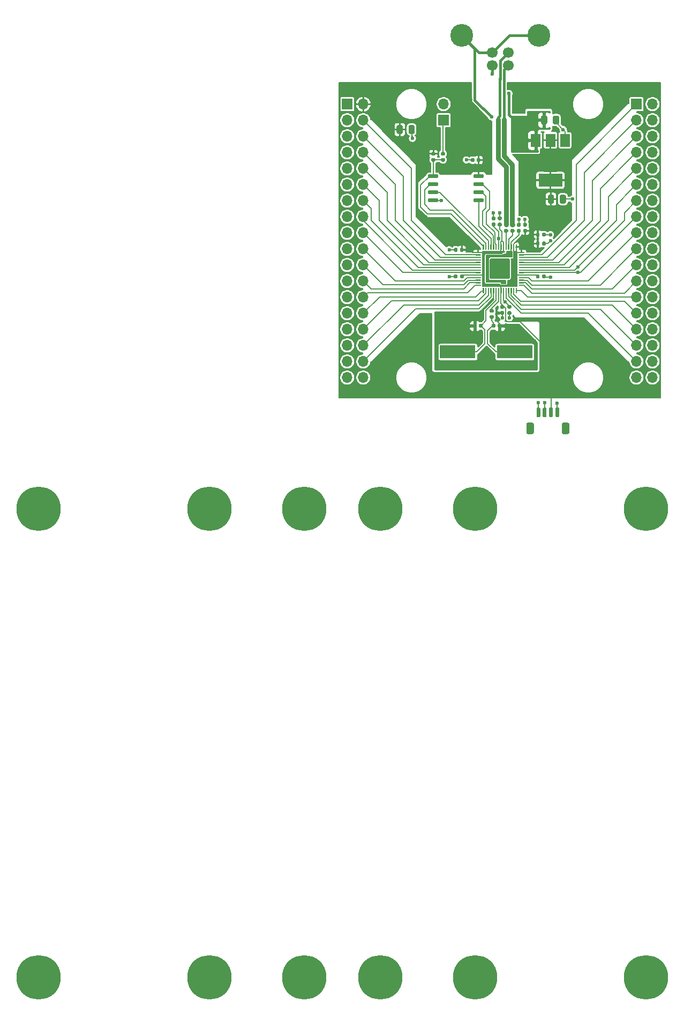
<source format=gbr>
G04 #@! TF.GenerationSoftware,KiCad,Pcbnew,(5.1.9)-1*
G04 #@! TF.CreationDate,2022-01-10T11:00:18-07:00*
G04 #@! TF.ProjectId,RP2040_minimal,52503230-3430-45f6-9d69-6e696d616c2e,REV1*
G04 #@! TF.SameCoordinates,Original*
G04 #@! TF.FileFunction,Copper,L1,Top*
G04 #@! TF.FilePolarity,Positive*
%FSLAX46Y46*%
G04 Gerber Fmt 4.6, Leading zero omitted, Abs format (unit mm)*
G04 Created by KiCad (PCBNEW (5.1.9)-1) date 2022-01-10 11:00:18*
%MOMM*%
%LPD*%
G01*
G04 APERTURE LIST*
G04 #@! TA.AperFunction,ComponentPad*
%ADD10C,1.700000*%
G04 #@! TD*
G04 #@! TA.AperFunction,ComponentPad*
%ADD11C,3.600000*%
G04 #@! TD*
G04 #@! TA.AperFunction,ComponentPad*
%ADD12C,7.000000*%
G04 #@! TD*
G04 #@! TA.AperFunction,SMDPad,CuDef*
%ADD13R,5.600000X2.100000*%
G04 #@! TD*
G04 #@! TA.AperFunction,ComponentPad*
%ADD14C,0.600000*%
G04 #@! TD*
G04 #@! TA.AperFunction,SMDPad,CuDef*
%ADD15R,1.500000X2.000000*%
G04 #@! TD*
G04 #@! TA.AperFunction,SMDPad,CuDef*
%ADD16R,3.800000X2.000000*%
G04 #@! TD*
G04 #@! TA.AperFunction,ComponentPad*
%ADD17O,1.700000X1.700000*%
G04 #@! TD*
G04 #@! TA.AperFunction,ComponentPad*
%ADD18R,1.700000X1.700000*%
G04 #@! TD*
G04 #@! TA.AperFunction,ViaPad*
%ADD19C,0.600000*%
G04 #@! TD*
G04 #@! TA.AperFunction,Conductor*
%ADD20C,0.200000*%
G04 #@! TD*
G04 #@! TA.AperFunction,Conductor*
%ADD21C,0.150000*%
G04 #@! TD*
G04 #@! TA.AperFunction,Conductor*
%ADD22C,0.400000*%
G04 #@! TD*
G04 #@! TA.AperFunction,Conductor*
%ADD23C,0.300000*%
G04 #@! TD*
G04 #@! TA.AperFunction,Conductor*
%ADD24C,0.800000*%
G04 #@! TD*
G04 #@! TA.AperFunction,Conductor*
%ADD25C,0.250000*%
G04 #@! TD*
G04 #@! TA.AperFunction,Conductor*
%ADD26C,0.254000*%
G04 #@! TD*
G04 APERTURE END LIST*
D10*
X101340000Y-65855000D03*
X98840000Y-65855000D03*
X98840000Y-67855000D03*
X101340000Y-67855000D03*
D11*
X106206000Y-63145000D03*
X93974000Y-63145000D03*
D12*
X27070000Y-137910000D03*
X54070000Y-137910000D03*
X81070000Y-137910000D03*
X69070000Y-137910000D03*
X96070000Y-137910000D03*
X123070000Y-137910000D03*
X54070000Y-211910000D03*
X81070000Y-211910000D03*
X96070000Y-211910000D03*
X27070000Y-211910000D03*
X69070000Y-211910000D03*
X123070000Y-211910000D03*
G04 #@! TA.AperFunction,SMDPad,CuDef*
G36*
G01*
X109390000Y-122050000D02*
X109390000Y-123300000D01*
G75*
G02*
X109240000Y-123450000I-150000J0D01*
G01*
X108940000Y-123450000D01*
G75*
G02*
X108790000Y-123300000I0J150000D01*
G01*
X108790000Y-122050000D01*
G75*
G02*
X108940000Y-121900000I150000J0D01*
G01*
X109240000Y-121900000D01*
G75*
G02*
X109390000Y-122050000I0J-150000D01*
G01*
G37*
G04 #@! TD.AperFunction*
G04 #@! TA.AperFunction,SMDPad,CuDef*
G36*
G01*
X108390000Y-122050000D02*
X108390000Y-123300000D01*
G75*
G02*
X108240000Y-123450000I-150000J0D01*
G01*
X107940000Y-123450000D01*
G75*
G02*
X107790000Y-123300000I0J150000D01*
G01*
X107790000Y-122050000D01*
G75*
G02*
X107940000Y-121900000I150000J0D01*
G01*
X108240000Y-121900000D01*
G75*
G02*
X108390000Y-122050000I0J-150000D01*
G01*
G37*
G04 #@! TD.AperFunction*
G04 #@! TA.AperFunction,SMDPad,CuDef*
G36*
G01*
X107390000Y-122050000D02*
X107390000Y-123300000D01*
G75*
G02*
X107240000Y-123450000I-150000J0D01*
G01*
X106940000Y-123450000D01*
G75*
G02*
X106790000Y-123300000I0J150000D01*
G01*
X106790000Y-122050000D01*
G75*
G02*
X106940000Y-121900000I150000J0D01*
G01*
X107240000Y-121900000D01*
G75*
G02*
X107390000Y-122050000I0J-150000D01*
G01*
G37*
G04 #@! TD.AperFunction*
G04 #@! TA.AperFunction,SMDPad,CuDef*
G36*
G01*
X106390000Y-122050000D02*
X106390000Y-123300000D01*
G75*
G02*
X106240000Y-123450000I-150000J0D01*
G01*
X105940000Y-123450000D01*
G75*
G02*
X105790000Y-123300000I0J150000D01*
G01*
X105790000Y-122050000D01*
G75*
G02*
X105940000Y-121900000I150000J0D01*
G01*
X106240000Y-121900000D01*
G75*
G02*
X106390000Y-122050000I0J-150000D01*
G01*
G37*
G04 #@! TD.AperFunction*
G04 #@! TA.AperFunction,SMDPad,CuDef*
G36*
G01*
X110990000Y-124549999D02*
X110990000Y-125850001D01*
G75*
G02*
X110740001Y-126100000I-249999J0D01*
G01*
X110039999Y-126100000D01*
G75*
G02*
X109790000Y-125850001I0J249999D01*
G01*
X109790000Y-124549999D01*
G75*
G02*
X110039999Y-124300000I249999J0D01*
G01*
X110740001Y-124300000D01*
G75*
G02*
X110990000Y-124549999I0J-249999D01*
G01*
G37*
G04 #@! TD.AperFunction*
G04 #@! TA.AperFunction,SMDPad,CuDef*
G36*
G01*
X105390000Y-124549999D02*
X105390000Y-125850001D01*
G75*
G02*
X105140001Y-126100000I-249999J0D01*
G01*
X104439999Y-126100000D01*
G75*
G02*
X104190000Y-125850001I0J249999D01*
G01*
X104190000Y-124549999D01*
G75*
G02*
X104439999Y-124300000I249999J0D01*
G01*
X105140001Y-124300000D01*
G75*
G02*
X105390000Y-124549999I0J-249999D01*
G01*
G37*
G04 #@! TD.AperFunction*
G04 #@! TA.AperFunction,SMDPad,CuDef*
G36*
G01*
X85565000Y-78456250D02*
X85565000Y-77543750D01*
G75*
G02*
X85808750Y-77300000I243750J0D01*
G01*
X86296250Y-77300000D01*
G75*
G02*
X86540000Y-77543750I0J-243750D01*
G01*
X86540000Y-78456250D01*
G75*
G02*
X86296250Y-78700000I-243750J0D01*
G01*
X85808750Y-78700000D01*
G75*
G02*
X85565000Y-78456250I0J243750D01*
G01*
G37*
G04 #@! TD.AperFunction*
G04 #@! TA.AperFunction,SMDPad,CuDef*
G36*
G01*
X83690000Y-78456250D02*
X83690000Y-77543750D01*
G75*
G02*
X83933750Y-77300000I243750J0D01*
G01*
X84421250Y-77300000D01*
G75*
G02*
X84665000Y-77543750I0J-243750D01*
G01*
X84665000Y-78456250D01*
G75*
G02*
X84421250Y-78700000I-243750J0D01*
G01*
X83933750Y-78700000D01*
G75*
G02*
X83690000Y-78456250I0J243750D01*
G01*
G37*
G04 #@! TD.AperFunction*
G04 #@! TA.AperFunction,SMDPad,CuDef*
G36*
G01*
X109475000Y-89456250D02*
X109475000Y-88543750D01*
G75*
G02*
X109718750Y-88300000I243750J0D01*
G01*
X110206250Y-88300000D01*
G75*
G02*
X110450000Y-88543750I0J-243750D01*
G01*
X110450000Y-89456250D01*
G75*
G02*
X110206250Y-89700000I-243750J0D01*
G01*
X109718750Y-89700000D01*
G75*
G02*
X109475000Y-89456250I0J243750D01*
G01*
G37*
G04 #@! TD.AperFunction*
G04 #@! TA.AperFunction,SMDPad,CuDef*
G36*
G01*
X107600000Y-89456250D02*
X107600000Y-88543750D01*
G75*
G02*
X107843750Y-88300000I243750J0D01*
G01*
X108331250Y-88300000D01*
G75*
G02*
X108575000Y-88543750I0J-243750D01*
G01*
X108575000Y-89456250D01*
G75*
G02*
X108331250Y-89700000I-243750J0D01*
G01*
X107843750Y-89700000D01*
G75*
G02*
X107600000Y-89456250I0J243750D01*
G01*
G37*
G04 #@! TD.AperFunction*
D13*
X93341000Y-113116000D03*
X102341000Y-113116000D03*
G04 #@! TA.AperFunction,SMDPad,CuDef*
G36*
G01*
X97300000Y-96950000D02*
X97300000Y-96175000D01*
G75*
G02*
X97350000Y-96125000I50000J0D01*
G01*
X97450000Y-96125000D01*
G75*
G02*
X97500000Y-96175000I0J-50000D01*
G01*
X97500000Y-96950000D01*
G75*
G02*
X97450000Y-97000000I-50000J0D01*
G01*
X97350000Y-97000000D01*
G75*
G02*
X97300000Y-96950000I0J50000D01*
G01*
G37*
G04 #@! TD.AperFunction*
G04 #@! TA.AperFunction,SMDPad,CuDef*
G36*
G01*
X97700000Y-96950000D02*
X97700000Y-96175000D01*
G75*
G02*
X97750000Y-96125000I50000J0D01*
G01*
X97850000Y-96125000D01*
G75*
G02*
X97900000Y-96175000I0J-50000D01*
G01*
X97900000Y-96950000D01*
G75*
G02*
X97850000Y-97000000I-50000J0D01*
G01*
X97750000Y-97000000D01*
G75*
G02*
X97700000Y-96950000I0J50000D01*
G01*
G37*
G04 #@! TD.AperFunction*
G04 #@! TA.AperFunction,SMDPad,CuDef*
G36*
G01*
X98100000Y-96950000D02*
X98100000Y-96175000D01*
G75*
G02*
X98150000Y-96125000I50000J0D01*
G01*
X98250000Y-96125000D01*
G75*
G02*
X98300000Y-96175000I0J-50000D01*
G01*
X98300000Y-96950000D01*
G75*
G02*
X98250000Y-97000000I-50000J0D01*
G01*
X98150000Y-97000000D01*
G75*
G02*
X98100000Y-96950000I0J50000D01*
G01*
G37*
G04 #@! TD.AperFunction*
G04 #@! TA.AperFunction,SMDPad,CuDef*
G36*
G01*
X98500000Y-96950000D02*
X98500000Y-96175000D01*
G75*
G02*
X98550000Y-96125000I50000J0D01*
G01*
X98650000Y-96125000D01*
G75*
G02*
X98700000Y-96175000I0J-50000D01*
G01*
X98700000Y-96950000D01*
G75*
G02*
X98650000Y-97000000I-50000J0D01*
G01*
X98550000Y-97000000D01*
G75*
G02*
X98500000Y-96950000I0J50000D01*
G01*
G37*
G04 #@! TD.AperFunction*
G04 #@! TA.AperFunction,SMDPad,CuDef*
G36*
G01*
X98900000Y-96950000D02*
X98900000Y-96175000D01*
G75*
G02*
X98950000Y-96125000I50000J0D01*
G01*
X99050000Y-96125000D01*
G75*
G02*
X99100000Y-96175000I0J-50000D01*
G01*
X99100000Y-96950000D01*
G75*
G02*
X99050000Y-97000000I-50000J0D01*
G01*
X98950000Y-97000000D01*
G75*
G02*
X98900000Y-96950000I0J50000D01*
G01*
G37*
G04 #@! TD.AperFunction*
G04 #@! TA.AperFunction,SMDPad,CuDef*
G36*
G01*
X99300000Y-96950000D02*
X99300000Y-96175000D01*
G75*
G02*
X99350000Y-96125000I50000J0D01*
G01*
X99450000Y-96125000D01*
G75*
G02*
X99500000Y-96175000I0J-50000D01*
G01*
X99500000Y-96950000D01*
G75*
G02*
X99450000Y-97000000I-50000J0D01*
G01*
X99350000Y-97000000D01*
G75*
G02*
X99300000Y-96950000I0J50000D01*
G01*
G37*
G04 #@! TD.AperFunction*
G04 #@! TA.AperFunction,SMDPad,CuDef*
G36*
G01*
X99700000Y-96950000D02*
X99700000Y-96175000D01*
G75*
G02*
X99750000Y-96125000I50000J0D01*
G01*
X99850000Y-96125000D01*
G75*
G02*
X99900000Y-96175000I0J-50000D01*
G01*
X99900000Y-96950000D01*
G75*
G02*
X99850000Y-97000000I-50000J0D01*
G01*
X99750000Y-97000000D01*
G75*
G02*
X99700000Y-96950000I0J50000D01*
G01*
G37*
G04 #@! TD.AperFunction*
G04 #@! TA.AperFunction,SMDPad,CuDef*
G36*
G01*
X100100000Y-96950000D02*
X100100000Y-96175000D01*
G75*
G02*
X100150000Y-96125000I50000J0D01*
G01*
X100250000Y-96125000D01*
G75*
G02*
X100300000Y-96175000I0J-50000D01*
G01*
X100300000Y-96950000D01*
G75*
G02*
X100250000Y-97000000I-50000J0D01*
G01*
X100150000Y-97000000D01*
G75*
G02*
X100100000Y-96950000I0J50000D01*
G01*
G37*
G04 #@! TD.AperFunction*
G04 #@! TA.AperFunction,SMDPad,CuDef*
G36*
G01*
X100500000Y-96950000D02*
X100500000Y-96175000D01*
G75*
G02*
X100550000Y-96125000I50000J0D01*
G01*
X100650000Y-96125000D01*
G75*
G02*
X100700000Y-96175000I0J-50000D01*
G01*
X100700000Y-96950000D01*
G75*
G02*
X100650000Y-97000000I-50000J0D01*
G01*
X100550000Y-97000000D01*
G75*
G02*
X100500000Y-96950000I0J50000D01*
G01*
G37*
G04 #@! TD.AperFunction*
G04 #@! TA.AperFunction,SMDPad,CuDef*
G36*
G01*
X100900000Y-96950000D02*
X100900000Y-96175000D01*
G75*
G02*
X100950000Y-96125000I50000J0D01*
G01*
X101050000Y-96125000D01*
G75*
G02*
X101100000Y-96175000I0J-50000D01*
G01*
X101100000Y-96950000D01*
G75*
G02*
X101050000Y-97000000I-50000J0D01*
G01*
X100950000Y-97000000D01*
G75*
G02*
X100900000Y-96950000I0J50000D01*
G01*
G37*
G04 #@! TD.AperFunction*
G04 #@! TA.AperFunction,SMDPad,CuDef*
G36*
G01*
X101300000Y-96950000D02*
X101300000Y-96175000D01*
G75*
G02*
X101350000Y-96125000I50000J0D01*
G01*
X101450000Y-96125000D01*
G75*
G02*
X101500000Y-96175000I0J-50000D01*
G01*
X101500000Y-96950000D01*
G75*
G02*
X101450000Y-97000000I-50000J0D01*
G01*
X101350000Y-97000000D01*
G75*
G02*
X101300000Y-96950000I0J50000D01*
G01*
G37*
G04 #@! TD.AperFunction*
G04 #@! TA.AperFunction,SMDPad,CuDef*
G36*
G01*
X101700000Y-96950000D02*
X101700000Y-96175000D01*
G75*
G02*
X101750000Y-96125000I50000J0D01*
G01*
X101850000Y-96125000D01*
G75*
G02*
X101900000Y-96175000I0J-50000D01*
G01*
X101900000Y-96950000D01*
G75*
G02*
X101850000Y-97000000I-50000J0D01*
G01*
X101750000Y-97000000D01*
G75*
G02*
X101700000Y-96950000I0J50000D01*
G01*
G37*
G04 #@! TD.AperFunction*
G04 #@! TA.AperFunction,SMDPad,CuDef*
G36*
G01*
X102100000Y-96950000D02*
X102100000Y-96175000D01*
G75*
G02*
X102150000Y-96125000I50000J0D01*
G01*
X102250000Y-96125000D01*
G75*
G02*
X102300000Y-96175000I0J-50000D01*
G01*
X102300000Y-96950000D01*
G75*
G02*
X102250000Y-97000000I-50000J0D01*
G01*
X102150000Y-97000000D01*
G75*
G02*
X102100000Y-96950000I0J50000D01*
G01*
G37*
G04 #@! TD.AperFunction*
G04 #@! TA.AperFunction,SMDPad,CuDef*
G36*
G01*
X102500000Y-96950000D02*
X102500000Y-96175000D01*
G75*
G02*
X102550000Y-96125000I50000J0D01*
G01*
X102650000Y-96125000D01*
G75*
G02*
X102700000Y-96175000I0J-50000D01*
G01*
X102700000Y-96950000D01*
G75*
G02*
X102650000Y-97000000I-50000J0D01*
G01*
X102550000Y-97000000D01*
G75*
G02*
X102500000Y-96950000I0J50000D01*
G01*
G37*
G04 #@! TD.AperFunction*
G04 #@! TA.AperFunction,SMDPad,CuDef*
G36*
G01*
X103000000Y-97450000D02*
X103000000Y-97350000D01*
G75*
G02*
X103050000Y-97300000I50000J0D01*
G01*
X103825000Y-97300000D01*
G75*
G02*
X103875000Y-97350000I0J-50000D01*
G01*
X103875000Y-97450000D01*
G75*
G02*
X103825000Y-97500000I-50000J0D01*
G01*
X103050000Y-97500000D01*
G75*
G02*
X103000000Y-97450000I0J50000D01*
G01*
G37*
G04 #@! TD.AperFunction*
G04 #@! TA.AperFunction,SMDPad,CuDef*
G36*
G01*
X103000000Y-97850000D02*
X103000000Y-97750000D01*
G75*
G02*
X103050000Y-97700000I50000J0D01*
G01*
X103825000Y-97700000D01*
G75*
G02*
X103875000Y-97750000I0J-50000D01*
G01*
X103875000Y-97850000D01*
G75*
G02*
X103825000Y-97900000I-50000J0D01*
G01*
X103050000Y-97900000D01*
G75*
G02*
X103000000Y-97850000I0J50000D01*
G01*
G37*
G04 #@! TD.AperFunction*
G04 #@! TA.AperFunction,SMDPad,CuDef*
G36*
G01*
X103000000Y-98250000D02*
X103000000Y-98150000D01*
G75*
G02*
X103050000Y-98100000I50000J0D01*
G01*
X103825000Y-98100000D01*
G75*
G02*
X103875000Y-98150000I0J-50000D01*
G01*
X103875000Y-98250000D01*
G75*
G02*
X103825000Y-98300000I-50000J0D01*
G01*
X103050000Y-98300000D01*
G75*
G02*
X103000000Y-98250000I0J50000D01*
G01*
G37*
G04 #@! TD.AperFunction*
G04 #@! TA.AperFunction,SMDPad,CuDef*
G36*
G01*
X103000000Y-98650000D02*
X103000000Y-98550000D01*
G75*
G02*
X103050000Y-98500000I50000J0D01*
G01*
X103825000Y-98500000D01*
G75*
G02*
X103875000Y-98550000I0J-50000D01*
G01*
X103875000Y-98650000D01*
G75*
G02*
X103825000Y-98700000I-50000J0D01*
G01*
X103050000Y-98700000D01*
G75*
G02*
X103000000Y-98650000I0J50000D01*
G01*
G37*
G04 #@! TD.AperFunction*
G04 #@! TA.AperFunction,SMDPad,CuDef*
G36*
G01*
X103000000Y-99050000D02*
X103000000Y-98950000D01*
G75*
G02*
X103050000Y-98900000I50000J0D01*
G01*
X103825000Y-98900000D01*
G75*
G02*
X103875000Y-98950000I0J-50000D01*
G01*
X103875000Y-99050000D01*
G75*
G02*
X103825000Y-99100000I-50000J0D01*
G01*
X103050000Y-99100000D01*
G75*
G02*
X103000000Y-99050000I0J50000D01*
G01*
G37*
G04 #@! TD.AperFunction*
G04 #@! TA.AperFunction,SMDPad,CuDef*
G36*
G01*
X103000000Y-99450000D02*
X103000000Y-99350000D01*
G75*
G02*
X103050000Y-99300000I50000J0D01*
G01*
X103825000Y-99300000D01*
G75*
G02*
X103875000Y-99350000I0J-50000D01*
G01*
X103875000Y-99450000D01*
G75*
G02*
X103825000Y-99500000I-50000J0D01*
G01*
X103050000Y-99500000D01*
G75*
G02*
X103000000Y-99450000I0J50000D01*
G01*
G37*
G04 #@! TD.AperFunction*
G04 #@! TA.AperFunction,SMDPad,CuDef*
G36*
G01*
X103000000Y-99850000D02*
X103000000Y-99750000D01*
G75*
G02*
X103050000Y-99700000I50000J0D01*
G01*
X103825000Y-99700000D01*
G75*
G02*
X103875000Y-99750000I0J-50000D01*
G01*
X103875000Y-99850000D01*
G75*
G02*
X103825000Y-99900000I-50000J0D01*
G01*
X103050000Y-99900000D01*
G75*
G02*
X103000000Y-99850000I0J50000D01*
G01*
G37*
G04 #@! TD.AperFunction*
G04 #@! TA.AperFunction,SMDPad,CuDef*
G36*
G01*
X103000000Y-100250000D02*
X103000000Y-100150000D01*
G75*
G02*
X103050000Y-100100000I50000J0D01*
G01*
X103825000Y-100100000D01*
G75*
G02*
X103875000Y-100150000I0J-50000D01*
G01*
X103875000Y-100250000D01*
G75*
G02*
X103825000Y-100300000I-50000J0D01*
G01*
X103050000Y-100300000D01*
G75*
G02*
X103000000Y-100250000I0J50000D01*
G01*
G37*
G04 #@! TD.AperFunction*
G04 #@! TA.AperFunction,SMDPad,CuDef*
G36*
G01*
X103000000Y-100650000D02*
X103000000Y-100550000D01*
G75*
G02*
X103050000Y-100500000I50000J0D01*
G01*
X103825000Y-100500000D01*
G75*
G02*
X103875000Y-100550000I0J-50000D01*
G01*
X103875000Y-100650000D01*
G75*
G02*
X103825000Y-100700000I-50000J0D01*
G01*
X103050000Y-100700000D01*
G75*
G02*
X103000000Y-100650000I0J50000D01*
G01*
G37*
G04 #@! TD.AperFunction*
G04 #@! TA.AperFunction,SMDPad,CuDef*
G36*
G01*
X103000000Y-101050000D02*
X103000000Y-100950000D01*
G75*
G02*
X103050000Y-100900000I50000J0D01*
G01*
X103825000Y-100900000D01*
G75*
G02*
X103875000Y-100950000I0J-50000D01*
G01*
X103875000Y-101050000D01*
G75*
G02*
X103825000Y-101100000I-50000J0D01*
G01*
X103050000Y-101100000D01*
G75*
G02*
X103000000Y-101050000I0J50000D01*
G01*
G37*
G04 #@! TD.AperFunction*
G04 #@! TA.AperFunction,SMDPad,CuDef*
G36*
G01*
X103000000Y-101450000D02*
X103000000Y-101350000D01*
G75*
G02*
X103050000Y-101300000I50000J0D01*
G01*
X103825000Y-101300000D01*
G75*
G02*
X103875000Y-101350000I0J-50000D01*
G01*
X103875000Y-101450000D01*
G75*
G02*
X103825000Y-101500000I-50000J0D01*
G01*
X103050000Y-101500000D01*
G75*
G02*
X103000000Y-101450000I0J50000D01*
G01*
G37*
G04 #@! TD.AperFunction*
G04 #@! TA.AperFunction,SMDPad,CuDef*
G36*
G01*
X103000000Y-101850000D02*
X103000000Y-101750000D01*
G75*
G02*
X103050000Y-101700000I50000J0D01*
G01*
X103825000Y-101700000D01*
G75*
G02*
X103875000Y-101750000I0J-50000D01*
G01*
X103875000Y-101850000D01*
G75*
G02*
X103825000Y-101900000I-50000J0D01*
G01*
X103050000Y-101900000D01*
G75*
G02*
X103000000Y-101850000I0J50000D01*
G01*
G37*
G04 #@! TD.AperFunction*
G04 #@! TA.AperFunction,SMDPad,CuDef*
G36*
G01*
X103000000Y-102250000D02*
X103000000Y-102150000D01*
G75*
G02*
X103050000Y-102100000I50000J0D01*
G01*
X103825000Y-102100000D01*
G75*
G02*
X103875000Y-102150000I0J-50000D01*
G01*
X103875000Y-102250000D01*
G75*
G02*
X103825000Y-102300000I-50000J0D01*
G01*
X103050000Y-102300000D01*
G75*
G02*
X103000000Y-102250000I0J50000D01*
G01*
G37*
G04 #@! TD.AperFunction*
G04 #@! TA.AperFunction,SMDPad,CuDef*
G36*
G01*
X103000000Y-102650000D02*
X103000000Y-102550000D01*
G75*
G02*
X103050000Y-102500000I50000J0D01*
G01*
X103825000Y-102500000D01*
G75*
G02*
X103875000Y-102550000I0J-50000D01*
G01*
X103875000Y-102650000D01*
G75*
G02*
X103825000Y-102700000I-50000J0D01*
G01*
X103050000Y-102700000D01*
G75*
G02*
X103000000Y-102650000I0J50000D01*
G01*
G37*
G04 #@! TD.AperFunction*
G04 #@! TA.AperFunction,SMDPad,CuDef*
G36*
G01*
X102500000Y-103825000D02*
X102500000Y-103050000D01*
G75*
G02*
X102550000Y-103000000I50000J0D01*
G01*
X102650000Y-103000000D01*
G75*
G02*
X102700000Y-103050000I0J-50000D01*
G01*
X102700000Y-103825000D01*
G75*
G02*
X102650000Y-103875000I-50000J0D01*
G01*
X102550000Y-103875000D01*
G75*
G02*
X102500000Y-103825000I0J50000D01*
G01*
G37*
G04 #@! TD.AperFunction*
G04 #@! TA.AperFunction,SMDPad,CuDef*
G36*
G01*
X102100000Y-103825000D02*
X102100000Y-103050000D01*
G75*
G02*
X102150000Y-103000000I50000J0D01*
G01*
X102250000Y-103000000D01*
G75*
G02*
X102300000Y-103050000I0J-50000D01*
G01*
X102300000Y-103825000D01*
G75*
G02*
X102250000Y-103875000I-50000J0D01*
G01*
X102150000Y-103875000D01*
G75*
G02*
X102100000Y-103825000I0J50000D01*
G01*
G37*
G04 #@! TD.AperFunction*
G04 #@! TA.AperFunction,SMDPad,CuDef*
G36*
G01*
X101700000Y-103825000D02*
X101700000Y-103050000D01*
G75*
G02*
X101750000Y-103000000I50000J0D01*
G01*
X101850000Y-103000000D01*
G75*
G02*
X101900000Y-103050000I0J-50000D01*
G01*
X101900000Y-103825000D01*
G75*
G02*
X101850000Y-103875000I-50000J0D01*
G01*
X101750000Y-103875000D01*
G75*
G02*
X101700000Y-103825000I0J50000D01*
G01*
G37*
G04 #@! TD.AperFunction*
G04 #@! TA.AperFunction,SMDPad,CuDef*
G36*
G01*
X101300000Y-103825000D02*
X101300000Y-103050000D01*
G75*
G02*
X101350000Y-103000000I50000J0D01*
G01*
X101450000Y-103000000D01*
G75*
G02*
X101500000Y-103050000I0J-50000D01*
G01*
X101500000Y-103825000D01*
G75*
G02*
X101450000Y-103875000I-50000J0D01*
G01*
X101350000Y-103875000D01*
G75*
G02*
X101300000Y-103825000I0J50000D01*
G01*
G37*
G04 #@! TD.AperFunction*
G04 #@! TA.AperFunction,SMDPad,CuDef*
G36*
G01*
X100900000Y-103825000D02*
X100900000Y-103050000D01*
G75*
G02*
X100950000Y-103000000I50000J0D01*
G01*
X101050000Y-103000000D01*
G75*
G02*
X101100000Y-103050000I0J-50000D01*
G01*
X101100000Y-103825000D01*
G75*
G02*
X101050000Y-103875000I-50000J0D01*
G01*
X100950000Y-103875000D01*
G75*
G02*
X100900000Y-103825000I0J50000D01*
G01*
G37*
G04 #@! TD.AperFunction*
G04 #@! TA.AperFunction,SMDPad,CuDef*
G36*
G01*
X100500000Y-103825000D02*
X100500000Y-103050000D01*
G75*
G02*
X100550000Y-103000000I50000J0D01*
G01*
X100650000Y-103000000D01*
G75*
G02*
X100700000Y-103050000I0J-50000D01*
G01*
X100700000Y-103825000D01*
G75*
G02*
X100650000Y-103875000I-50000J0D01*
G01*
X100550000Y-103875000D01*
G75*
G02*
X100500000Y-103825000I0J50000D01*
G01*
G37*
G04 #@! TD.AperFunction*
G04 #@! TA.AperFunction,SMDPad,CuDef*
G36*
G01*
X100100000Y-103825000D02*
X100100000Y-103050000D01*
G75*
G02*
X100150000Y-103000000I50000J0D01*
G01*
X100250000Y-103000000D01*
G75*
G02*
X100300000Y-103050000I0J-50000D01*
G01*
X100300000Y-103825000D01*
G75*
G02*
X100250000Y-103875000I-50000J0D01*
G01*
X100150000Y-103875000D01*
G75*
G02*
X100100000Y-103825000I0J50000D01*
G01*
G37*
G04 #@! TD.AperFunction*
G04 #@! TA.AperFunction,SMDPad,CuDef*
G36*
G01*
X99700000Y-103825000D02*
X99700000Y-103050000D01*
G75*
G02*
X99750000Y-103000000I50000J0D01*
G01*
X99850000Y-103000000D01*
G75*
G02*
X99900000Y-103050000I0J-50000D01*
G01*
X99900000Y-103825000D01*
G75*
G02*
X99850000Y-103875000I-50000J0D01*
G01*
X99750000Y-103875000D01*
G75*
G02*
X99700000Y-103825000I0J50000D01*
G01*
G37*
G04 #@! TD.AperFunction*
G04 #@! TA.AperFunction,SMDPad,CuDef*
G36*
G01*
X99300000Y-103825000D02*
X99300000Y-103050000D01*
G75*
G02*
X99350000Y-103000000I50000J0D01*
G01*
X99450000Y-103000000D01*
G75*
G02*
X99500000Y-103050000I0J-50000D01*
G01*
X99500000Y-103825000D01*
G75*
G02*
X99450000Y-103875000I-50000J0D01*
G01*
X99350000Y-103875000D01*
G75*
G02*
X99300000Y-103825000I0J50000D01*
G01*
G37*
G04 #@! TD.AperFunction*
G04 #@! TA.AperFunction,SMDPad,CuDef*
G36*
G01*
X98900000Y-103825000D02*
X98900000Y-103050000D01*
G75*
G02*
X98950000Y-103000000I50000J0D01*
G01*
X99050000Y-103000000D01*
G75*
G02*
X99100000Y-103050000I0J-50000D01*
G01*
X99100000Y-103825000D01*
G75*
G02*
X99050000Y-103875000I-50000J0D01*
G01*
X98950000Y-103875000D01*
G75*
G02*
X98900000Y-103825000I0J50000D01*
G01*
G37*
G04 #@! TD.AperFunction*
G04 #@! TA.AperFunction,SMDPad,CuDef*
G36*
G01*
X98500000Y-103825000D02*
X98500000Y-103050000D01*
G75*
G02*
X98550000Y-103000000I50000J0D01*
G01*
X98650000Y-103000000D01*
G75*
G02*
X98700000Y-103050000I0J-50000D01*
G01*
X98700000Y-103825000D01*
G75*
G02*
X98650000Y-103875000I-50000J0D01*
G01*
X98550000Y-103875000D01*
G75*
G02*
X98500000Y-103825000I0J50000D01*
G01*
G37*
G04 #@! TD.AperFunction*
G04 #@! TA.AperFunction,SMDPad,CuDef*
G36*
G01*
X98100000Y-103825000D02*
X98100000Y-103050000D01*
G75*
G02*
X98150000Y-103000000I50000J0D01*
G01*
X98250000Y-103000000D01*
G75*
G02*
X98300000Y-103050000I0J-50000D01*
G01*
X98300000Y-103825000D01*
G75*
G02*
X98250000Y-103875000I-50000J0D01*
G01*
X98150000Y-103875000D01*
G75*
G02*
X98100000Y-103825000I0J50000D01*
G01*
G37*
G04 #@! TD.AperFunction*
G04 #@! TA.AperFunction,SMDPad,CuDef*
G36*
G01*
X97700000Y-103825000D02*
X97700000Y-103050000D01*
G75*
G02*
X97750000Y-103000000I50000J0D01*
G01*
X97850000Y-103000000D01*
G75*
G02*
X97900000Y-103050000I0J-50000D01*
G01*
X97900000Y-103825000D01*
G75*
G02*
X97850000Y-103875000I-50000J0D01*
G01*
X97750000Y-103875000D01*
G75*
G02*
X97700000Y-103825000I0J50000D01*
G01*
G37*
G04 #@! TD.AperFunction*
G04 #@! TA.AperFunction,SMDPad,CuDef*
G36*
G01*
X97300000Y-103825000D02*
X97300000Y-103050000D01*
G75*
G02*
X97350000Y-103000000I50000J0D01*
G01*
X97450000Y-103000000D01*
G75*
G02*
X97500000Y-103050000I0J-50000D01*
G01*
X97500000Y-103825000D01*
G75*
G02*
X97450000Y-103875000I-50000J0D01*
G01*
X97350000Y-103875000D01*
G75*
G02*
X97300000Y-103825000I0J50000D01*
G01*
G37*
G04 #@! TD.AperFunction*
G04 #@! TA.AperFunction,SMDPad,CuDef*
G36*
G01*
X96125000Y-102650000D02*
X96125000Y-102550000D01*
G75*
G02*
X96175000Y-102500000I50000J0D01*
G01*
X96950000Y-102500000D01*
G75*
G02*
X97000000Y-102550000I0J-50000D01*
G01*
X97000000Y-102650000D01*
G75*
G02*
X96950000Y-102700000I-50000J0D01*
G01*
X96175000Y-102700000D01*
G75*
G02*
X96125000Y-102650000I0J50000D01*
G01*
G37*
G04 #@! TD.AperFunction*
G04 #@! TA.AperFunction,SMDPad,CuDef*
G36*
G01*
X96125000Y-102250000D02*
X96125000Y-102150000D01*
G75*
G02*
X96175000Y-102100000I50000J0D01*
G01*
X96950000Y-102100000D01*
G75*
G02*
X97000000Y-102150000I0J-50000D01*
G01*
X97000000Y-102250000D01*
G75*
G02*
X96950000Y-102300000I-50000J0D01*
G01*
X96175000Y-102300000D01*
G75*
G02*
X96125000Y-102250000I0J50000D01*
G01*
G37*
G04 #@! TD.AperFunction*
G04 #@! TA.AperFunction,SMDPad,CuDef*
G36*
G01*
X96125000Y-101850000D02*
X96125000Y-101750000D01*
G75*
G02*
X96175000Y-101700000I50000J0D01*
G01*
X96950000Y-101700000D01*
G75*
G02*
X97000000Y-101750000I0J-50000D01*
G01*
X97000000Y-101850000D01*
G75*
G02*
X96950000Y-101900000I-50000J0D01*
G01*
X96175000Y-101900000D01*
G75*
G02*
X96125000Y-101850000I0J50000D01*
G01*
G37*
G04 #@! TD.AperFunction*
G04 #@! TA.AperFunction,SMDPad,CuDef*
G36*
G01*
X96125000Y-101450000D02*
X96125000Y-101350000D01*
G75*
G02*
X96175000Y-101300000I50000J0D01*
G01*
X96950000Y-101300000D01*
G75*
G02*
X97000000Y-101350000I0J-50000D01*
G01*
X97000000Y-101450000D01*
G75*
G02*
X96950000Y-101500000I-50000J0D01*
G01*
X96175000Y-101500000D01*
G75*
G02*
X96125000Y-101450000I0J50000D01*
G01*
G37*
G04 #@! TD.AperFunction*
G04 #@! TA.AperFunction,SMDPad,CuDef*
G36*
G01*
X96125000Y-101050000D02*
X96125000Y-100950000D01*
G75*
G02*
X96175000Y-100900000I50000J0D01*
G01*
X96950000Y-100900000D01*
G75*
G02*
X97000000Y-100950000I0J-50000D01*
G01*
X97000000Y-101050000D01*
G75*
G02*
X96950000Y-101100000I-50000J0D01*
G01*
X96175000Y-101100000D01*
G75*
G02*
X96125000Y-101050000I0J50000D01*
G01*
G37*
G04 #@! TD.AperFunction*
G04 #@! TA.AperFunction,SMDPad,CuDef*
G36*
G01*
X96125000Y-100650000D02*
X96125000Y-100550000D01*
G75*
G02*
X96175000Y-100500000I50000J0D01*
G01*
X96950000Y-100500000D01*
G75*
G02*
X97000000Y-100550000I0J-50000D01*
G01*
X97000000Y-100650000D01*
G75*
G02*
X96950000Y-100700000I-50000J0D01*
G01*
X96175000Y-100700000D01*
G75*
G02*
X96125000Y-100650000I0J50000D01*
G01*
G37*
G04 #@! TD.AperFunction*
G04 #@! TA.AperFunction,SMDPad,CuDef*
G36*
G01*
X96125000Y-100250000D02*
X96125000Y-100150000D01*
G75*
G02*
X96175000Y-100100000I50000J0D01*
G01*
X96950000Y-100100000D01*
G75*
G02*
X97000000Y-100150000I0J-50000D01*
G01*
X97000000Y-100250000D01*
G75*
G02*
X96950000Y-100300000I-50000J0D01*
G01*
X96175000Y-100300000D01*
G75*
G02*
X96125000Y-100250000I0J50000D01*
G01*
G37*
G04 #@! TD.AperFunction*
G04 #@! TA.AperFunction,SMDPad,CuDef*
G36*
G01*
X96125000Y-99850000D02*
X96125000Y-99750000D01*
G75*
G02*
X96175000Y-99700000I50000J0D01*
G01*
X96950000Y-99700000D01*
G75*
G02*
X97000000Y-99750000I0J-50000D01*
G01*
X97000000Y-99850000D01*
G75*
G02*
X96950000Y-99900000I-50000J0D01*
G01*
X96175000Y-99900000D01*
G75*
G02*
X96125000Y-99850000I0J50000D01*
G01*
G37*
G04 #@! TD.AperFunction*
G04 #@! TA.AperFunction,SMDPad,CuDef*
G36*
G01*
X96125000Y-99450000D02*
X96125000Y-99350000D01*
G75*
G02*
X96175000Y-99300000I50000J0D01*
G01*
X96950000Y-99300000D01*
G75*
G02*
X97000000Y-99350000I0J-50000D01*
G01*
X97000000Y-99450000D01*
G75*
G02*
X96950000Y-99500000I-50000J0D01*
G01*
X96175000Y-99500000D01*
G75*
G02*
X96125000Y-99450000I0J50000D01*
G01*
G37*
G04 #@! TD.AperFunction*
G04 #@! TA.AperFunction,SMDPad,CuDef*
G36*
G01*
X96125000Y-99050000D02*
X96125000Y-98950000D01*
G75*
G02*
X96175000Y-98900000I50000J0D01*
G01*
X96950000Y-98900000D01*
G75*
G02*
X97000000Y-98950000I0J-50000D01*
G01*
X97000000Y-99050000D01*
G75*
G02*
X96950000Y-99100000I-50000J0D01*
G01*
X96175000Y-99100000D01*
G75*
G02*
X96125000Y-99050000I0J50000D01*
G01*
G37*
G04 #@! TD.AperFunction*
G04 #@! TA.AperFunction,SMDPad,CuDef*
G36*
G01*
X96125000Y-98650000D02*
X96125000Y-98550000D01*
G75*
G02*
X96175000Y-98500000I50000J0D01*
G01*
X96950000Y-98500000D01*
G75*
G02*
X97000000Y-98550000I0J-50000D01*
G01*
X97000000Y-98650000D01*
G75*
G02*
X96950000Y-98700000I-50000J0D01*
G01*
X96175000Y-98700000D01*
G75*
G02*
X96125000Y-98650000I0J50000D01*
G01*
G37*
G04 #@! TD.AperFunction*
G04 #@! TA.AperFunction,SMDPad,CuDef*
G36*
G01*
X96125000Y-98250000D02*
X96125000Y-98150000D01*
G75*
G02*
X96175000Y-98100000I50000J0D01*
G01*
X96950000Y-98100000D01*
G75*
G02*
X97000000Y-98150000I0J-50000D01*
G01*
X97000000Y-98250000D01*
G75*
G02*
X96950000Y-98300000I-50000J0D01*
G01*
X96175000Y-98300000D01*
G75*
G02*
X96125000Y-98250000I0J50000D01*
G01*
G37*
G04 #@! TD.AperFunction*
G04 #@! TA.AperFunction,SMDPad,CuDef*
G36*
G01*
X96125000Y-97850000D02*
X96125000Y-97750000D01*
G75*
G02*
X96175000Y-97700000I50000J0D01*
G01*
X96950000Y-97700000D01*
G75*
G02*
X97000000Y-97750000I0J-50000D01*
G01*
X97000000Y-97850000D01*
G75*
G02*
X96950000Y-97900000I-50000J0D01*
G01*
X96175000Y-97900000D01*
G75*
G02*
X96125000Y-97850000I0J50000D01*
G01*
G37*
G04 #@! TD.AperFunction*
G04 #@! TA.AperFunction,SMDPad,CuDef*
G36*
G01*
X96125000Y-97450000D02*
X96125000Y-97350000D01*
G75*
G02*
X96175000Y-97300000I50000J0D01*
G01*
X96950000Y-97300000D01*
G75*
G02*
X97000000Y-97350000I0J-50000D01*
G01*
X97000000Y-97450000D01*
G75*
G02*
X96950000Y-97500000I-50000J0D01*
G01*
X96175000Y-97500000D01*
G75*
G02*
X96125000Y-97450000I0J50000D01*
G01*
G37*
G04 #@! TD.AperFunction*
D14*
X101275000Y-101275000D03*
X100000000Y-101275000D03*
X98725000Y-101275000D03*
X101275000Y-100000000D03*
X100000000Y-100000000D03*
X98725000Y-100000000D03*
X101275000Y-98725000D03*
X100000000Y-98725000D03*
X98725000Y-98725000D03*
G04 #@! TA.AperFunction,SMDPad,CuDef*
G36*
G01*
X98400000Y-101456000D02*
X98400000Y-98544000D01*
G75*
G02*
X98544000Y-98400000I144000J0D01*
G01*
X101456000Y-98400000D01*
G75*
G02*
X101600000Y-98544000I0J-144000D01*
G01*
X101600000Y-101456000D01*
G75*
G02*
X101456000Y-101600000I-144000J0D01*
G01*
X98544000Y-101600000D01*
G75*
G02*
X98400000Y-101456000I0J144000D01*
G01*
G37*
G04 #@! TD.AperFunction*
G04 #@! TA.AperFunction,SMDPad,CuDef*
G36*
G01*
X98527500Y-107305000D02*
X98872500Y-107305000D01*
G75*
G02*
X99020000Y-107452500I0J-147500D01*
G01*
X99020000Y-107747500D01*
G75*
G02*
X98872500Y-107895000I-147500J0D01*
G01*
X98527500Y-107895000D01*
G75*
G02*
X98380000Y-107747500I0J147500D01*
G01*
X98380000Y-107452500D01*
G75*
G02*
X98527500Y-107305000I147500J0D01*
G01*
G37*
G04 #@! TD.AperFunction*
G04 #@! TA.AperFunction,SMDPad,CuDef*
G36*
G01*
X98527500Y-106335000D02*
X98872500Y-106335000D01*
G75*
G02*
X99020000Y-106482500I0J-147500D01*
G01*
X99020000Y-106777500D01*
G75*
G02*
X98872500Y-106925000I-147500J0D01*
G01*
X98527500Y-106925000D01*
G75*
G02*
X98380000Y-106777500I0J147500D01*
G01*
X98380000Y-106482500D01*
G75*
G02*
X98527500Y-106335000I147500J0D01*
G01*
G37*
G04 #@! TD.AperFunction*
G04 #@! TA.AperFunction,SMDPad,CuDef*
G36*
G01*
X101827500Y-93705000D02*
X102172500Y-93705000D01*
G75*
G02*
X102320000Y-93852500I0J-147500D01*
G01*
X102320000Y-94147500D01*
G75*
G02*
X102172500Y-94295000I-147500J0D01*
G01*
X101827500Y-94295000D01*
G75*
G02*
X101680000Y-94147500I0J147500D01*
G01*
X101680000Y-93852500D01*
G75*
G02*
X101827500Y-93705000I147500J0D01*
G01*
G37*
G04 #@! TD.AperFunction*
G04 #@! TA.AperFunction,SMDPad,CuDef*
G36*
G01*
X101827500Y-92735000D02*
X102172500Y-92735000D01*
G75*
G02*
X102320000Y-92882500I0J-147500D01*
G01*
X102320000Y-93177500D01*
G75*
G02*
X102172500Y-93325000I-147500J0D01*
G01*
X101827500Y-93325000D01*
G75*
G02*
X101680000Y-93177500I0J147500D01*
G01*
X101680000Y-92882500D01*
G75*
G02*
X101827500Y-92735000I147500J0D01*
G01*
G37*
G04 #@! TD.AperFunction*
G04 #@! TA.AperFunction,SMDPad,CuDef*
G36*
G01*
X100827500Y-93705000D02*
X101172500Y-93705000D01*
G75*
G02*
X101320000Y-93852500I0J-147500D01*
G01*
X101320000Y-94147500D01*
G75*
G02*
X101172500Y-94295000I-147500J0D01*
G01*
X100827500Y-94295000D01*
G75*
G02*
X100680000Y-94147500I0J147500D01*
G01*
X100680000Y-93852500D01*
G75*
G02*
X100827500Y-93705000I147500J0D01*
G01*
G37*
G04 #@! TD.AperFunction*
G04 #@! TA.AperFunction,SMDPad,CuDef*
G36*
G01*
X100827500Y-92735000D02*
X101172500Y-92735000D01*
G75*
G02*
X101320000Y-92882500I0J-147500D01*
G01*
X101320000Y-93177500D01*
G75*
G02*
X101172500Y-93325000I-147500J0D01*
G01*
X100827500Y-93325000D01*
G75*
G02*
X100680000Y-93177500I0J147500D01*
G01*
X100680000Y-92882500D01*
G75*
G02*
X100827500Y-92735000I147500J0D01*
G01*
G37*
G04 #@! TD.AperFunction*
G04 #@! TA.AperFunction,SMDPad,CuDef*
G36*
G01*
X89327500Y-82505000D02*
X89672500Y-82505000D01*
G75*
G02*
X89820000Y-82652500I0J-147500D01*
G01*
X89820000Y-82947500D01*
G75*
G02*
X89672500Y-83095000I-147500J0D01*
G01*
X89327500Y-83095000D01*
G75*
G02*
X89180000Y-82947500I0J147500D01*
G01*
X89180000Y-82652500D01*
G75*
G02*
X89327500Y-82505000I147500J0D01*
G01*
G37*
G04 #@! TD.AperFunction*
G04 #@! TA.AperFunction,SMDPad,CuDef*
G36*
G01*
X89327500Y-81535000D02*
X89672500Y-81535000D01*
G75*
G02*
X89820000Y-81682500I0J-147500D01*
G01*
X89820000Y-81977500D01*
G75*
G02*
X89672500Y-82125000I-147500J0D01*
G01*
X89327500Y-82125000D01*
G75*
G02*
X89180000Y-81977500I0J147500D01*
G01*
X89180000Y-81682500D01*
G75*
G02*
X89327500Y-81535000I147500J0D01*
G01*
G37*
G04 #@! TD.AperFunction*
G04 #@! TA.AperFunction,SMDPad,CuDef*
G36*
G01*
X91172500Y-82125000D02*
X90827500Y-82125000D01*
G75*
G02*
X90680000Y-81977500I0J147500D01*
G01*
X90680000Y-81682500D01*
G75*
G02*
X90827500Y-81535000I147500J0D01*
G01*
X91172500Y-81535000D01*
G75*
G02*
X91320000Y-81682500I0J-147500D01*
G01*
X91320000Y-81977500D01*
G75*
G02*
X91172500Y-82125000I-147500J0D01*
G01*
G37*
G04 #@! TD.AperFunction*
G04 #@! TA.AperFunction,SMDPad,CuDef*
G36*
G01*
X91172500Y-83095000D02*
X90827500Y-83095000D01*
G75*
G02*
X90680000Y-82947500I0J147500D01*
G01*
X90680000Y-82652500D01*
G75*
G02*
X90827500Y-82505000I147500J0D01*
G01*
X91172500Y-82505000D01*
G75*
G02*
X91320000Y-82652500I0J-147500D01*
G01*
X91320000Y-82947500D01*
G75*
G02*
X91172500Y-83095000I-147500J0D01*
G01*
G37*
G04 #@! TD.AperFunction*
G04 #@! TA.AperFunction,SMDPad,CuDef*
G36*
G01*
X106675000Y-94772500D02*
X106675000Y-94427500D01*
G75*
G02*
X106822500Y-94280000I147500J0D01*
G01*
X107117500Y-94280000D01*
G75*
G02*
X107265000Y-94427500I0J-147500D01*
G01*
X107265000Y-94772500D01*
G75*
G02*
X107117500Y-94920000I-147500J0D01*
G01*
X106822500Y-94920000D01*
G75*
G02*
X106675000Y-94772500I0J147500D01*
G01*
G37*
G04 #@! TD.AperFunction*
G04 #@! TA.AperFunction,SMDPad,CuDef*
G36*
G01*
X105705000Y-94772500D02*
X105705000Y-94427500D01*
G75*
G02*
X105852500Y-94280000I147500J0D01*
G01*
X106147500Y-94280000D01*
G75*
G02*
X106295000Y-94427500I0J-147500D01*
G01*
X106295000Y-94772500D01*
G75*
G02*
X106147500Y-94920000I-147500J0D01*
G01*
X105852500Y-94920000D01*
G75*
G02*
X105705000Y-94772500I0J147500D01*
G01*
G37*
G04 #@! TD.AperFunction*
G04 #@! TA.AperFunction,SMDPad,CuDef*
G36*
G01*
X106675000Y-96172500D02*
X106675000Y-95827500D01*
G75*
G02*
X106822500Y-95680000I147500J0D01*
G01*
X107117500Y-95680000D01*
G75*
G02*
X107265000Y-95827500I0J-147500D01*
G01*
X107265000Y-96172500D01*
G75*
G02*
X107117500Y-96320000I-147500J0D01*
G01*
X106822500Y-96320000D01*
G75*
G02*
X106675000Y-96172500I0J147500D01*
G01*
G37*
G04 #@! TD.AperFunction*
G04 #@! TA.AperFunction,SMDPad,CuDef*
G36*
G01*
X105705000Y-96172500D02*
X105705000Y-95827500D01*
G75*
G02*
X105852500Y-95680000I147500J0D01*
G01*
X106147500Y-95680000D01*
G75*
G02*
X106295000Y-95827500I0J-147500D01*
G01*
X106295000Y-96172500D01*
G75*
G02*
X106147500Y-96320000I-147500J0D01*
G01*
X105852500Y-96320000D01*
G75*
G02*
X105705000Y-96172500I0J147500D01*
G01*
G37*
G04 #@! TD.AperFunction*
G04 #@! TA.AperFunction,SMDPad,CuDef*
G36*
G01*
X100208500Y-106675000D02*
X100553500Y-106675000D01*
G75*
G02*
X100701000Y-106822500I0J-147500D01*
G01*
X100701000Y-107117500D01*
G75*
G02*
X100553500Y-107265000I-147500J0D01*
G01*
X100208500Y-107265000D01*
G75*
G02*
X100061000Y-107117500I0J147500D01*
G01*
X100061000Y-106822500D01*
G75*
G02*
X100208500Y-106675000I147500J0D01*
G01*
G37*
G04 #@! TD.AperFunction*
G04 #@! TA.AperFunction,SMDPad,CuDef*
G36*
G01*
X100208500Y-105705000D02*
X100553500Y-105705000D01*
G75*
G02*
X100701000Y-105852500I0J-147500D01*
G01*
X100701000Y-106147500D01*
G75*
G02*
X100553500Y-106295000I-147500J0D01*
G01*
X100208500Y-106295000D01*
G75*
G02*
X100061000Y-106147500I0J147500D01*
G01*
X100061000Y-105852500D01*
G75*
G02*
X100208500Y-105705000I147500J0D01*
G01*
G37*
G04 #@! TD.AperFunction*
G04 #@! TA.AperFunction,SMDPad,CuDef*
G36*
G01*
X93325000Y-101027500D02*
X93325000Y-101372500D01*
G75*
G02*
X93177500Y-101520000I-147500J0D01*
G01*
X92882500Y-101520000D01*
G75*
G02*
X92735000Y-101372500I0J147500D01*
G01*
X92735000Y-101027500D01*
G75*
G02*
X92882500Y-100880000I147500J0D01*
G01*
X93177500Y-100880000D01*
G75*
G02*
X93325000Y-101027500I0J-147500D01*
G01*
G37*
G04 #@! TD.AperFunction*
G04 #@! TA.AperFunction,SMDPad,CuDef*
G36*
G01*
X94295000Y-101027500D02*
X94295000Y-101372500D01*
G75*
G02*
X94147500Y-101520000I-147500J0D01*
G01*
X93852500Y-101520000D01*
G75*
G02*
X93705000Y-101372500I0J147500D01*
G01*
X93705000Y-101027500D01*
G75*
G02*
X93852500Y-100880000I147500J0D01*
G01*
X94147500Y-100880000D01*
G75*
G02*
X94295000Y-101027500I0J-147500D01*
G01*
G37*
G04 #@! TD.AperFunction*
G04 #@! TA.AperFunction,SMDPad,CuDef*
G36*
G01*
X106675000Y-101372500D02*
X106675000Y-101027500D01*
G75*
G02*
X106822500Y-100880000I147500J0D01*
G01*
X107117500Y-100880000D01*
G75*
G02*
X107265000Y-101027500I0J-147500D01*
G01*
X107265000Y-101372500D01*
G75*
G02*
X107117500Y-101520000I-147500J0D01*
G01*
X106822500Y-101520000D01*
G75*
G02*
X106675000Y-101372500I0J147500D01*
G01*
G37*
G04 #@! TD.AperFunction*
G04 #@! TA.AperFunction,SMDPad,CuDef*
G36*
G01*
X105705000Y-101372500D02*
X105705000Y-101027500D01*
G75*
G02*
X105852500Y-100880000I147500J0D01*
G01*
X106147500Y-100880000D01*
G75*
G02*
X106295000Y-101027500I0J-147500D01*
G01*
X106295000Y-101372500D01*
G75*
G02*
X106147500Y-101520000I-147500J0D01*
G01*
X105852500Y-101520000D01*
G75*
G02*
X105705000Y-101372500I0J147500D01*
G01*
G37*
G04 #@! TD.AperFunction*
G04 #@! TA.AperFunction,SMDPad,CuDef*
G36*
G01*
X93325000Y-96827500D02*
X93325000Y-97172500D01*
G75*
G02*
X93177500Y-97320000I-147500J0D01*
G01*
X92882500Y-97320000D01*
G75*
G02*
X92735000Y-97172500I0J147500D01*
G01*
X92735000Y-96827500D01*
G75*
G02*
X92882500Y-96680000I147500J0D01*
G01*
X93177500Y-96680000D01*
G75*
G02*
X93325000Y-96827500I0J-147500D01*
G01*
G37*
G04 #@! TD.AperFunction*
G04 #@! TA.AperFunction,SMDPad,CuDef*
G36*
G01*
X94295000Y-96827500D02*
X94295000Y-97172500D01*
G75*
G02*
X94147500Y-97320000I-147500J0D01*
G01*
X93852500Y-97320000D01*
G75*
G02*
X93705000Y-97172500I0J147500D01*
G01*
X93705000Y-96827500D01*
G75*
G02*
X93852500Y-96680000I147500J0D01*
G01*
X94147500Y-96680000D01*
G75*
G02*
X94295000Y-96827500I0J-147500D01*
G01*
G37*
G04 #@! TD.AperFunction*
G04 #@! TA.AperFunction,SMDPad,CuDef*
G36*
G01*
X104172500Y-93325000D02*
X103827500Y-93325000D01*
G75*
G02*
X103680000Y-93177500I0J147500D01*
G01*
X103680000Y-92882500D01*
G75*
G02*
X103827500Y-92735000I147500J0D01*
G01*
X104172500Y-92735000D01*
G75*
G02*
X104320000Y-92882500I0J-147500D01*
G01*
X104320000Y-93177500D01*
G75*
G02*
X104172500Y-93325000I-147500J0D01*
G01*
G37*
G04 #@! TD.AperFunction*
G04 #@! TA.AperFunction,SMDPad,CuDef*
G36*
G01*
X104172500Y-94295000D02*
X103827500Y-94295000D01*
G75*
G02*
X103680000Y-94147500I0J147500D01*
G01*
X103680000Y-93852500D01*
G75*
G02*
X103827500Y-93705000I147500J0D01*
G01*
X104172500Y-93705000D01*
G75*
G02*
X104320000Y-93852500I0J-147500D01*
G01*
X104320000Y-94147500D01*
G75*
G02*
X104172500Y-94295000I-147500J0D01*
G01*
G37*
G04 #@! TD.AperFunction*
G04 #@! TA.AperFunction,SMDPad,CuDef*
G36*
G01*
X100172500Y-92325000D02*
X99827500Y-92325000D01*
G75*
G02*
X99680000Y-92177500I0J147500D01*
G01*
X99680000Y-91882500D01*
G75*
G02*
X99827500Y-91735000I147500J0D01*
G01*
X100172500Y-91735000D01*
G75*
G02*
X100320000Y-91882500I0J-147500D01*
G01*
X100320000Y-92177500D01*
G75*
G02*
X100172500Y-92325000I-147500J0D01*
G01*
G37*
G04 #@! TD.AperFunction*
G04 #@! TA.AperFunction,SMDPad,CuDef*
G36*
G01*
X100172500Y-93295000D02*
X99827500Y-93295000D01*
G75*
G02*
X99680000Y-93147500I0J147500D01*
G01*
X99680000Y-92852500D01*
G75*
G02*
X99827500Y-92705000I147500J0D01*
G01*
X100172500Y-92705000D01*
G75*
G02*
X100320000Y-92852500I0J-147500D01*
G01*
X100320000Y-93147500D01*
G75*
G02*
X100172500Y-93295000I-147500J0D01*
G01*
G37*
G04 #@! TD.AperFunction*
G04 #@! TA.AperFunction,SMDPad,CuDef*
G36*
G01*
X103172500Y-93325000D02*
X102827500Y-93325000D01*
G75*
G02*
X102680000Y-93177500I0J147500D01*
G01*
X102680000Y-92882500D01*
G75*
G02*
X102827500Y-92735000I147500J0D01*
G01*
X103172500Y-92735000D01*
G75*
G02*
X103320000Y-92882500I0J-147500D01*
G01*
X103320000Y-93177500D01*
G75*
G02*
X103172500Y-93325000I-147500J0D01*
G01*
G37*
G04 #@! TD.AperFunction*
G04 #@! TA.AperFunction,SMDPad,CuDef*
G36*
G01*
X103172500Y-94295000D02*
X102827500Y-94295000D01*
G75*
G02*
X102680000Y-94147500I0J147500D01*
G01*
X102680000Y-93852500D01*
G75*
G02*
X102827500Y-93705000I147500J0D01*
G01*
X103172500Y-93705000D01*
G75*
G02*
X103320000Y-93852500I0J-147500D01*
G01*
X103320000Y-94147500D01*
G75*
G02*
X103172500Y-94295000I-147500J0D01*
G01*
G37*
G04 #@! TD.AperFunction*
G04 #@! TA.AperFunction,SMDPad,CuDef*
G36*
G01*
X101327500Y-106675000D02*
X101672500Y-106675000D01*
G75*
G02*
X101820000Y-106822500I0J-147500D01*
G01*
X101820000Y-107117500D01*
G75*
G02*
X101672500Y-107265000I-147500J0D01*
G01*
X101327500Y-107265000D01*
G75*
G02*
X101180000Y-107117500I0J147500D01*
G01*
X101180000Y-106822500D01*
G75*
G02*
X101327500Y-106675000I147500J0D01*
G01*
G37*
G04 #@! TD.AperFunction*
G04 #@! TA.AperFunction,SMDPad,CuDef*
G36*
G01*
X101327500Y-105705000D02*
X101672500Y-105705000D01*
G75*
G02*
X101820000Y-105852500I0J-147500D01*
G01*
X101820000Y-106147500D01*
G75*
G02*
X101672500Y-106295000I-147500J0D01*
G01*
X101327500Y-106295000D01*
G75*
G02*
X101180000Y-106147500I0J147500D01*
G01*
X101180000Y-105852500D01*
G75*
G02*
X101327500Y-105705000I147500J0D01*
G01*
G37*
G04 #@! TD.AperFunction*
G04 #@! TA.AperFunction,SMDPad,CuDef*
G36*
G01*
X99172500Y-92325000D02*
X98827500Y-92325000D01*
G75*
G02*
X98680000Y-92177500I0J147500D01*
G01*
X98680000Y-91882500D01*
G75*
G02*
X98827500Y-91735000I147500J0D01*
G01*
X99172500Y-91735000D01*
G75*
G02*
X99320000Y-91882500I0J-147500D01*
G01*
X99320000Y-92177500D01*
G75*
G02*
X99172500Y-92325000I-147500J0D01*
G01*
G37*
G04 #@! TD.AperFunction*
G04 #@! TA.AperFunction,SMDPad,CuDef*
G36*
G01*
X99172500Y-93295000D02*
X98827500Y-93295000D01*
G75*
G02*
X98680000Y-93147500I0J147500D01*
G01*
X98680000Y-92852500D01*
G75*
G02*
X98827500Y-92705000I147500J0D01*
G01*
X99172500Y-92705000D01*
G75*
G02*
X99320000Y-92852500I0J-147500D01*
G01*
X99320000Y-93147500D01*
G75*
G02*
X99172500Y-93295000I-147500J0D01*
G01*
G37*
G04 #@! TD.AperFunction*
G04 #@! TA.AperFunction,SMDPad,CuDef*
G36*
G01*
X95995000Y-82657500D02*
X95995000Y-83002500D01*
G75*
G02*
X95847500Y-83150000I-147500J0D01*
G01*
X95552500Y-83150000D01*
G75*
G02*
X95405000Y-83002500I0J147500D01*
G01*
X95405000Y-82657500D01*
G75*
G02*
X95552500Y-82510000I147500J0D01*
G01*
X95847500Y-82510000D01*
G75*
G02*
X95995000Y-82657500I0J-147500D01*
G01*
G37*
G04 #@! TD.AperFunction*
G04 #@! TA.AperFunction,SMDPad,CuDef*
G36*
G01*
X96965000Y-82657500D02*
X96965000Y-83002500D01*
G75*
G02*
X96817500Y-83150000I-147500J0D01*
G01*
X96522500Y-83150000D01*
G75*
G02*
X96375000Y-83002500I0J147500D01*
G01*
X96375000Y-82657500D01*
G75*
G02*
X96522500Y-82510000I147500J0D01*
G01*
X96817500Y-82510000D01*
G75*
G02*
X96965000Y-82657500I0J-147500D01*
G01*
G37*
G04 #@! TD.AperFunction*
G04 #@! TA.AperFunction,SMDPad,CuDef*
G36*
G01*
X99675000Y-109172500D02*
X99675000Y-108827500D01*
G75*
G02*
X99822500Y-108680000I147500J0D01*
G01*
X100117500Y-108680000D01*
G75*
G02*
X100265000Y-108827500I0J-147500D01*
G01*
X100265000Y-109172500D01*
G75*
G02*
X100117500Y-109320000I-147500J0D01*
G01*
X99822500Y-109320000D01*
G75*
G02*
X99675000Y-109172500I0J147500D01*
G01*
G37*
G04 #@! TD.AperFunction*
G04 #@! TA.AperFunction,SMDPad,CuDef*
G36*
G01*
X98705000Y-109172500D02*
X98705000Y-108827500D01*
G75*
G02*
X98852500Y-108680000I147500J0D01*
G01*
X99147500Y-108680000D01*
G75*
G02*
X99295000Y-108827500I0J-147500D01*
G01*
X99295000Y-109172500D01*
G75*
G02*
X99147500Y-109320000I-147500J0D01*
G01*
X98852500Y-109320000D01*
G75*
G02*
X98705000Y-109172500I0J147500D01*
G01*
G37*
G04 #@! TD.AperFunction*
G04 #@! TA.AperFunction,SMDPad,CuDef*
G36*
G01*
X96325000Y-108827500D02*
X96325000Y-109172500D01*
G75*
G02*
X96177500Y-109320000I-147500J0D01*
G01*
X95882500Y-109320000D01*
G75*
G02*
X95735000Y-109172500I0J147500D01*
G01*
X95735000Y-108827500D01*
G75*
G02*
X95882500Y-108680000I147500J0D01*
G01*
X96177500Y-108680000D01*
G75*
G02*
X96325000Y-108827500I0J-147500D01*
G01*
G37*
G04 #@! TD.AperFunction*
G04 #@! TA.AperFunction,SMDPad,CuDef*
G36*
G01*
X97295000Y-108827500D02*
X97295000Y-109172500D01*
G75*
G02*
X97147500Y-109320000I-147500J0D01*
G01*
X96852500Y-109320000D01*
G75*
G02*
X96705000Y-109172500I0J147500D01*
G01*
X96705000Y-108827500D01*
G75*
G02*
X96852500Y-108680000I147500J0D01*
G01*
X97147500Y-108680000D01*
G75*
G02*
X97295000Y-108827500I0J-147500D01*
G01*
G37*
G04 #@! TD.AperFunction*
G04 #@! TA.AperFunction,SMDPad,CuDef*
G36*
G01*
X108387500Y-76956250D02*
X108387500Y-76043750D01*
G75*
G02*
X108631250Y-75800000I243750J0D01*
G01*
X109118750Y-75800000D01*
G75*
G02*
X109362500Y-76043750I0J-243750D01*
G01*
X109362500Y-76956250D01*
G75*
G02*
X109118750Y-77200000I-243750J0D01*
G01*
X108631250Y-77200000D01*
G75*
G02*
X108387500Y-76956250I0J243750D01*
G01*
G37*
G04 #@! TD.AperFunction*
G04 #@! TA.AperFunction,SMDPad,CuDef*
G36*
G01*
X106512500Y-76956250D02*
X106512500Y-76043750D01*
G75*
G02*
X106756250Y-75800000I243750J0D01*
G01*
X107243750Y-75800000D01*
G75*
G02*
X107487500Y-76043750I0J-243750D01*
G01*
X107487500Y-76956250D01*
G75*
G02*
X107243750Y-77200000I-243750J0D01*
G01*
X106756250Y-77200000D01*
G75*
G02*
X106512500Y-76956250I0J243750D01*
G01*
G37*
G04 #@! TD.AperFunction*
G04 #@! TA.AperFunction,SMDPad,CuDef*
G36*
G01*
X95850000Y-85520000D02*
X95850000Y-85220000D01*
G75*
G02*
X96000000Y-85070000I150000J0D01*
G01*
X97300000Y-85070000D01*
G75*
G02*
X97450000Y-85220000I0J-150000D01*
G01*
X97450000Y-85520000D01*
G75*
G02*
X97300000Y-85670000I-150000J0D01*
G01*
X96000000Y-85670000D01*
G75*
G02*
X95850000Y-85520000I0J150000D01*
G01*
G37*
G04 #@! TD.AperFunction*
G04 #@! TA.AperFunction,SMDPad,CuDef*
G36*
G01*
X95850000Y-86790000D02*
X95850000Y-86490000D01*
G75*
G02*
X96000000Y-86340000I150000J0D01*
G01*
X97300000Y-86340000D01*
G75*
G02*
X97450000Y-86490000I0J-150000D01*
G01*
X97450000Y-86790000D01*
G75*
G02*
X97300000Y-86940000I-150000J0D01*
G01*
X96000000Y-86940000D01*
G75*
G02*
X95850000Y-86790000I0J150000D01*
G01*
G37*
G04 #@! TD.AperFunction*
G04 #@! TA.AperFunction,SMDPad,CuDef*
G36*
G01*
X95850000Y-88060000D02*
X95850000Y-87760000D01*
G75*
G02*
X96000000Y-87610000I150000J0D01*
G01*
X97300000Y-87610000D01*
G75*
G02*
X97450000Y-87760000I0J-150000D01*
G01*
X97450000Y-88060000D01*
G75*
G02*
X97300000Y-88210000I-150000J0D01*
G01*
X96000000Y-88210000D01*
G75*
G02*
X95850000Y-88060000I0J150000D01*
G01*
G37*
G04 #@! TD.AperFunction*
G04 #@! TA.AperFunction,SMDPad,CuDef*
G36*
G01*
X95850000Y-89330000D02*
X95850000Y-89030000D01*
G75*
G02*
X96000000Y-88880000I150000J0D01*
G01*
X97300000Y-88880000D01*
G75*
G02*
X97450000Y-89030000I0J-150000D01*
G01*
X97450000Y-89330000D01*
G75*
G02*
X97300000Y-89480000I-150000J0D01*
G01*
X96000000Y-89480000D01*
G75*
G02*
X95850000Y-89330000I0J150000D01*
G01*
G37*
G04 #@! TD.AperFunction*
G04 #@! TA.AperFunction,SMDPad,CuDef*
G36*
G01*
X88650000Y-89330000D02*
X88650000Y-89030000D01*
G75*
G02*
X88800000Y-88880000I150000J0D01*
G01*
X90100000Y-88880000D01*
G75*
G02*
X90250000Y-89030000I0J-150000D01*
G01*
X90250000Y-89330000D01*
G75*
G02*
X90100000Y-89480000I-150000J0D01*
G01*
X88800000Y-89480000D01*
G75*
G02*
X88650000Y-89330000I0J150000D01*
G01*
G37*
G04 #@! TD.AperFunction*
G04 #@! TA.AperFunction,SMDPad,CuDef*
G36*
G01*
X88650000Y-88060000D02*
X88650000Y-87760000D01*
G75*
G02*
X88800000Y-87610000I150000J0D01*
G01*
X90100000Y-87610000D01*
G75*
G02*
X90250000Y-87760000I0J-150000D01*
G01*
X90250000Y-88060000D01*
G75*
G02*
X90100000Y-88210000I-150000J0D01*
G01*
X88800000Y-88210000D01*
G75*
G02*
X88650000Y-88060000I0J150000D01*
G01*
G37*
G04 #@! TD.AperFunction*
G04 #@! TA.AperFunction,SMDPad,CuDef*
G36*
G01*
X88650000Y-86790000D02*
X88650000Y-86490000D01*
G75*
G02*
X88800000Y-86340000I150000J0D01*
G01*
X90100000Y-86340000D01*
G75*
G02*
X90250000Y-86490000I0J-150000D01*
G01*
X90250000Y-86790000D01*
G75*
G02*
X90100000Y-86940000I-150000J0D01*
G01*
X88800000Y-86940000D01*
G75*
G02*
X88650000Y-86790000I0J150000D01*
G01*
G37*
G04 #@! TD.AperFunction*
G04 #@! TA.AperFunction,SMDPad,CuDef*
G36*
G01*
X88650000Y-85520000D02*
X88650000Y-85220000D01*
G75*
G02*
X88800000Y-85070000I150000J0D01*
G01*
X90100000Y-85070000D01*
G75*
G02*
X90250000Y-85220000I0J-150000D01*
G01*
X90250000Y-85520000D01*
G75*
G02*
X90100000Y-85670000I-150000J0D01*
G01*
X88800000Y-85670000D01*
G75*
G02*
X88650000Y-85520000I0J150000D01*
G01*
G37*
G04 #@! TD.AperFunction*
D15*
X110300000Y-79700000D03*
X105700000Y-79700000D03*
X108000000Y-79700000D03*
D16*
X108000000Y-86000000D03*
D17*
X124130000Y-117180000D03*
X121590000Y-117180000D03*
X124130000Y-114640000D03*
X121590000Y-114640000D03*
X124130000Y-112100000D03*
X121590000Y-112100000D03*
X124130000Y-109560000D03*
X121590000Y-109560000D03*
X124130000Y-107020000D03*
X121590000Y-107020000D03*
X124130000Y-104480000D03*
X121590000Y-104480000D03*
X124130000Y-101940000D03*
X121590000Y-101940000D03*
X124130000Y-99400000D03*
X121590000Y-99400000D03*
X124130000Y-96860000D03*
X121590000Y-96860000D03*
X124130000Y-94320000D03*
X121590000Y-94320000D03*
X124130000Y-91780000D03*
X121590000Y-91780000D03*
X124130000Y-89240000D03*
X121590000Y-89240000D03*
X124130000Y-86700000D03*
X121590000Y-86700000D03*
X124130000Y-84160000D03*
X121590000Y-84160000D03*
X124130000Y-81620000D03*
X121590000Y-81620000D03*
X124130000Y-79080000D03*
X121590000Y-79080000D03*
X124130000Y-76540000D03*
X121590000Y-76540000D03*
X124130000Y-74000000D03*
D18*
X121590000Y-74000000D03*
D17*
X78410000Y-117180000D03*
X75870000Y-117180000D03*
X78410000Y-114640000D03*
X75870000Y-114640000D03*
X78410000Y-112100000D03*
X75870000Y-112100000D03*
X78410000Y-109560000D03*
X75870000Y-109560000D03*
X78410000Y-107020000D03*
X75870000Y-107020000D03*
X78410000Y-104480000D03*
X75870000Y-104480000D03*
X78410000Y-101940000D03*
X75870000Y-101940000D03*
X78410000Y-99400000D03*
X75870000Y-99400000D03*
X78410000Y-96860000D03*
X75870000Y-96860000D03*
X78410000Y-94320000D03*
X75870000Y-94320000D03*
X78410000Y-91780000D03*
X75870000Y-91780000D03*
X78410000Y-89240000D03*
X75870000Y-89240000D03*
X78410000Y-86700000D03*
X75870000Y-86700000D03*
X78410000Y-84160000D03*
X75870000Y-84160000D03*
X78410000Y-81620000D03*
X75870000Y-81620000D03*
X78410000Y-79080000D03*
X75870000Y-79080000D03*
X78410000Y-76540000D03*
X75870000Y-76540000D03*
X78410000Y-74000000D03*
D18*
X75870000Y-74000000D03*
D17*
X91110000Y-74000000D03*
D18*
X91110000Y-76540000D03*
D19*
X108000000Y-94600000D03*
X110000000Y-78000000D03*
X94700000Y-82800000D03*
X111500000Y-89000000D03*
X92000000Y-97000000D03*
X92000000Y-101200000D03*
X108000000Y-95600000D03*
X96800000Y-111400000D03*
X105490000Y-115100000D03*
X90800000Y-89200000D03*
X98700000Y-76000000D03*
X99000000Y-91200008D03*
X100000000Y-91200000D03*
X103000000Y-92200000D03*
X104000000Y-92200000D03*
X108000000Y-101305000D03*
X100380994Y-107781990D03*
X101500000Y-107782004D03*
X99555500Y-106956500D03*
X97890000Y-112900000D03*
X97079000Y-106829500D03*
X95174000Y-109000000D03*
X100762000Y-108988500D03*
X98790000Y-111400000D03*
X90090000Y-114700000D03*
X90090000Y-111400000D03*
X105490000Y-111400000D03*
X86190000Y-79400000D03*
X109090000Y-121200000D03*
X98840000Y-69250000D03*
X101445000Y-72315000D03*
X104600000Y-73300000D03*
X95400000Y-73300000D03*
X99800000Y-95199994D03*
X100800000Y-105200000D03*
X100599970Y-102100000D03*
X100700000Y-97900000D03*
X106090000Y-121100000D03*
X112377500Y-99687500D03*
X112390000Y-100600000D03*
X107090000Y-121100000D03*
D20*
X106970000Y-94600000D02*
X108000000Y-94600000D01*
X110300000Y-79700000D02*
X110300000Y-78300000D01*
X110300000Y-78300000D02*
X110000000Y-78000000D01*
X108875000Y-76875000D02*
X110000000Y-78000000D01*
X108875000Y-76500000D02*
X108875000Y-76875000D01*
X95405000Y-82830000D02*
X95375000Y-82800000D01*
X95700000Y-82830000D02*
X95405000Y-82830000D01*
X95375000Y-82800000D02*
X94700000Y-82800000D01*
X110050000Y-89000000D02*
X111500000Y-89000000D01*
X93030000Y-97000000D02*
X92000000Y-97000000D01*
X93030000Y-101200000D02*
X92000000Y-101200000D01*
D21*
X106970000Y-96000000D02*
X107600000Y-96000000D01*
X107600000Y-96000000D02*
X108000000Y-95600000D01*
D20*
X96800000Y-111650000D02*
X96800000Y-110599974D01*
X99000000Y-113350000D02*
X99000000Y-114400000D01*
X90780000Y-89180000D02*
X90800000Y-89200000D01*
X89450000Y-89180000D02*
X90780000Y-89180000D01*
X99000000Y-92030000D02*
X99000000Y-91200008D01*
X100000000Y-92030000D02*
X100000000Y-91200000D01*
X103000000Y-93030000D02*
X103000000Y-92200000D01*
X104000000Y-93030000D02*
X104000000Y-92200000D01*
X107075000Y-101305000D02*
X108000000Y-101305000D01*
X106970000Y-101200000D02*
X107075000Y-101305000D01*
X100381000Y-107781984D02*
X100380994Y-107781990D01*
X100381000Y-106970000D02*
X100381000Y-107781984D01*
X101500000Y-106970000D02*
X101500000Y-107782004D01*
D21*
X99970000Y-108680000D02*
X99555500Y-108265500D01*
X99970000Y-109000000D02*
X99970000Y-108680000D01*
X99555500Y-108265500D02*
X99555500Y-108099500D01*
X97079000Y-106575500D02*
X97079000Y-106829500D01*
X99000000Y-103437500D02*
X99000000Y-104654500D01*
X99000000Y-104654500D02*
X97079000Y-106575500D01*
D20*
X96030000Y-109000000D02*
X95174000Y-109000000D01*
D21*
X100750500Y-109000000D02*
X100762000Y-108988500D01*
X99970000Y-109000000D02*
X100750500Y-109000000D01*
X86140000Y-78000000D02*
X86140000Y-79250000D01*
X86140000Y-78950000D02*
X86190000Y-79000000D01*
X86190000Y-79000000D02*
X86190000Y-79100000D01*
X109090000Y-122675000D02*
X109090000Y-121200000D01*
X109090000Y-121200000D02*
X109090000Y-121200000D01*
D22*
X96050001Y-73350001D02*
X98700000Y-76000000D01*
X96050001Y-65221001D02*
X96050001Y-73350001D01*
X93974000Y-63145000D02*
X96050001Y-65221001D01*
X101550000Y-63145000D02*
X98840000Y-65855000D01*
X106206000Y-63145000D02*
X101550000Y-63145000D01*
X96684000Y-65855000D02*
X93974000Y-63145000D01*
X98840000Y-65855000D02*
X96684000Y-65855000D01*
D21*
X98840000Y-68183946D02*
X98840000Y-67855000D01*
D22*
X102100000Y-76300000D02*
X101445000Y-75645000D01*
X98840000Y-67855000D02*
X98840000Y-69250000D01*
X98840000Y-69250000D02*
X98840000Y-69250000D01*
X101445000Y-75645000D02*
X101445000Y-72315000D01*
X101445000Y-72315000D02*
X101445000Y-72315000D01*
D21*
X97800000Y-108200000D02*
X97000000Y-109000000D01*
X97800000Y-106537861D02*
X97800000Y-108200000D01*
X99400000Y-103437500D02*
X99400000Y-104937861D01*
X99400000Y-104937861D02*
X97800000Y-106537861D01*
X96317000Y-113116000D02*
X93341000Y-113116000D01*
X97650500Y-111782500D02*
X96317000Y-113116000D01*
X97000000Y-109000000D02*
X97650500Y-109650500D01*
X97650500Y-109650500D02*
X97650500Y-111782500D01*
X99800000Y-105100000D02*
X98700000Y-106200000D01*
X99800000Y-103437500D02*
X99800000Y-105100000D01*
X98700000Y-106200000D02*
X98700000Y-106630000D01*
D23*
X74700000Y-72900000D02*
X74700000Y-75200000D01*
D20*
X96562500Y-97400000D02*
X97400000Y-97400000D01*
X100200000Y-96562500D02*
X100200000Y-97400000D01*
X100200000Y-97400000D02*
X100200000Y-97000000D01*
X100600000Y-96562500D02*
X100600000Y-97200000D01*
X100600000Y-97200000D02*
X100400000Y-97400000D01*
X102600000Y-96562500D02*
X102600000Y-97400000D01*
X103437500Y-97400000D02*
X102600000Y-97400000D01*
X103437500Y-101000000D02*
X102600000Y-101000000D01*
X100200000Y-103437500D02*
X100200000Y-102800000D01*
X100200000Y-102800000D02*
X100000000Y-102600000D01*
X102200000Y-96562500D02*
X102200000Y-97200000D01*
X102200000Y-97200000D02*
X102400000Y-97400000D01*
X108000000Y-86000000D02*
X108000000Y-89000000D01*
X100200000Y-95700000D02*
X100200000Y-96562500D01*
X100350001Y-95549999D02*
X100200000Y-95700000D01*
X100350001Y-94112535D02*
X100350001Y-95549999D01*
X100000000Y-93000000D02*
X100000000Y-93762534D01*
X100000000Y-93762534D02*
X100350001Y-94112535D01*
X100600000Y-95799998D02*
X100350001Y-95549999D01*
X100600000Y-96562500D02*
X100600000Y-95799998D01*
X96650000Y-82850000D02*
X96670000Y-82830000D01*
X96650000Y-85370000D02*
X96650000Y-82850000D01*
X94200000Y-101000000D02*
X94000000Y-101200000D01*
X96562500Y-101000000D02*
X94200000Y-101000000D01*
X102200000Y-96562500D02*
X102200000Y-96100000D01*
X102200000Y-96100000D02*
X103600000Y-94700000D01*
X96562500Y-101000000D02*
X97400000Y-101000000D01*
X96562500Y-97400000D02*
X95700000Y-97400000D01*
X105800000Y-101000000D02*
X106000000Y-101200000D01*
X103437500Y-101000000D02*
X105800000Y-101000000D01*
X100381000Y-105686500D02*
X100381000Y-106000000D01*
X100200000Y-103437500D02*
X100200000Y-105505500D01*
X100200000Y-105505500D02*
X100381000Y-105686500D01*
D21*
X100952500Y-106251500D02*
X100701000Y-106000000D01*
X100952500Y-108163000D02*
X100952500Y-106251500D01*
X101096505Y-108307005D02*
X100952500Y-108163000D01*
X103174007Y-108307005D02*
X101096505Y-108307005D01*
X108090000Y-113222998D02*
X103174007Y-108307005D01*
X100701000Y-106000000D02*
X100381000Y-106000000D01*
X108090000Y-122675000D02*
X108090000Y-113222998D01*
D20*
X99800000Y-96562500D02*
X99800000Y-95199994D01*
X99800000Y-94095000D02*
X99800000Y-94775730D01*
X99800000Y-94775730D02*
X99800000Y-95199994D01*
X99000000Y-93295000D02*
X99800000Y-94095000D01*
X99000000Y-93000000D02*
X99000000Y-93295000D01*
X101800000Y-96562500D02*
X101800000Y-97400000D01*
X103000000Y-94600000D02*
X103000000Y-94000000D01*
X101800000Y-96562500D02*
X101800000Y-95800000D01*
X101800000Y-95800000D02*
X103000000Y-94600000D01*
X100600000Y-103437500D02*
X100600000Y-105000000D01*
X100600000Y-105000000D02*
X100800000Y-105200000D01*
X101500000Y-105900000D02*
X100800000Y-105200000D01*
X101500000Y-106000000D02*
X101500000Y-105900000D01*
D21*
X100400000Y-98000000D02*
X100500000Y-97900000D01*
X100500000Y-97900000D02*
X100700000Y-97900000D01*
X91000000Y-76650000D02*
X91110000Y-76540000D01*
X91000000Y-81830000D02*
X91000000Y-76650000D01*
X86700000Y-106350000D02*
X78410000Y-114640000D01*
X96687861Y-106350000D02*
X86700000Y-106350000D01*
X98600000Y-103437500D02*
X98600000Y-104437861D01*
X98600000Y-104437861D02*
X96687861Y-106350000D01*
X84795000Y-105715000D02*
X78410000Y-112100000D01*
X96675000Y-105715000D02*
X84795000Y-105715000D01*
X98200000Y-103437500D02*
X98200000Y-104190000D01*
X98200000Y-104190000D02*
X96675000Y-105715000D01*
X96595000Y-105080000D02*
X82890000Y-105080000D01*
X97800000Y-103437500D02*
X97800000Y-103875000D01*
X82890000Y-105080000D02*
X78410000Y-109560000D01*
X97800000Y-103875000D02*
X96595000Y-105080000D01*
X80985000Y-104445000D02*
X78410000Y-107020000D01*
X96190000Y-104445000D02*
X80985000Y-104445000D01*
X97097500Y-103537500D02*
X96190000Y-104445000D01*
X97400000Y-103437500D02*
X97300000Y-103537500D01*
X97300000Y-103537500D02*
X97097500Y-103537500D01*
X79080000Y-103810000D02*
X78410000Y-104480000D01*
X94920000Y-103810000D02*
X79080000Y-103810000D01*
X96562500Y-102600000D02*
X96130000Y-102600000D01*
X96130000Y-102600000D02*
X94920000Y-103810000D01*
X79645000Y-103175000D02*
X78410000Y-101940000D01*
X94285000Y-103175000D02*
X79645000Y-103175000D01*
X96562500Y-102200000D02*
X95260000Y-102200000D01*
X95260000Y-102200000D02*
X94285000Y-103175000D01*
X94285000Y-102540000D02*
X81550000Y-102540000D01*
X81550000Y-102540000D02*
X78410000Y-99400000D01*
X96562500Y-101800000D02*
X95025000Y-101800000D01*
X95025000Y-101800000D02*
X94285000Y-102540000D01*
X83455000Y-101905000D02*
X78410000Y-96860000D01*
X94285000Y-101905000D02*
X83455000Y-101905000D01*
X96562500Y-101400000D02*
X94790000Y-101400000D01*
X94790000Y-101400000D02*
X94285000Y-101905000D01*
X84690000Y-100600000D02*
X78410000Y-94320000D01*
X96562500Y-100600000D02*
X84690000Y-100600000D01*
X78410000Y-92380000D02*
X78410000Y-91780000D01*
X96562500Y-100200000D02*
X86230000Y-100200000D01*
X86230000Y-100200000D02*
X78410000Y-92380000D01*
X79680000Y-90510000D02*
X78410000Y-89240000D01*
X96562500Y-99800000D02*
X87100000Y-99800000D01*
X79680000Y-92380000D02*
X79680000Y-90510000D01*
X87100000Y-99800000D02*
X79680000Y-92380000D01*
X80950000Y-89240000D02*
X78410000Y-86700000D01*
X80950000Y-92380000D02*
X80950000Y-89240000D01*
X96562500Y-99400000D02*
X87970000Y-99400000D01*
X87970000Y-99400000D02*
X80950000Y-92380000D01*
X82220000Y-87952500D02*
X78427500Y-84160000D01*
X82220000Y-92380000D02*
X82220000Y-87952500D01*
X96562500Y-99000000D02*
X88840000Y-99000000D01*
X78427500Y-84160000D02*
X78410000Y-84160000D01*
X88840000Y-99000000D02*
X82220000Y-92380000D01*
X83490000Y-86682500D02*
X78427500Y-81620000D01*
X83490000Y-92380000D02*
X83490000Y-86682500D01*
X78427500Y-81620000D02*
X78410000Y-81620000D01*
X96562500Y-98600000D02*
X89710000Y-98600000D01*
X89710000Y-98600000D02*
X83490000Y-92380000D01*
X78427500Y-79080000D02*
X78410000Y-79080000D01*
X84760000Y-85412500D02*
X78427500Y-79080000D01*
X84760000Y-92380000D02*
X84760000Y-85412500D01*
X96562500Y-98200000D02*
X90580000Y-98200000D01*
X90580000Y-98200000D02*
X84760000Y-92380000D01*
X86030000Y-84160000D02*
X78410000Y-76540000D01*
X86030000Y-92380000D02*
X86030000Y-84160000D01*
X96562500Y-97800000D02*
X91450000Y-97800000D01*
X91450000Y-97800000D02*
X86030000Y-92380000D01*
X121581250Y-74000000D02*
X121590000Y-74000000D01*
X112065000Y-83516250D02*
X121581250Y-74000000D01*
X112065000Y-92380000D02*
X112065000Y-83516250D01*
X103437500Y-97800000D02*
X106645000Y-97800000D01*
X106645000Y-97800000D02*
X112065000Y-92380000D01*
X113335000Y-84795000D02*
X120930000Y-77200000D01*
X113335000Y-92380000D02*
X113335000Y-84795000D01*
X120930000Y-77200000D02*
X121590000Y-76540000D01*
X103437500Y-98200000D02*
X107515000Y-98200000D01*
X107515000Y-98200000D02*
X113335000Y-92380000D01*
X120920000Y-79750000D02*
X121590000Y-79080000D01*
X103437500Y-98600000D02*
X108385000Y-98600000D01*
X114605000Y-86065000D02*
X120920000Y-79750000D01*
X114605000Y-92380000D02*
X114605000Y-86065000D01*
X108385000Y-98600000D02*
X114605000Y-92380000D01*
X120920000Y-82290000D02*
X121590000Y-81620000D01*
X115875000Y-87335000D02*
X120920000Y-82290000D01*
X115875000Y-92397500D02*
X115875000Y-87335000D01*
X103437500Y-99000000D02*
X109272500Y-99000000D01*
X109272500Y-99000000D02*
X115875000Y-92397500D01*
X120920000Y-84830000D02*
X121590000Y-84160000D01*
X117145000Y-88605000D02*
X120920000Y-84830000D01*
X117145000Y-92380000D02*
X117145000Y-88605000D01*
X103437500Y-99400000D02*
X110125000Y-99400000D01*
X110125000Y-99400000D02*
X117145000Y-92380000D01*
X120920000Y-87370000D02*
X121590000Y-86700000D01*
X118415000Y-92380000D02*
X118415000Y-89875000D01*
X118415000Y-89875000D02*
X120920000Y-87370000D01*
X103437500Y-99800000D02*
X110995000Y-99800000D01*
X110995000Y-99800000D02*
X118415000Y-92380000D01*
X105200000Y-100200000D02*
X103437500Y-100200000D01*
X111865000Y-100200000D02*
X105200000Y-100200000D01*
X119685000Y-92380000D02*
X112377500Y-99687500D01*
X121590000Y-89240000D02*
X119685000Y-91145000D01*
X119685000Y-91145000D02*
X119685000Y-92380000D01*
X106090000Y-122675000D02*
X106090000Y-121100000D01*
X106090000Y-121100000D02*
X106090000Y-121100000D01*
X112377500Y-99687500D02*
X111865000Y-100200000D01*
X120320000Y-93050000D02*
X121590000Y-91780000D01*
X103437500Y-100600000D02*
X112390000Y-100600000D01*
X112770000Y-100600000D02*
X120320000Y-93050000D01*
X112390000Y-100600000D02*
X112770000Y-100600000D01*
X107090000Y-122675000D02*
X107090000Y-121100000D01*
X107090000Y-121100000D02*
X107090000Y-121100000D01*
X105108750Y-101940000D02*
X113970000Y-101940000D01*
X120320000Y-95590000D02*
X121590000Y-94320000D01*
X103437500Y-101400000D02*
X104568750Y-101400000D01*
X113970000Y-101940000D02*
X120320000Y-95590000D01*
X104568750Y-101400000D02*
X105108750Y-101940000D01*
X120320000Y-98130000D02*
X121590000Y-96860000D01*
X105080000Y-102575000D02*
X115875000Y-102575000D01*
X103437500Y-101800000D02*
X104305000Y-101800000D01*
X115875000Y-102575000D02*
X120320000Y-98130000D01*
X104305000Y-101800000D02*
X105080000Y-102575000D01*
X117780000Y-103210000D02*
X120320000Y-100670000D01*
X120320000Y-100670000D02*
X121590000Y-99400000D01*
X105080000Y-103210000D02*
X117780000Y-103210000D01*
X103437500Y-102200000D02*
X104070000Y-102200000D01*
X104070000Y-102200000D02*
X105080000Y-103210000D01*
X103835000Y-102600000D02*
X103437500Y-102600000D01*
X105080000Y-103845000D02*
X103835000Y-102600000D01*
X121590000Y-101940000D02*
X119685000Y-103845000D01*
X119685000Y-103845000D02*
X105080000Y-103845000D01*
X104385181Y-104480000D02*
X121590000Y-104480000D01*
X102600000Y-103437500D02*
X103342681Y-103437500D01*
X103342681Y-103437500D02*
X104385181Y-104480000D01*
X102200000Y-104000000D02*
X102200000Y-103437500D01*
X103315000Y-105115000D02*
X102200000Y-104000000D01*
X121590000Y-107020000D02*
X119685000Y-105115000D01*
X119685000Y-105115000D02*
X103315000Y-105115000D01*
X101800000Y-104200000D02*
X101800000Y-103437500D01*
X121590000Y-109560000D02*
X117780000Y-105750000D01*
X103350000Y-105750000D02*
X101800000Y-104200000D01*
X117780000Y-105750000D02*
X103350000Y-105750000D01*
X101400000Y-104400000D02*
X101400000Y-103437500D01*
X103385000Y-106385000D02*
X101400000Y-104400000D01*
X121590000Y-112100000D02*
X115875000Y-106385000D01*
X115875000Y-106385000D02*
X103385000Y-106385000D01*
X101000000Y-104611499D02*
X101000000Y-103437500D01*
X103408501Y-107020000D02*
X101000000Y-104611499D01*
X121590000Y-114640000D02*
X113970000Y-107020000D01*
X113970000Y-107020000D02*
X103408501Y-107020000D01*
X97400000Y-96400000D02*
X97400000Y-96600000D01*
X92300000Y-91300000D02*
X97400000Y-96400000D01*
X88930000Y-85370000D02*
X87500000Y-86800000D01*
X89450000Y-85370000D02*
X88930000Y-85370000D01*
X87500000Y-86800000D02*
X87500000Y-90200000D01*
X97400000Y-96600000D02*
X97400000Y-96627500D01*
X87500000Y-90200000D02*
X88600000Y-91300000D01*
X88600000Y-91300000D02*
X92300000Y-91300000D01*
X89450000Y-82850000D02*
X89500000Y-82800000D01*
X89450000Y-85370000D02*
X89450000Y-82850000D01*
X89500000Y-82800000D02*
X91000000Y-82800000D01*
D20*
X101000000Y-96562500D02*
X101000000Y-94000000D01*
X101400000Y-96562500D02*
X101400000Y-95300000D01*
X102000000Y-94700000D02*
X102000000Y-94000000D01*
X101400000Y-95300000D02*
X102000000Y-94700000D01*
D21*
X97240000Y-86640000D02*
X96650000Y-86640000D01*
X98400000Y-87800000D02*
X97240000Y-86640000D01*
X98400000Y-90600000D02*
X98400000Y-87800000D01*
X99251321Y-95976321D02*
X99251321Y-94251321D01*
X99400000Y-96125000D02*
X99251321Y-95976321D01*
X97900000Y-92900000D02*
X97900000Y-91100000D01*
X99400000Y-96562500D02*
X99400000Y-96125000D01*
X97900000Y-91100000D02*
X98400000Y-90600000D01*
X99251321Y-94251321D02*
X97900000Y-92900000D01*
X97210000Y-87910000D02*
X96650000Y-87910000D01*
X97800000Y-88500000D02*
X97210000Y-87910000D01*
X97800000Y-90400000D02*
X97800000Y-88500000D01*
X98951310Y-96523810D02*
X98951310Y-94751310D01*
X97300000Y-93100000D02*
X97300000Y-90900000D01*
X97300000Y-90900000D02*
X97800000Y-90400000D01*
X99000000Y-96572500D02*
X98951310Y-96523810D01*
X98951310Y-94751310D02*
X97300000Y-93100000D01*
X96700000Y-89230000D02*
X96650000Y-89180000D01*
X98600000Y-96572500D02*
X98600000Y-95200000D01*
X96700000Y-93300000D02*
X96700000Y-89230000D01*
X98600000Y-95200000D02*
X96700000Y-93300000D01*
X90510000Y-87910000D02*
X89450000Y-87910000D01*
X98200000Y-96572500D02*
X98200000Y-95600000D01*
X98200000Y-95600000D02*
X90510000Y-87910000D01*
X88960000Y-86640000D02*
X89450000Y-86640000D01*
X97800000Y-96000000D02*
X92500000Y-90700000D01*
X92500000Y-90700000D02*
X89000000Y-90700000D01*
X88100000Y-87500000D02*
X88960000Y-86640000D01*
X89000000Y-90700000D02*
X88100000Y-89800000D01*
X97800000Y-96572500D02*
X97800000Y-96000000D01*
X88100000Y-89800000D02*
X88100000Y-87500000D01*
D24*
X99725000Y-82596752D02*
X99725000Y-76400000D01*
X101025000Y-83896752D02*
X99725000Y-82596752D01*
X101000000Y-93030000D02*
X101025000Y-93005000D01*
X101025000Y-93005000D02*
X101025000Y-83896752D01*
D22*
X99725000Y-76075000D02*
X100000000Y-75800000D01*
X99725000Y-76400000D02*
X99725000Y-76075000D01*
X100040001Y-70049999D02*
X100000000Y-70090000D01*
X100040001Y-67154999D02*
X100040001Y-70049999D01*
X100000000Y-70090000D02*
X100000000Y-69945000D01*
X101340000Y-65855000D02*
X100040001Y-67154999D01*
X100000000Y-75800000D02*
X100000000Y-70090000D01*
D24*
X100675000Y-82203248D02*
X100675000Y-76400000D01*
X101975000Y-83503248D02*
X100675000Y-82203248D01*
X102000000Y-93030000D02*
X101975000Y-93005000D01*
X101975000Y-93005000D02*
X101975000Y-83503248D01*
D22*
X100650000Y-68545000D02*
X101340000Y-67855000D01*
X100650000Y-76375000D02*
X100650000Y-68545000D01*
X100675000Y-76400000D02*
X100650000Y-76375000D01*
D21*
X98700000Y-107600000D02*
X98700000Y-108200000D01*
X99000000Y-108500000D02*
X99000000Y-109000000D01*
X98700000Y-108200000D02*
X99000000Y-108500000D01*
X98802500Y-109000000D02*
X98031500Y-109771000D01*
X99000000Y-109000000D02*
X98802500Y-109000000D01*
X98031500Y-109771000D02*
X98031500Y-111782500D01*
X98031500Y-111782500D02*
X99365000Y-113116000D01*
X99365000Y-113116000D02*
X102341000Y-113116000D01*
X100775000Y-97375000D02*
X100600000Y-97375000D01*
X100556105Y-97379323D01*
X100513896Y-97392127D01*
X100474997Y-97412919D01*
X100440901Y-97440901D01*
X100439427Y-97442697D01*
X100365332Y-97492206D01*
X100292206Y-97565332D01*
X100285746Y-97575000D01*
X97800000Y-97575000D01*
X97756105Y-97579323D01*
X97713896Y-97592127D01*
X97674997Y-97612919D01*
X97640901Y-97640901D01*
X97612919Y-97674997D01*
X97592127Y-97713896D01*
X97579323Y-97756105D01*
X97575000Y-97800000D01*
X97575000Y-102200000D01*
X97579323Y-102243895D01*
X97592127Y-102286104D01*
X97612919Y-102325003D01*
X97640901Y-102359099D01*
X97674997Y-102387081D01*
X97713896Y-102407873D01*
X97756105Y-102420677D01*
X97800000Y-102425000D01*
X99977462Y-102425000D01*
X99979323Y-102443895D01*
X99992127Y-102486104D01*
X100012919Y-102525003D01*
X100040901Y-102559099D01*
X100074997Y-102587081D01*
X100113896Y-102607873D01*
X100156105Y-102620677D01*
X100200000Y-102625000D01*
X101000000Y-102625000D01*
X101043895Y-102620677D01*
X101086104Y-102607873D01*
X101125003Y-102587081D01*
X101159099Y-102559099D01*
X101187081Y-102525003D01*
X101207873Y-102486104D01*
X101220677Y-102443895D01*
X101225000Y-102400000D01*
X101225000Y-101826088D01*
X101456000Y-101826088D01*
X101528201Y-101818977D01*
X101597627Y-101797917D01*
X101661610Y-101763717D01*
X101717692Y-101717692D01*
X101763717Y-101661610D01*
X101797917Y-101597627D01*
X101818977Y-101528201D01*
X101826088Y-101456000D01*
X101826088Y-98544000D01*
X101818977Y-98471799D01*
X101804781Y-98425000D01*
X102000000Y-98425000D01*
X102043895Y-98420677D01*
X102086104Y-98407873D01*
X102125003Y-98387081D01*
X102159099Y-98359099D01*
X102187081Y-98325003D01*
X102207873Y-98286104D01*
X102220677Y-98243895D01*
X102225000Y-98200000D01*
X102225000Y-97275000D01*
X102725000Y-97275000D01*
X102725000Y-102725000D01*
X97275000Y-102725000D01*
X97275000Y-97275000D01*
X100775000Y-97275000D01*
X100775000Y-97375000D01*
G04 #@! TA.AperFunction,Conductor*
G36*
X100775000Y-97375000D02*
G01*
X100600000Y-97375000D01*
X100556105Y-97379323D01*
X100513896Y-97392127D01*
X100474997Y-97412919D01*
X100440901Y-97440901D01*
X100439427Y-97442697D01*
X100365332Y-97492206D01*
X100292206Y-97565332D01*
X100285746Y-97575000D01*
X97800000Y-97575000D01*
X97756105Y-97579323D01*
X97713896Y-97592127D01*
X97674997Y-97612919D01*
X97640901Y-97640901D01*
X97612919Y-97674997D01*
X97592127Y-97713896D01*
X97579323Y-97756105D01*
X97575000Y-97800000D01*
X97575000Y-102200000D01*
X97579323Y-102243895D01*
X97592127Y-102286104D01*
X97612919Y-102325003D01*
X97640901Y-102359099D01*
X97674997Y-102387081D01*
X97713896Y-102407873D01*
X97756105Y-102420677D01*
X97800000Y-102425000D01*
X99977462Y-102425000D01*
X99979323Y-102443895D01*
X99992127Y-102486104D01*
X100012919Y-102525003D01*
X100040901Y-102559099D01*
X100074997Y-102587081D01*
X100113896Y-102607873D01*
X100156105Y-102620677D01*
X100200000Y-102625000D01*
X101000000Y-102625000D01*
X101043895Y-102620677D01*
X101086104Y-102607873D01*
X101125003Y-102587081D01*
X101159099Y-102559099D01*
X101187081Y-102525003D01*
X101207873Y-102486104D01*
X101220677Y-102443895D01*
X101225000Y-102400000D01*
X101225000Y-101826088D01*
X101456000Y-101826088D01*
X101528201Y-101818977D01*
X101597627Y-101797917D01*
X101661610Y-101763717D01*
X101717692Y-101717692D01*
X101763717Y-101661610D01*
X101797917Y-101597627D01*
X101818977Y-101528201D01*
X101826088Y-101456000D01*
X101826088Y-98544000D01*
X101818977Y-98471799D01*
X101804781Y-98425000D01*
X102000000Y-98425000D01*
X102043895Y-98420677D01*
X102086104Y-98407873D01*
X102125003Y-98387081D01*
X102159099Y-98359099D01*
X102187081Y-98325003D01*
X102207873Y-98286104D01*
X102220677Y-98243895D01*
X102225000Y-98200000D01*
X102225000Y-97275000D01*
X102725000Y-97275000D01*
X102725000Y-102725000D01*
X97275000Y-102725000D01*
X97275000Y-97275000D01*
X100775000Y-97275000D01*
X100775000Y-97375000D01*
G37*
G04 #@! TD.AperFunction*
X101898287Y-97324973D02*
X101898288Y-97324974D01*
X101925000Y-97374949D01*
X101925000Y-98125000D01*
X98400000Y-98125000D01*
X98385368Y-98126441D01*
X98371299Y-98130709D01*
X98358332Y-98137640D01*
X98346967Y-98146967D01*
X98337640Y-98158332D01*
X98330709Y-98171299D01*
X98326441Y-98185368D01*
X98325000Y-98200000D01*
X98325000Y-98247272D01*
X98282308Y-98282308D01*
X98236283Y-98338390D01*
X98202083Y-98402373D01*
X98181023Y-98471799D01*
X98173912Y-98544000D01*
X98173912Y-101456000D01*
X98181023Y-101528201D01*
X98202083Y-101597627D01*
X98236283Y-101661610D01*
X98282308Y-101717692D01*
X98338390Y-101763717D01*
X98402373Y-101797917D01*
X98471799Y-101818977D01*
X98544000Y-101826088D01*
X100925000Y-101826088D01*
X100925000Y-102325000D01*
X100275000Y-102325000D01*
X100275000Y-102200000D01*
X100273559Y-102185368D01*
X100269291Y-102171299D01*
X100262360Y-102158332D01*
X100253033Y-102146967D01*
X100241668Y-102137640D01*
X100228701Y-102130709D01*
X100214632Y-102126441D01*
X100200000Y-102125000D01*
X97875000Y-102125000D01*
X97875000Y-97875000D01*
X100600000Y-97875000D01*
X100614632Y-97873559D01*
X100628701Y-97869291D01*
X100641668Y-97862360D01*
X100653033Y-97853033D01*
X100662360Y-97841668D01*
X100669291Y-97828701D01*
X100673559Y-97814632D01*
X100675000Y-97800000D01*
X100675000Y-97675000D01*
X101000000Y-97675000D01*
X101014632Y-97673559D01*
X101028701Y-97669291D01*
X101041668Y-97662360D01*
X101053033Y-97653033D01*
X101062360Y-97641668D01*
X101069291Y-97628701D01*
X101073559Y-97614632D01*
X101075000Y-97600000D01*
X101075000Y-97275000D01*
X101883128Y-97275000D01*
X101898287Y-97324973D01*
G04 #@! TA.AperFunction,Conductor*
G36*
X101898287Y-97324973D02*
G01*
X101898288Y-97324974D01*
X101925000Y-97374949D01*
X101925000Y-98125000D01*
X98400000Y-98125000D01*
X98385368Y-98126441D01*
X98371299Y-98130709D01*
X98358332Y-98137640D01*
X98346967Y-98146967D01*
X98337640Y-98158332D01*
X98330709Y-98171299D01*
X98326441Y-98185368D01*
X98325000Y-98200000D01*
X98325000Y-98247272D01*
X98282308Y-98282308D01*
X98236283Y-98338390D01*
X98202083Y-98402373D01*
X98181023Y-98471799D01*
X98173912Y-98544000D01*
X98173912Y-101456000D01*
X98181023Y-101528201D01*
X98202083Y-101597627D01*
X98236283Y-101661610D01*
X98282308Y-101717692D01*
X98338390Y-101763717D01*
X98402373Y-101797917D01*
X98471799Y-101818977D01*
X98544000Y-101826088D01*
X100925000Y-101826088D01*
X100925000Y-102325000D01*
X100275000Y-102325000D01*
X100275000Y-102200000D01*
X100273559Y-102185368D01*
X100269291Y-102171299D01*
X100262360Y-102158332D01*
X100253033Y-102146967D01*
X100241668Y-102137640D01*
X100228701Y-102130709D01*
X100214632Y-102126441D01*
X100200000Y-102125000D01*
X97875000Y-102125000D01*
X97875000Y-97875000D01*
X100600000Y-97875000D01*
X100614632Y-97873559D01*
X100628701Y-97869291D01*
X100641668Y-97862360D01*
X100653033Y-97853033D01*
X100662360Y-97841668D01*
X100669291Y-97828701D01*
X100673559Y-97814632D01*
X100675000Y-97800000D01*
X100675000Y-97675000D01*
X101000000Y-97675000D01*
X101014632Y-97673559D01*
X101028701Y-97669291D01*
X101041668Y-97662360D01*
X101053033Y-97653033D01*
X101062360Y-97641668D01*
X101069291Y-97628701D01*
X101073559Y-97614632D01*
X101075000Y-97600000D01*
X101075000Y-97275000D01*
X101883128Y-97275000D01*
X101898287Y-97324973D01*
G37*
G04 #@! TD.AperFunction*
D25*
X107875000Y-75299137D02*
X107840878Y-75271133D01*
X107730911Y-75212354D01*
X107611590Y-75176159D01*
X107487500Y-75163937D01*
X107287250Y-75167000D01*
X107129000Y-75325250D01*
X107129000Y-76371000D01*
X107149000Y-76371000D01*
X107149000Y-76629000D01*
X107129000Y-76629000D01*
X107129000Y-77674750D01*
X107287250Y-77833000D01*
X107487500Y-77836063D01*
X107611590Y-77823841D01*
X107730911Y-77787646D01*
X107840878Y-77728867D01*
X107875000Y-77700863D01*
X107875000Y-77875000D01*
X106100000Y-77875000D01*
X106075614Y-77877402D01*
X106052165Y-77884515D01*
X106030554Y-77896066D01*
X106011612Y-77911612D01*
X105996066Y-77930554D01*
X105984515Y-77952165D01*
X105977402Y-77975614D01*
X105975000Y-78000000D01*
X105975000Y-78079250D01*
X105829000Y-78225250D01*
X105829000Y-79571000D01*
X105849000Y-79571000D01*
X105849000Y-79829000D01*
X105829000Y-79829000D01*
X105829000Y-81174750D01*
X105975000Y-81320750D01*
X105975000Y-81475000D01*
X101825000Y-81475000D01*
X101825000Y-80700000D01*
X104313937Y-80700000D01*
X104326159Y-80824090D01*
X104362354Y-80943411D01*
X104421133Y-81053378D01*
X104500236Y-81149764D01*
X104596622Y-81228867D01*
X104706589Y-81287646D01*
X104825910Y-81323841D01*
X104950000Y-81336063D01*
X105412750Y-81333000D01*
X105571000Y-81174750D01*
X105571000Y-79829000D01*
X104475250Y-79829000D01*
X104317000Y-79987250D01*
X104313937Y-80700000D01*
X101825000Y-80700000D01*
X101825000Y-78700000D01*
X104313937Y-78700000D01*
X104317000Y-79412750D01*
X104475250Y-79571000D01*
X105571000Y-79571000D01*
X105571000Y-78225250D01*
X105412750Y-78067000D01*
X104950000Y-78063937D01*
X104825910Y-78076159D01*
X104706589Y-78112354D01*
X104596622Y-78171133D01*
X104500236Y-78250236D01*
X104421133Y-78346622D01*
X104362354Y-78456589D01*
X104326159Y-78575910D01*
X104313937Y-78700000D01*
X101825000Y-78700000D01*
X101825000Y-77200000D01*
X105876437Y-77200000D01*
X105888659Y-77324090D01*
X105924854Y-77443411D01*
X105983633Y-77553378D01*
X106062736Y-77649764D01*
X106159122Y-77728867D01*
X106269089Y-77787646D01*
X106388410Y-77823841D01*
X106512500Y-77836063D01*
X106712750Y-77833000D01*
X106871000Y-77674750D01*
X106871000Y-76629000D01*
X106037750Y-76629000D01*
X105879500Y-76787250D01*
X105876437Y-77200000D01*
X101825000Y-77200000D01*
X101825000Y-75925000D01*
X104300000Y-75925000D01*
X104324386Y-75922598D01*
X104347835Y-75915485D01*
X104369446Y-75903934D01*
X104388388Y-75888388D01*
X104403934Y-75869446D01*
X104415485Y-75847835D01*
X104422598Y-75824386D01*
X104425000Y-75800000D01*
X105876437Y-75800000D01*
X105879500Y-76212750D01*
X106037750Y-76371000D01*
X106871000Y-76371000D01*
X106871000Y-75325250D01*
X106712750Y-75167000D01*
X106512500Y-75163937D01*
X106388410Y-75176159D01*
X106269089Y-75212354D01*
X106159122Y-75271133D01*
X106062736Y-75350236D01*
X105983633Y-75446622D01*
X105924854Y-75556589D01*
X105888659Y-75675910D01*
X105876437Y-75800000D01*
X104425000Y-75800000D01*
X104425000Y-75125000D01*
X107875000Y-75125000D01*
X107875000Y-75299137D01*
G04 #@! TA.AperFunction,Conductor*
D21*
G36*
X107875000Y-75299137D02*
G01*
X107840878Y-75271133D01*
X107730911Y-75212354D01*
X107611590Y-75176159D01*
X107487500Y-75163937D01*
X107287250Y-75167000D01*
X107129000Y-75325250D01*
X107129000Y-76371000D01*
X107149000Y-76371000D01*
X107149000Y-76629000D01*
X107129000Y-76629000D01*
X107129000Y-77674750D01*
X107287250Y-77833000D01*
X107487500Y-77836063D01*
X107611590Y-77823841D01*
X107730911Y-77787646D01*
X107840878Y-77728867D01*
X107875000Y-77700863D01*
X107875000Y-77875000D01*
X106100000Y-77875000D01*
X106075614Y-77877402D01*
X106052165Y-77884515D01*
X106030554Y-77896066D01*
X106011612Y-77911612D01*
X105996066Y-77930554D01*
X105984515Y-77952165D01*
X105977402Y-77975614D01*
X105975000Y-78000000D01*
X105975000Y-78079250D01*
X105829000Y-78225250D01*
X105829000Y-79571000D01*
X105849000Y-79571000D01*
X105849000Y-79829000D01*
X105829000Y-79829000D01*
X105829000Y-81174750D01*
X105975000Y-81320750D01*
X105975000Y-81475000D01*
X101825000Y-81475000D01*
X101825000Y-80700000D01*
X104313937Y-80700000D01*
X104326159Y-80824090D01*
X104362354Y-80943411D01*
X104421133Y-81053378D01*
X104500236Y-81149764D01*
X104596622Y-81228867D01*
X104706589Y-81287646D01*
X104825910Y-81323841D01*
X104950000Y-81336063D01*
X105412750Y-81333000D01*
X105571000Y-81174750D01*
X105571000Y-79829000D01*
X104475250Y-79829000D01*
X104317000Y-79987250D01*
X104313937Y-80700000D01*
X101825000Y-80700000D01*
X101825000Y-78700000D01*
X104313937Y-78700000D01*
X104317000Y-79412750D01*
X104475250Y-79571000D01*
X105571000Y-79571000D01*
X105571000Y-78225250D01*
X105412750Y-78067000D01*
X104950000Y-78063937D01*
X104825910Y-78076159D01*
X104706589Y-78112354D01*
X104596622Y-78171133D01*
X104500236Y-78250236D01*
X104421133Y-78346622D01*
X104362354Y-78456589D01*
X104326159Y-78575910D01*
X104313937Y-78700000D01*
X101825000Y-78700000D01*
X101825000Y-77200000D01*
X105876437Y-77200000D01*
X105888659Y-77324090D01*
X105924854Y-77443411D01*
X105983633Y-77553378D01*
X106062736Y-77649764D01*
X106159122Y-77728867D01*
X106269089Y-77787646D01*
X106388410Y-77823841D01*
X106512500Y-77836063D01*
X106712750Y-77833000D01*
X106871000Y-77674750D01*
X106871000Y-76629000D01*
X106037750Y-76629000D01*
X105879500Y-76787250D01*
X105876437Y-77200000D01*
X101825000Y-77200000D01*
X101825000Y-75925000D01*
X104300000Y-75925000D01*
X104324386Y-75922598D01*
X104347835Y-75915485D01*
X104369446Y-75903934D01*
X104388388Y-75888388D01*
X104403934Y-75869446D01*
X104415485Y-75847835D01*
X104422598Y-75824386D01*
X104425000Y-75800000D01*
X105876437Y-75800000D01*
X105879500Y-76212750D01*
X106037750Y-76371000D01*
X106871000Y-76371000D01*
X106871000Y-75325250D01*
X106712750Y-75167000D01*
X106512500Y-75163937D01*
X106388410Y-75176159D01*
X106269089Y-75212354D01*
X106159122Y-75271133D01*
X106062736Y-75350236D01*
X105983633Y-75446622D01*
X105924854Y-75556589D01*
X105888659Y-75675910D01*
X105876437Y-75800000D01*
X104425000Y-75800000D01*
X104425000Y-75125000D01*
X107875000Y-75125000D01*
X107875000Y-75299137D01*
G37*
G04 #@! TD.AperFunction*
D26*
X98948001Y-104750636D02*
X97496100Y-106202538D01*
X97478841Y-106216702D01*
X97422357Y-106285529D01*
X97393819Y-106338921D01*
X97380386Y-106364052D01*
X97354540Y-106449254D01*
X97345813Y-106537861D01*
X97348000Y-106560066D01*
X97348001Y-108012775D01*
X97059601Y-108301176D01*
X96852500Y-108301176D01*
X96827262Y-108303662D01*
X96770501Y-108234499D01*
X96675028Y-108156146D01*
X96566104Y-108097924D01*
X96447914Y-108062072D01*
X96325000Y-108049966D01*
X96309750Y-108053000D01*
X96153000Y-108209750D01*
X96153000Y-108877000D01*
X96173000Y-108877000D01*
X96173000Y-109123000D01*
X96153000Y-109123000D01*
X96153000Y-109790250D01*
X96309750Y-109947000D01*
X96325000Y-109950034D01*
X96447914Y-109937928D01*
X96566104Y-109902076D01*
X96675028Y-109843854D01*
X96770501Y-109765501D01*
X96827262Y-109696338D01*
X96852500Y-109698824D01*
X97059600Y-109698824D01*
X97198500Y-109837724D01*
X97198501Y-111595275D01*
X96519824Y-112273953D01*
X96519824Y-112066000D01*
X96512545Y-111992095D01*
X96490988Y-111921030D01*
X96455981Y-111855537D01*
X96408869Y-111798131D01*
X96351463Y-111751019D01*
X96285970Y-111716012D01*
X96214905Y-111694455D01*
X96141000Y-111687176D01*
X90541000Y-111687176D01*
X90467095Y-111694455D01*
X90396030Y-111716012D01*
X90330537Y-111751019D01*
X90273131Y-111798131D01*
X90226019Y-111855537D01*
X90191012Y-111921030D01*
X90169455Y-111992095D01*
X90162176Y-112066000D01*
X90162176Y-114166000D01*
X90169455Y-114239905D01*
X90191012Y-114310970D01*
X90226019Y-114376463D01*
X90273131Y-114433869D01*
X90330537Y-114480981D01*
X90396030Y-114515988D01*
X90467095Y-114537545D01*
X90541000Y-114544824D01*
X96141000Y-114544824D01*
X96214905Y-114537545D01*
X96285970Y-114515988D01*
X96351463Y-114480981D01*
X96408869Y-114433869D01*
X96455981Y-114376463D01*
X96490988Y-114310970D01*
X96512545Y-114239905D01*
X96519824Y-114166000D01*
X96519824Y-113520106D01*
X96569333Y-113493643D01*
X96638159Y-113437159D01*
X96652323Y-113419900D01*
X97841000Y-112231224D01*
X99029681Y-113419905D01*
X99043841Y-113437159D01*
X99112667Y-113493643D01*
X99162176Y-113520106D01*
X99162176Y-114166000D01*
X99169455Y-114239905D01*
X99191012Y-114310970D01*
X99226019Y-114376463D01*
X99273131Y-114433869D01*
X99330537Y-114480981D01*
X99396030Y-114515988D01*
X99467095Y-114537545D01*
X99541000Y-114544824D01*
X105141000Y-114544824D01*
X105214905Y-114537545D01*
X105285970Y-114515988D01*
X105351463Y-114480981D01*
X105408869Y-114433869D01*
X105455981Y-114376463D01*
X105490988Y-114310970D01*
X105512545Y-114239905D01*
X105519824Y-114166000D01*
X105519824Y-112066000D01*
X105512545Y-111992095D01*
X105490988Y-111921030D01*
X105455981Y-111855537D01*
X105408869Y-111798131D01*
X105351463Y-111751019D01*
X105285970Y-111716012D01*
X105214905Y-111694455D01*
X105141000Y-111687176D01*
X99541000Y-111687176D01*
X99467095Y-111694455D01*
X99396030Y-111716012D01*
X99330537Y-111751019D01*
X99273131Y-111798131D01*
X99226019Y-111855537D01*
X99191012Y-111921030D01*
X99169455Y-111992095D01*
X99162176Y-112066000D01*
X99162176Y-112273952D01*
X98483500Y-111595277D01*
X98483500Y-109958223D01*
X98752726Y-109688997D01*
X98852500Y-109698824D01*
X99147500Y-109698824D01*
X99172738Y-109696338D01*
X99229499Y-109765501D01*
X99324972Y-109843854D01*
X99433896Y-109902076D01*
X99552086Y-109937928D01*
X99675000Y-109950034D01*
X99690250Y-109947000D01*
X99847000Y-109790250D01*
X99847000Y-109123000D01*
X100093000Y-109123000D01*
X100093000Y-109790250D01*
X100249750Y-109947000D01*
X100265000Y-109950034D01*
X100387914Y-109937928D01*
X100506104Y-109902076D01*
X100615028Y-109843854D01*
X100710501Y-109765501D01*
X100788854Y-109670028D01*
X100847076Y-109561104D01*
X100882928Y-109442914D01*
X100895034Y-109320000D01*
X100892000Y-109279750D01*
X100735250Y-109123000D01*
X100093000Y-109123000D01*
X99847000Y-109123000D01*
X99827000Y-109123000D01*
X99827000Y-108877000D01*
X99847000Y-108877000D01*
X99847000Y-108857000D01*
X100093000Y-108857000D01*
X100093000Y-108877000D01*
X100735250Y-108877000D01*
X100885250Y-108727000D01*
X100923951Y-108727000D01*
X100965297Y-108739542D01*
X101007897Y-108752465D01*
X101096505Y-108761192D01*
X101118710Y-108759005D01*
X102986784Y-108759005D01*
X105863000Y-111635222D01*
X105863000Y-115873000D01*
X89717000Y-115873000D01*
X89717000Y-109320000D01*
X95104966Y-109320000D01*
X95117072Y-109442914D01*
X95152924Y-109561104D01*
X95211146Y-109670028D01*
X95289499Y-109765501D01*
X95384972Y-109843854D01*
X95493896Y-109902076D01*
X95612086Y-109937928D01*
X95735000Y-109950034D01*
X95750250Y-109947000D01*
X95907000Y-109790250D01*
X95907000Y-109123000D01*
X95264750Y-109123000D01*
X95108000Y-109279750D01*
X95104966Y-109320000D01*
X89717000Y-109320000D01*
X89717000Y-108680000D01*
X95104966Y-108680000D01*
X95108000Y-108720250D01*
X95264750Y-108877000D01*
X95907000Y-108877000D01*
X95907000Y-108209750D01*
X95750250Y-108053000D01*
X95735000Y-108049966D01*
X95612086Y-108062072D01*
X95493896Y-108097924D01*
X95384972Y-108156146D01*
X95289499Y-108234499D01*
X95211146Y-108329972D01*
X95152924Y-108438896D01*
X95117072Y-108557086D01*
X95104966Y-108680000D01*
X89717000Y-108680000D01*
X89717000Y-106827000D01*
X96690000Y-106827000D01*
X96714776Y-106824560D01*
X96738601Y-106817333D01*
X96760557Y-106805597D01*
X96772424Y-106795858D01*
X96776468Y-106795460D01*
X96861671Y-106769614D01*
X96940194Y-106727643D01*
X97009020Y-106671159D01*
X97023184Y-106653900D01*
X98903905Y-104773180D01*
X98921159Y-104759020D01*
X98947437Y-104727000D01*
X98948001Y-104727000D01*
X98948001Y-104750636D01*
G04 #@! TA.AperFunction,Conductor*
D21*
G36*
X98948001Y-104750636D02*
G01*
X97496100Y-106202538D01*
X97478841Y-106216702D01*
X97422357Y-106285529D01*
X97393819Y-106338921D01*
X97380386Y-106364052D01*
X97354540Y-106449254D01*
X97345813Y-106537861D01*
X97348000Y-106560066D01*
X97348001Y-108012775D01*
X97059601Y-108301176D01*
X96852500Y-108301176D01*
X96827262Y-108303662D01*
X96770501Y-108234499D01*
X96675028Y-108156146D01*
X96566104Y-108097924D01*
X96447914Y-108062072D01*
X96325000Y-108049966D01*
X96309750Y-108053000D01*
X96153000Y-108209750D01*
X96153000Y-108877000D01*
X96173000Y-108877000D01*
X96173000Y-109123000D01*
X96153000Y-109123000D01*
X96153000Y-109790250D01*
X96309750Y-109947000D01*
X96325000Y-109950034D01*
X96447914Y-109937928D01*
X96566104Y-109902076D01*
X96675028Y-109843854D01*
X96770501Y-109765501D01*
X96827262Y-109696338D01*
X96852500Y-109698824D01*
X97059600Y-109698824D01*
X97198500Y-109837724D01*
X97198501Y-111595275D01*
X96519824Y-112273953D01*
X96519824Y-112066000D01*
X96512545Y-111992095D01*
X96490988Y-111921030D01*
X96455981Y-111855537D01*
X96408869Y-111798131D01*
X96351463Y-111751019D01*
X96285970Y-111716012D01*
X96214905Y-111694455D01*
X96141000Y-111687176D01*
X90541000Y-111687176D01*
X90467095Y-111694455D01*
X90396030Y-111716012D01*
X90330537Y-111751019D01*
X90273131Y-111798131D01*
X90226019Y-111855537D01*
X90191012Y-111921030D01*
X90169455Y-111992095D01*
X90162176Y-112066000D01*
X90162176Y-114166000D01*
X90169455Y-114239905D01*
X90191012Y-114310970D01*
X90226019Y-114376463D01*
X90273131Y-114433869D01*
X90330537Y-114480981D01*
X90396030Y-114515988D01*
X90467095Y-114537545D01*
X90541000Y-114544824D01*
X96141000Y-114544824D01*
X96214905Y-114537545D01*
X96285970Y-114515988D01*
X96351463Y-114480981D01*
X96408869Y-114433869D01*
X96455981Y-114376463D01*
X96490988Y-114310970D01*
X96512545Y-114239905D01*
X96519824Y-114166000D01*
X96519824Y-113520106D01*
X96569333Y-113493643D01*
X96638159Y-113437159D01*
X96652323Y-113419900D01*
X97841000Y-112231224D01*
X99029681Y-113419905D01*
X99043841Y-113437159D01*
X99112667Y-113493643D01*
X99162176Y-113520106D01*
X99162176Y-114166000D01*
X99169455Y-114239905D01*
X99191012Y-114310970D01*
X99226019Y-114376463D01*
X99273131Y-114433869D01*
X99330537Y-114480981D01*
X99396030Y-114515988D01*
X99467095Y-114537545D01*
X99541000Y-114544824D01*
X105141000Y-114544824D01*
X105214905Y-114537545D01*
X105285970Y-114515988D01*
X105351463Y-114480981D01*
X105408869Y-114433869D01*
X105455981Y-114376463D01*
X105490988Y-114310970D01*
X105512545Y-114239905D01*
X105519824Y-114166000D01*
X105519824Y-112066000D01*
X105512545Y-111992095D01*
X105490988Y-111921030D01*
X105455981Y-111855537D01*
X105408869Y-111798131D01*
X105351463Y-111751019D01*
X105285970Y-111716012D01*
X105214905Y-111694455D01*
X105141000Y-111687176D01*
X99541000Y-111687176D01*
X99467095Y-111694455D01*
X99396030Y-111716012D01*
X99330537Y-111751019D01*
X99273131Y-111798131D01*
X99226019Y-111855537D01*
X99191012Y-111921030D01*
X99169455Y-111992095D01*
X99162176Y-112066000D01*
X99162176Y-112273952D01*
X98483500Y-111595277D01*
X98483500Y-109958223D01*
X98752726Y-109688997D01*
X98852500Y-109698824D01*
X99147500Y-109698824D01*
X99172738Y-109696338D01*
X99229499Y-109765501D01*
X99324972Y-109843854D01*
X99433896Y-109902076D01*
X99552086Y-109937928D01*
X99675000Y-109950034D01*
X99690250Y-109947000D01*
X99847000Y-109790250D01*
X99847000Y-109123000D01*
X100093000Y-109123000D01*
X100093000Y-109790250D01*
X100249750Y-109947000D01*
X100265000Y-109950034D01*
X100387914Y-109937928D01*
X100506104Y-109902076D01*
X100615028Y-109843854D01*
X100710501Y-109765501D01*
X100788854Y-109670028D01*
X100847076Y-109561104D01*
X100882928Y-109442914D01*
X100895034Y-109320000D01*
X100892000Y-109279750D01*
X100735250Y-109123000D01*
X100093000Y-109123000D01*
X99847000Y-109123000D01*
X99827000Y-109123000D01*
X99827000Y-108877000D01*
X99847000Y-108877000D01*
X99847000Y-108857000D01*
X100093000Y-108857000D01*
X100093000Y-108877000D01*
X100735250Y-108877000D01*
X100885250Y-108727000D01*
X100923951Y-108727000D01*
X100965297Y-108739542D01*
X101007897Y-108752465D01*
X101096505Y-108761192D01*
X101118710Y-108759005D01*
X102986784Y-108759005D01*
X105863000Y-111635222D01*
X105863000Y-115873000D01*
X89717000Y-115873000D01*
X89717000Y-109320000D01*
X95104966Y-109320000D01*
X95117072Y-109442914D01*
X95152924Y-109561104D01*
X95211146Y-109670028D01*
X95289499Y-109765501D01*
X95384972Y-109843854D01*
X95493896Y-109902076D01*
X95612086Y-109937928D01*
X95735000Y-109950034D01*
X95750250Y-109947000D01*
X95907000Y-109790250D01*
X95907000Y-109123000D01*
X95264750Y-109123000D01*
X95108000Y-109279750D01*
X95104966Y-109320000D01*
X89717000Y-109320000D01*
X89717000Y-108680000D01*
X95104966Y-108680000D01*
X95108000Y-108720250D01*
X95264750Y-108877000D01*
X95907000Y-108877000D01*
X95907000Y-108209750D01*
X95750250Y-108053000D01*
X95735000Y-108049966D01*
X95612086Y-108062072D01*
X95493896Y-108097924D01*
X95384972Y-108156146D01*
X95289499Y-108234499D01*
X95211146Y-108329972D01*
X95152924Y-108438896D01*
X95117072Y-108557086D01*
X95104966Y-108680000D01*
X89717000Y-108680000D01*
X89717000Y-106827000D01*
X96690000Y-106827000D01*
X96714776Y-106824560D01*
X96738601Y-106817333D01*
X96760557Y-106805597D01*
X96772424Y-106795858D01*
X96776468Y-106795460D01*
X96861671Y-106769614D01*
X96940194Y-106727643D01*
X97009020Y-106671159D01*
X97023184Y-106653900D01*
X98903905Y-104773180D01*
X98921159Y-104759020D01*
X98947437Y-104727000D01*
X98948001Y-104727000D01*
X98948001Y-104750636D01*
G37*
G04 #@! TD.AperFunction*
D26*
X99682176Y-106147500D02*
X99684662Y-106172738D01*
X99615499Y-106229499D01*
X99537146Y-106324972D01*
X99478924Y-106433896D01*
X99443072Y-106552086D01*
X99430966Y-106675000D01*
X99434000Y-106690250D01*
X99590750Y-106847000D01*
X99863000Y-106847000D01*
X99863000Y-107093000D01*
X99590750Y-107093000D01*
X99434000Y-107249750D01*
X99430966Y-107265000D01*
X99443072Y-107387914D01*
X99478924Y-107506104D01*
X99537146Y-107615028D01*
X99615499Y-107710501D01*
X99710972Y-107788854D01*
X99819896Y-107847076D01*
X99863000Y-107860151D01*
X99863000Y-108053000D01*
X99846998Y-108053000D01*
X99846998Y-108209748D01*
X99690250Y-108053000D01*
X99675000Y-108049966D01*
X99552086Y-108062072D01*
X99433896Y-108097924D01*
X99324972Y-108156146D01*
X99309238Y-108169058D01*
X99303906Y-108164682D01*
X99251078Y-108111855D01*
X99310122Y-108039910D01*
X99358760Y-107948915D01*
X99388711Y-107850181D01*
X99398824Y-107747500D01*
X99398824Y-107452500D01*
X99388711Y-107349819D01*
X99358760Y-107251085D01*
X99310122Y-107160090D01*
X99273118Y-107115000D01*
X99310122Y-107069910D01*
X99358760Y-106978915D01*
X99388711Y-106880181D01*
X99398824Y-106777500D01*
X99398824Y-106482500D01*
X99388711Y-106379819D01*
X99358760Y-106281085D01*
X99323711Y-106215513D01*
X99682176Y-105857048D01*
X99682176Y-106147500D01*
G04 #@! TA.AperFunction,Conductor*
D21*
G36*
X99682176Y-106147500D02*
G01*
X99684662Y-106172738D01*
X99615499Y-106229499D01*
X99537146Y-106324972D01*
X99478924Y-106433896D01*
X99443072Y-106552086D01*
X99430966Y-106675000D01*
X99434000Y-106690250D01*
X99590750Y-106847000D01*
X99863000Y-106847000D01*
X99863000Y-107093000D01*
X99590750Y-107093000D01*
X99434000Y-107249750D01*
X99430966Y-107265000D01*
X99443072Y-107387914D01*
X99478924Y-107506104D01*
X99537146Y-107615028D01*
X99615499Y-107710501D01*
X99710972Y-107788854D01*
X99819896Y-107847076D01*
X99863000Y-107860151D01*
X99863000Y-108053000D01*
X99846998Y-108053000D01*
X99846998Y-108209748D01*
X99690250Y-108053000D01*
X99675000Y-108049966D01*
X99552086Y-108062072D01*
X99433896Y-108097924D01*
X99324972Y-108156146D01*
X99309238Y-108169058D01*
X99303906Y-108164682D01*
X99251078Y-108111855D01*
X99310122Y-108039910D01*
X99358760Y-107948915D01*
X99388711Y-107850181D01*
X99398824Y-107747500D01*
X99398824Y-107452500D01*
X99388711Y-107349819D01*
X99358760Y-107251085D01*
X99310122Y-107160090D01*
X99273118Y-107115000D01*
X99310122Y-107069910D01*
X99358760Y-106978915D01*
X99388711Y-106880181D01*
X99398824Y-106777500D01*
X99398824Y-106482500D01*
X99388711Y-106379819D01*
X99358760Y-106281085D01*
X99323711Y-106215513D01*
X99682176Y-105857048D01*
X99682176Y-106147500D01*
G37*
G04 #@! TD.AperFunction*
D20*
X95500002Y-73322983D02*
X95497341Y-73350001D01*
X95507960Y-73457819D01*
X95539410Y-73561495D01*
X95590480Y-73657043D01*
X95641988Y-73719805D01*
X95641994Y-73719811D01*
X95659212Y-73740791D01*
X95680192Y-73758009D01*
X98065841Y-76143658D01*
X98074979Y-76189598D01*
X98123978Y-76307890D01*
X98195112Y-76414351D01*
X98285649Y-76504888D01*
X98392110Y-76576022D01*
X98510402Y-76625021D01*
X98635981Y-76650000D01*
X98700000Y-76650000D01*
X98700000Y-85100000D01*
X97851548Y-85100000D01*
X97851935Y-85070000D01*
X97844212Y-84991586D01*
X97821340Y-84916186D01*
X97784197Y-84846697D01*
X97734211Y-84785789D01*
X97673303Y-84735803D01*
X97603814Y-84698660D01*
X97528414Y-84675788D01*
X97450000Y-84668065D01*
X96800000Y-84670000D01*
X96700000Y-84770000D01*
X96700000Y-85100000D01*
X96600000Y-85100000D01*
X96600000Y-84770000D01*
X96500000Y-84670000D01*
X95850000Y-84668065D01*
X95771586Y-84675788D01*
X95696186Y-84698660D01*
X95626697Y-84735803D01*
X95565789Y-84785789D01*
X95515803Y-84846697D01*
X95478660Y-84916186D01*
X95455788Y-84991586D01*
X95448065Y-85070000D01*
X95448452Y-85100000D01*
X90585342Y-85100000D01*
X90563504Y-85028010D01*
X90517142Y-84941274D01*
X90454751Y-84865249D01*
X90378726Y-84802858D01*
X90291990Y-84756496D01*
X90197875Y-84727947D01*
X90100000Y-84718307D01*
X89875000Y-84718307D01*
X89875000Y-83402565D01*
X89949837Y-83362564D01*
X90025483Y-83300483D01*
X90087430Y-83225000D01*
X90412570Y-83225000D01*
X90474517Y-83300483D01*
X90550163Y-83362564D01*
X90636467Y-83408694D01*
X90730112Y-83437101D01*
X90827500Y-83446693D01*
X91172500Y-83446693D01*
X91269888Y-83437101D01*
X91363533Y-83408694D01*
X91449837Y-83362564D01*
X91525483Y-83300483D01*
X91587564Y-83224837D01*
X91633694Y-83138533D01*
X91662101Y-83044888D01*
X91671693Y-82947500D01*
X91671693Y-82735981D01*
X94050000Y-82735981D01*
X94050000Y-82864019D01*
X94074979Y-82989598D01*
X94123978Y-83107890D01*
X94195112Y-83214351D01*
X94285649Y-83304888D01*
X94392110Y-83376022D01*
X94510402Y-83425021D01*
X94635981Y-83450000D01*
X94764019Y-83450000D01*
X94889598Y-83425021D01*
X95007890Y-83376022D01*
X95114351Y-83304888D01*
X95138322Y-83280917D01*
X95199517Y-83355483D01*
X95275163Y-83417564D01*
X95361467Y-83463694D01*
X95455112Y-83492101D01*
X95552500Y-83501693D01*
X95847500Y-83501693D01*
X95944888Y-83492101D01*
X96038533Y-83463694D01*
X96091934Y-83435151D01*
X96151697Y-83484197D01*
X96221186Y-83521340D01*
X96296586Y-83544212D01*
X96375000Y-83551935D01*
X96520000Y-83550000D01*
X96620000Y-83450000D01*
X96620000Y-82880000D01*
X96720000Y-82880000D01*
X96720000Y-83450000D01*
X96820000Y-83550000D01*
X96965000Y-83551935D01*
X97043414Y-83544212D01*
X97118814Y-83521340D01*
X97188303Y-83484197D01*
X97249211Y-83434211D01*
X97299197Y-83373303D01*
X97336340Y-83303814D01*
X97359212Y-83228414D01*
X97366935Y-83150000D01*
X97365000Y-82980000D01*
X97265000Y-82880000D01*
X96720000Y-82880000D01*
X96620000Y-82880000D01*
X96600000Y-82880000D01*
X96600000Y-82780000D01*
X96620000Y-82780000D01*
X96620000Y-82210000D01*
X96720000Y-82210000D01*
X96720000Y-82780000D01*
X97265000Y-82780000D01*
X97365000Y-82680000D01*
X97366935Y-82510000D01*
X97359212Y-82431586D01*
X97336340Y-82356186D01*
X97299197Y-82286697D01*
X97249211Y-82225789D01*
X97188303Y-82175803D01*
X97118814Y-82138660D01*
X97043414Y-82115788D01*
X96965000Y-82108065D01*
X96820000Y-82110000D01*
X96720000Y-82210000D01*
X96620000Y-82210000D01*
X96520000Y-82110000D01*
X96375000Y-82108065D01*
X96296586Y-82115788D01*
X96221186Y-82138660D01*
X96151697Y-82175803D01*
X96091934Y-82224849D01*
X96038533Y-82196306D01*
X95944888Y-82167899D01*
X95847500Y-82158307D01*
X95552500Y-82158307D01*
X95455112Y-82167899D01*
X95361467Y-82196306D01*
X95275163Y-82242436D01*
X95199517Y-82304517D01*
X95165367Y-82346128D01*
X95114351Y-82295112D01*
X95007890Y-82223978D01*
X94889598Y-82174979D01*
X94764019Y-82150000D01*
X94635981Y-82150000D01*
X94510402Y-82174979D01*
X94392110Y-82223978D01*
X94285649Y-82295112D01*
X94195112Y-82385649D01*
X94123978Y-82492110D01*
X94074979Y-82610402D01*
X94050000Y-82735981D01*
X91671693Y-82735981D01*
X91671693Y-82652500D01*
X91662101Y-82555112D01*
X91633694Y-82461467D01*
X91587564Y-82375163D01*
X91538190Y-82315000D01*
X91587564Y-82254837D01*
X91633694Y-82168533D01*
X91662101Y-82074888D01*
X91671693Y-81977500D01*
X91671693Y-81682500D01*
X91662101Y-81585112D01*
X91633694Y-81491467D01*
X91587564Y-81405163D01*
X91525483Y-81329517D01*
X91449837Y-81267436D01*
X91425000Y-81254160D01*
X91425000Y-77741693D01*
X91960000Y-77741693D01*
X92028612Y-77734935D01*
X92094587Y-77714922D01*
X92155390Y-77682422D01*
X92208685Y-77638685D01*
X92252422Y-77585390D01*
X92284922Y-77524587D01*
X92304935Y-77458612D01*
X92311693Y-77390000D01*
X92311693Y-75690000D01*
X92304935Y-75621388D01*
X92284922Y-75555413D01*
X92252422Y-75494610D01*
X92208685Y-75441315D01*
X92155390Y-75397578D01*
X92094587Y-75365078D01*
X92028612Y-75345065D01*
X91960000Y-75338307D01*
X90260000Y-75338307D01*
X90191388Y-75345065D01*
X90125413Y-75365078D01*
X90064610Y-75397578D01*
X90011315Y-75441315D01*
X89967578Y-75494610D01*
X89935078Y-75555413D01*
X89915065Y-75621388D01*
X89908307Y-75690000D01*
X89908307Y-77390000D01*
X89915065Y-77458612D01*
X89935078Y-77524587D01*
X89967578Y-77585390D01*
X90011315Y-77638685D01*
X90064610Y-77682422D01*
X90125413Y-77714922D01*
X90191388Y-77734935D01*
X90260000Y-77741693D01*
X90575001Y-77741693D01*
X90575000Y-81254160D01*
X90550163Y-81267436D01*
X90474517Y-81329517D01*
X90412436Y-81405163D01*
X90366306Y-81491467D01*
X90337899Y-81585112D01*
X90328307Y-81682500D01*
X90328307Y-81977500D01*
X90337899Y-82074888D01*
X90366306Y-82168533D01*
X90412436Y-82254837D01*
X90461810Y-82315000D01*
X90412570Y-82375000D01*
X90132287Y-82375000D01*
X90154197Y-82348303D01*
X90191340Y-82278814D01*
X90214212Y-82203414D01*
X90221935Y-82125000D01*
X90220000Y-81980000D01*
X90120000Y-81880000D01*
X89550000Y-81880000D01*
X89550000Y-81900000D01*
X89450000Y-81900000D01*
X89450000Y-81880000D01*
X88880000Y-81880000D01*
X88780000Y-81980000D01*
X88778065Y-82125000D01*
X88785788Y-82203414D01*
X88808660Y-82278814D01*
X88845803Y-82348303D01*
X88894849Y-82408066D01*
X88866306Y-82461467D01*
X88837899Y-82555112D01*
X88828307Y-82652500D01*
X88828307Y-82947500D01*
X88837899Y-83044888D01*
X88866306Y-83138533D01*
X88912436Y-83224837D01*
X88974517Y-83300483D01*
X89025001Y-83341914D01*
X89025000Y-84718307D01*
X88800000Y-84718307D01*
X88702125Y-84727947D01*
X88608010Y-84756496D01*
X88521274Y-84802858D01*
X88445249Y-84865249D01*
X88382858Y-84941274D01*
X88336496Y-85028010D01*
X88307947Y-85122125D01*
X88305048Y-85151557D01*
X87032172Y-86326520D01*
X87019140Y-86341164D01*
X87009215Y-86358070D01*
X87002780Y-86376587D01*
X87000000Y-86400000D01*
X87000000Y-90400000D01*
X87001921Y-90419509D01*
X87007612Y-90438268D01*
X87016853Y-90455557D01*
X87031768Y-90473106D01*
X88531768Y-91873106D01*
X88547341Y-91885012D01*
X88564938Y-91893652D01*
X88583883Y-91898693D01*
X88600000Y-91900000D01*
X92058578Y-91900000D01*
X96948307Y-96789729D01*
X96948307Y-96898413D01*
X96712500Y-96900000D01*
X96612500Y-97000000D01*
X96612500Y-97348307D01*
X96512500Y-97348307D01*
X96512500Y-97000000D01*
X96412500Y-96900000D01*
X96125000Y-96898065D01*
X96046586Y-96905788D01*
X95971186Y-96928660D01*
X95901697Y-96965803D01*
X95840789Y-97015789D01*
X95790803Y-97076697D01*
X95753660Y-97146186D01*
X95730788Y-97221586D01*
X95723065Y-97300000D01*
X95725000Y-97300000D01*
X95774998Y-97349998D01*
X95725000Y-97349998D01*
X95725000Y-97375000D01*
X94691518Y-97375000D01*
X94696935Y-97320000D01*
X94695000Y-97150000D01*
X94595000Y-97050000D01*
X94050000Y-97050000D01*
X94050000Y-97070000D01*
X93950000Y-97070000D01*
X93950000Y-97050000D01*
X93930000Y-97050000D01*
X93930000Y-96950000D01*
X93950000Y-96950000D01*
X93950000Y-96380000D01*
X94050000Y-96380000D01*
X94050000Y-96950000D01*
X94595000Y-96950000D01*
X94695000Y-96850000D01*
X94696935Y-96680000D01*
X94689212Y-96601586D01*
X94666340Y-96526186D01*
X94629197Y-96456697D01*
X94579211Y-96395789D01*
X94518303Y-96345803D01*
X94448814Y-96308660D01*
X94373414Y-96285788D01*
X94295000Y-96278065D01*
X94150000Y-96280000D01*
X94050000Y-96380000D01*
X93950000Y-96380000D01*
X93850000Y-96280000D01*
X93705000Y-96278065D01*
X93626586Y-96285788D01*
X93551186Y-96308660D01*
X93481697Y-96345803D01*
X93421934Y-96394849D01*
X93368533Y-96366306D01*
X93274888Y-96337899D01*
X93177500Y-96328307D01*
X92882500Y-96328307D01*
X92785112Y-96337899D01*
X92691467Y-96366306D01*
X92605163Y-96412436D01*
X92529517Y-96474517D01*
X92468322Y-96549083D01*
X92414351Y-96495112D01*
X92307890Y-96423978D01*
X92189598Y-96374979D01*
X92064019Y-96350000D01*
X91935981Y-96350000D01*
X91810402Y-96374979D01*
X91692110Y-96423978D01*
X91585649Y-96495112D01*
X91553592Y-96527170D01*
X86765000Y-91738578D01*
X86765000Y-83525000D01*
X86763079Y-83505491D01*
X86757388Y-83486732D01*
X86748147Y-83469443D01*
X86735711Y-83454289D01*
X84816422Y-81535000D01*
X88778065Y-81535000D01*
X88780000Y-81680000D01*
X88880000Y-81780000D01*
X89450000Y-81780000D01*
X89450000Y-81235000D01*
X89550000Y-81235000D01*
X89550000Y-81780000D01*
X90120000Y-81780000D01*
X90220000Y-81680000D01*
X90221935Y-81535000D01*
X90214212Y-81456586D01*
X90191340Y-81381186D01*
X90154197Y-81311697D01*
X90104211Y-81250789D01*
X90043303Y-81200803D01*
X89973814Y-81163660D01*
X89898414Y-81140788D01*
X89820000Y-81133065D01*
X89650000Y-81135000D01*
X89550000Y-81235000D01*
X89450000Y-81235000D01*
X89350000Y-81135000D01*
X89180000Y-81133065D01*
X89101586Y-81140788D01*
X89026186Y-81163660D01*
X88956697Y-81200803D01*
X88895789Y-81250789D01*
X88845803Y-81311697D01*
X88808660Y-81381186D01*
X88785788Y-81456586D01*
X88778065Y-81535000D01*
X84816422Y-81535000D01*
X81981422Y-78700000D01*
X83288065Y-78700000D01*
X83295788Y-78778414D01*
X83318660Y-78853814D01*
X83355803Y-78923303D01*
X83405789Y-78984211D01*
X83466697Y-79034197D01*
X83536186Y-79071340D01*
X83611586Y-79094212D01*
X83690000Y-79101935D01*
X84027500Y-79100000D01*
X84127500Y-79000000D01*
X84127500Y-78050000D01*
X84227500Y-78050000D01*
X84227500Y-79000000D01*
X84327500Y-79100000D01*
X84665000Y-79101935D01*
X84743414Y-79094212D01*
X84818814Y-79071340D01*
X84888303Y-79034197D01*
X84949211Y-78984211D01*
X84999197Y-78923303D01*
X85036340Y-78853814D01*
X85059212Y-78778414D01*
X85066935Y-78700000D01*
X85065000Y-78150000D01*
X84965000Y-78050000D01*
X84227500Y-78050000D01*
X84127500Y-78050000D01*
X83390000Y-78050000D01*
X83290000Y-78150000D01*
X83288065Y-78700000D01*
X81981422Y-78700000D01*
X80581422Y-77300000D01*
X83288065Y-77300000D01*
X83290000Y-77850000D01*
X83390000Y-77950000D01*
X84127500Y-77950000D01*
X84127500Y-77000000D01*
X84227500Y-77000000D01*
X84227500Y-77950000D01*
X84965000Y-77950000D01*
X85065000Y-77850000D01*
X85066077Y-77543750D01*
X85213307Y-77543750D01*
X85213307Y-78456250D01*
X85224748Y-78572415D01*
X85258632Y-78684116D01*
X85313657Y-78787060D01*
X85387708Y-78877292D01*
X85477940Y-78951343D01*
X85580884Y-79006368D01*
X85656036Y-79029165D01*
X85613978Y-79092110D01*
X85564979Y-79210402D01*
X85540000Y-79335981D01*
X85540000Y-79464019D01*
X85564979Y-79589598D01*
X85613978Y-79707890D01*
X85685112Y-79814351D01*
X85775649Y-79904888D01*
X85882110Y-79976022D01*
X86000402Y-80025021D01*
X86125981Y-80050000D01*
X86254019Y-80050000D01*
X86379598Y-80025021D01*
X86497890Y-79976022D01*
X86604351Y-79904888D01*
X86694888Y-79814351D01*
X86766022Y-79707890D01*
X86815021Y-79589598D01*
X86840000Y-79464019D01*
X86840000Y-79335981D01*
X86815021Y-79210402D01*
X86766022Y-79092110D01*
X86694888Y-78985649D01*
X86645472Y-78936233D01*
X86717292Y-78877292D01*
X86791343Y-78787060D01*
X86846368Y-78684116D01*
X86880252Y-78572415D01*
X86891693Y-78456250D01*
X86891693Y-77543750D01*
X86880252Y-77427585D01*
X86846368Y-77315884D01*
X86791343Y-77212940D01*
X86717292Y-77122708D01*
X86627060Y-77048657D01*
X86524116Y-76993632D01*
X86412415Y-76959748D01*
X86296250Y-76948307D01*
X85808750Y-76948307D01*
X85692585Y-76959748D01*
X85580884Y-76993632D01*
X85477940Y-77048657D01*
X85387708Y-77122708D01*
X85313657Y-77212940D01*
X85258632Y-77315884D01*
X85224748Y-77427585D01*
X85213307Y-77543750D01*
X85066077Y-77543750D01*
X85066935Y-77300000D01*
X85059212Y-77221586D01*
X85036340Y-77146186D01*
X84999197Y-77076697D01*
X84949211Y-77015789D01*
X84888303Y-76965803D01*
X84818814Y-76928660D01*
X84743414Y-76905788D01*
X84665000Y-76898065D01*
X84327500Y-76900000D01*
X84227500Y-77000000D01*
X84127500Y-77000000D01*
X84027500Y-76900000D01*
X83690000Y-76898065D01*
X83611586Y-76905788D01*
X83536186Y-76928660D01*
X83466697Y-76965803D01*
X83405789Y-77015789D01*
X83355803Y-77076697D01*
X83318660Y-77146186D01*
X83295788Y-77221586D01*
X83288065Y-77300000D01*
X80581422Y-77300000D01*
X79750711Y-76469289D01*
X79735557Y-76456853D01*
X79718268Y-76447612D01*
X79699509Y-76441921D01*
X79680000Y-76440000D01*
X79610000Y-76440000D01*
X79610000Y-76421810D01*
X79563884Y-76189973D01*
X79473426Y-75971587D01*
X79342101Y-75775045D01*
X79174955Y-75607899D01*
X78978413Y-75476574D01*
X78760027Y-75386116D01*
X78528190Y-75340000D01*
X78291810Y-75340000D01*
X78059973Y-75386116D01*
X77841587Y-75476574D01*
X77645045Y-75607899D01*
X77477899Y-75775045D01*
X77346574Y-75971587D01*
X77256116Y-76189973D01*
X77210000Y-76421810D01*
X77210000Y-76658190D01*
X77256116Y-76890027D01*
X77346574Y-77108413D01*
X77477899Y-77304955D01*
X77645045Y-77472101D01*
X77841587Y-77603426D01*
X78059973Y-77693884D01*
X78291810Y-77740000D01*
X78310000Y-77740000D01*
X78310000Y-77880000D01*
X78291810Y-77880000D01*
X78059973Y-77926116D01*
X77841587Y-78016574D01*
X77645045Y-78147899D01*
X77477899Y-78315045D01*
X77346574Y-78511587D01*
X77256116Y-78729973D01*
X77210000Y-78961810D01*
X77210000Y-79198190D01*
X77256116Y-79430027D01*
X77346574Y-79648413D01*
X77477899Y-79844955D01*
X77645045Y-80012101D01*
X77841587Y-80143426D01*
X78059973Y-80233884D01*
X78291810Y-80280000D01*
X78310000Y-80280000D01*
X78310000Y-80420000D01*
X78291810Y-80420000D01*
X78059973Y-80466116D01*
X77841587Y-80556574D01*
X77645045Y-80687899D01*
X77477899Y-80855045D01*
X77346574Y-81051587D01*
X77256116Y-81269973D01*
X77210000Y-81501810D01*
X77210000Y-81738190D01*
X77256116Y-81970027D01*
X77346574Y-82188413D01*
X77477899Y-82384955D01*
X77645045Y-82552101D01*
X77841587Y-82683426D01*
X78059973Y-82773884D01*
X78291810Y-82820000D01*
X78310000Y-82820000D01*
X78310000Y-82960000D01*
X78291810Y-82960000D01*
X78059973Y-83006116D01*
X77841587Y-83096574D01*
X77645045Y-83227899D01*
X77477899Y-83395045D01*
X77346574Y-83591587D01*
X77256116Y-83809973D01*
X77210000Y-84041810D01*
X77210000Y-84278190D01*
X77256116Y-84510027D01*
X77346574Y-84728413D01*
X77477899Y-84924955D01*
X77645045Y-85092101D01*
X77841587Y-85223426D01*
X78059973Y-85313884D01*
X78291810Y-85360000D01*
X78310000Y-85360000D01*
X78310000Y-85500000D01*
X78291810Y-85500000D01*
X78059973Y-85546116D01*
X77841587Y-85636574D01*
X77645045Y-85767899D01*
X77477899Y-85935045D01*
X77346574Y-86131587D01*
X77256116Y-86349973D01*
X77210000Y-86581810D01*
X77210000Y-86818190D01*
X77256116Y-87050027D01*
X77346574Y-87268413D01*
X77477899Y-87464955D01*
X77645045Y-87632101D01*
X77841587Y-87763426D01*
X78059973Y-87853884D01*
X78291810Y-87900000D01*
X78310000Y-87900000D01*
X78310000Y-88040000D01*
X78291810Y-88040000D01*
X78059973Y-88086116D01*
X77841587Y-88176574D01*
X77645045Y-88307899D01*
X77477899Y-88475045D01*
X77346574Y-88671587D01*
X77256116Y-88889973D01*
X77210000Y-89121810D01*
X77210000Y-89358190D01*
X77256116Y-89590027D01*
X77346574Y-89808413D01*
X77477899Y-90004955D01*
X77645045Y-90172101D01*
X77841587Y-90303426D01*
X78059973Y-90393884D01*
X78291810Y-90440000D01*
X78310000Y-90440000D01*
X78310000Y-90580000D01*
X78291810Y-90580000D01*
X78059973Y-90626116D01*
X77841587Y-90716574D01*
X77645045Y-90847899D01*
X77477899Y-91015045D01*
X77346574Y-91211587D01*
X77256116Y-91429973D01*
X77210000Y-91661810D01*
X77210000Y-91898190D01*
X77256116Y-92130027D01*
X77346574Y-92348413D01*
X77477899Y-92544955D01*
X77645045Y-92712101D01*
X77841587Y-92843426D01*
X78059973Y-92933884D01*
X78291810Y-92980000D01*
X78310000Y-92980000D01*
X78310000Y-93120000D01*
X78291810Y-93120000D01*
X78059973Y-93166116D01*
X77841587Y-93256574D01*
X77645045Y-93387899D01*
X77477899Y-93555045D01*
X77346574Y-93751587D01*
X77256116Y-93969973D01*
X77210000Y-94201810D01*
X77210000Y-94438190D01*
X77256116Y-94670027D01*
X77346574Y-94888413D01*
X77477899Y-95084955D01*
X77645045Y-95252101D01*
X77841587Y-95383426D01*
X78059973Y-95473884D01*
X78291810Y-95520000D01*
X78310000Y-95520000D01*
X78310000Y-95660000D01*
X78291810Y-95660000D01*
X78059973Y-95706116D01*
X77841587Y-95796574D01*
X77645045Y-95927899D01*
X77477899Y-96095045D01*
X77346574Y-96291587D01*
X77256116Y-96509973D01*
X77210000Y-96741810D01*
X77210000Y-96978190D01*
X77256116Y-97210027D01*
X77346574Y-97428413D01*
X77477899Y-97624955D01*
X77645045Y-97792101D01*
X77841587Y-97923426D01*
X78059973Y-98013884D01*
X78291810Y-98060000D01*
X78310000Y-98060000D01*
X78310000Y-98200000D01*
X78291810Y-98200000D01*
X78059973Y-98246116D01*
X77841587Y-98336574D01*
X77645045Y-98467899D01*
X77477899Y-98635045D01*
X77346574Y-98831587D01*
X77256116Y-99049973D01*
X77210000Y-99281810D01*
X77210000Y-99518190D01*
X77256116Y-99750027D01*
X77346574Y-99968413D01*
X77477899Y-100164955D01*
X77645045Y-100332101D01*
X77841587Y-100463426D01*
X78059973Y-100553884D01*
X78291810Y-100600000D01*
X78310000Y-100600000D01*
X78310000Y-100740000D01*
X78291810Y-100740000D01*
X78059973Y-100786116D01*
X77841587Y-100876574D01*
X77645045Y-101007899D01*
X77477899Y-101175045D01*
X77346574Y-101371587D01*
X77256116Y-101589973D01*
X77210000Y-101821810D01*
X77210000Y-102058190D01*
X77256116Y-102290027D01*
X77346574Y-102508413D01*
X77477899Y-102704955D01*
X77645045Y-102872101D01*
X77841587Y-103003426D01*
X78059973Y-103093884D01*
X78291810Y-103140000D01*
X78310000Y-103140000D01*
X78310000Y-103280000D01*
X78291810Y-103280000D01*
X78059973Y-103326116D01*
X77841587Y-103416574D01*
X77645045Y-103547899D01*
X77477899Y-103715045D01*
X77346574Y-103911587D01*
X77256116Y-104129973D01*
X77210000Y-104361810D01*
X77210000Y-104598190D01*
X77256116Y-104830027D01*
X77346574Y-105048413D01*
X77477899Y-105244955D01*
X77645045Y-105412101D01*
X77841587Y-105543426D01*
X78059973Y-105633884D01*
X78291810Y-105680000D01*
X78310000Y-105680000D01*
X78310000Y-105820000D01*
X78291810Y-105820000D01*
X78059973Y-105866116D01*
X77841587Y-105956574D01*
X77645045Y-106087899D01*
X77477899Y-106255045D01*
X77346574Y-106451587D01*
X77256116Y-106669973D01*
X77210000Y-106901810D01*
X77210000Y-107138190D01*
X77256116Y-107370027D01*
X77346574Y-107588413D01*
X77477899Y-107784955D01*
X77645045Y-107952101D01*
X77841587Y-108083426D01*
X78059973Y-108173884D01*
X78291810Y-108220000D01*
X78310000Y-108220000D01*
X78310000Y-108360000D01*
X78291810Y-108360000D01*
X78059973Y-108406116D01*
X77841587Y-108496574D01*
X77645045Y-108627899D01*
X77477899Y-108795045D01*
X77346574Y-108991587D01*
X77256116Y-109209973D01*
X77210000Y-109441810D01*
X77210000Y-109678190D01*
X77256116Y-109910027D01*
X77346574Y-110128413D01*
X77477899Y-110324955D01*
X77645045Y-110492101D01*
X77841587Y-110623426D01*
X78059973Y-110713884D01*
X78291810Y-110760000D01*
X78310000Y-110760000D01*
X78310000Y-110900000D01*
X78291810Y-110900000D01*
X78059973Y-110946116D01*
X77841587Y-111036574D01*
X77645045Y-111167899D01*
X77477899Y-111335045D01*
X77346574Y-111531587D01*
X77256116Y-111749973D01*
X77210000Y-111981810D01*
X77210000Y-112218190D01*
X77256116Y-112450027D01*
X77346574Y-112668413D01*
X77477899Y-112864955D01*
X77645045Y-113032101D01*
X77841587Y-113163426D01*
X78059973Y-113253884D01*
X78291810Y-113300000D01*
X78310000Y-113300000D01*
X78310000Y-113440000D01*
X78291810Y-113440000D01*
X78059973Y-113486116D01*
X77841587Y-113576574D01*
X77645045Y-113707899D01*
X77477899Y-113875045D01*
X77346574Y-114071587D01*
X77256116Y-114289973D01*
X77210000Y-114521810D01*
X77210000Y-114758190D01*
X77256116Y-114990027D01*
X77346574Y-115208413D01*
X77477899Y-115404955D01*
X77645045Y-115572101D01*
X77841587Y-115703426D01*
X78059973Y-115793884D01*
X78291810Y-115840000D01*
X78528190Y-115840000D01*
X78760027Y-115793884D01*
X78978413Y-115703426D01*
X79174955Y-115572101D01*
X79342101Y-115404955D01*
X79473426Y-115208413D01*
X79563884Y-114990027D01*
X79610000Y-114758190D01*
X79610000Y-114740000D01*
X79680000Y-114740000D01*
X79699509Y-114738079D01*
X79718268Y-114732388D01*
X79735557Y-114723147D01*
X79750711Y-114710711D01*
X87341422Y-107120000D01*
X89240000Y-107120000D01*
X89240000Y-116000000D01*
X89246725Y-116068282D01*
X89266642Y-116133939D01*
X89298986Y-116194450D01*
X89342513Y-116247487D01*
X89395550Y-116291014D01*
X89456061Y-116323358D01*
X89521718Y-116343275D01*
X89590000Y-116350000D01*
X105990000Y-116350000D01*
X106058282Y-116343275D01*
X106123939Y-116323358D01*
X106184450Y-116291014D01*
X106237487Y-116247487D01*
X106281014Y-116194450D01*
X106313358Y-116133939D01*
X106333275Y-116068282D01*
X106340000Y-116000000D01*
X106340000Y-108600000D01*
X106333275Y-108531718D01*
X106313358Y-108466061D01*
X106281014Y-108405550D01*
X106237487Y-108352513D01*
X106184450Y-108308986D01*
X106123939Y-108276642D01*
X106058282Y-108256725D01*
X105990000Y-108250000D01*
X101951243Y-108250000D01*
X102004888Y-108196355D01*
X102076022Y-108089894D01*
X102125021Y-107971602D01*
X102150000Y-107846023D01*
X102150000Y-107717985D01*
X102125021Y-107592406D01*
X102076022Y-107474114D01*
X102052004Y-107438167D01*
X102087564Y-107394837D01*
X102105277Y-107361699D01*
X102469289Y-107725711D01*
X102484443Y-107738147D01*
X102501732Y-107747388D01*
X102520491Y-107753079D01*
X102540000Y-107755000D01*
X113293578Y-107755000D01*
X120249289Y-114710711D01*
X120264443Y-114723147D01*
X120281732Y-114732388D01*
X120300491Y-114738079D01*
X120320000Y-114740000D01*
X120390000Y-114740000D01*
X120390000Y-114758190D01*
X120436116Y-114990027D01*
X120526574Y-115208413D01*
X120657899Y-115404955D01*
X120825045Y-115572101D01*
X121021587Y-115703426D01*
X121239973Y-115793884D01*
X121471810Y-115840000D01*
X121708190Y-115840000D01*
X121940027Y-115793884D01*
X122158413Y-115703426D01*
X122354955Y-115572101D01*
X122522101Y-115404955D01*
X122653426Y-115208413D01*
X122743884Y-114990027D01*
X122790000Y-114758190D01*
X122790000Y-114521810D01*
X122930000Y-114521810D01*
X122930000Y-114758190D01*
X122976116Y-114990027D01*
X123066574Y-115208413D01*
X123197899Y-115404955D01*
X123365045Y-115572101D01*
X123561587Y-115703426D01*
X123779973Y-115793884D01*
X124011810Y-115840000D01*
X124248190Y-115840000D01*
X124480027Y-115793884D01*
X124698413Y-115703426D01*
X124894955Y-115572101D01*
X125062101Y-115404955D01*
X125193426Y-115208413D01*
X125283884Y-114990027D01*
X125330000Y-114758190D01*
X125330000Y-114521810D01*
X125283884Y-114289973D01*
X125193426Y-114071587D01*
X125062101Y-113875045D01*
X124894955Y-113707899D01*
X124698413Y-113576574D01*
X124480027Y-113486116D01*
X124248190Y-113440000D01*
X124011810Y-113440000D01*
X123779973Y-113486116D01*
X123561587Y-113576574D01*
X123365045Y-113707899D01*
X123197899Y-113875045D01*
X123066574Y-114071587D01*
X122976116Y-114289973D01*
X122930000Y-114521810D01*
X122790000Y-114521810D01*
X122743884Y-114289973D01*
X122653426Y-114071587D01*
X122522101Y-113875045D01*
X122354955Y-113707899D01*
X122158413Y-113576574D01*
X121940027Y-113486116D01*
X121708190Y-113440000D01*
X121690000Y-113440000D01*
X121690000Y-113300000D01*
X121708190Y-113300000D01*
X121940027Y-113253884D01*
X122158413Y-113163426D01*
X122354955Y-113032101D01*
X122522101Y-112864955D01*
X122653426Y-112668413D01*
X122743884Y-112450027D01*
X122790000Y-112218190D01*
X122790000Y-111981810D01*
X122930000Y-111981810D01*
X122930000Y-112218190D01*
X122976116Y-112450027D01*
X123066574Y-112668413D01*
X123197899Y-112864955D01*
X123365045Y-113032101D01*
X123561587Y-113163426D01*
X123779973Y-113253884D01*
X124011810Y-113300000D01*
X124248190Y-113300000D01*
X124480027Y-113253884D01*
X124698413Y-113163426D01*
X124894955Y-113032101D01*
X125062101Y-112864955D01*
X125193426Y-112668413D01*
X125283884Y-112450027D01*
X125330000Y-112218190D01*
X125330000Y-111981810D01*
X125283884Y-111749973D01*
X125193426Y-111531587D01*
X125062101Y-111335045D01*
X124894955Y-111167899D01*
X124698413Y-111036574D01*
X124480027Y-110946116D01*
X124248190Y-110900000D01*
X124011810Y-110900000D01*
X123779973Y-110946116D01*
X123561587Y-111036574D01*
X123365045Y-111167899D01*
X123197899Y-111335045D01*
X123066574Y-111531587D01*
X122976116Y-111749973D01*
X122930000Y-111981810D01*
X122790000Y-111981810D01*
X122743884Y-111749973D01*
X122653426Y-111531587D01*
X122522101Y-111335045D01*
X122354955Y-111167899D01*
X122158413Y-111036574D01*
X121940027Y-110946116D01*
X121708190Y-110900000D01*
X121690000Y-110900000D01*
X121690000Y-110760000D01*
X121708190Y-110760000D01*
X121940027Y-110713884D01*
X122158413Y-110623426D01*
X122354955Y-110492101D01*
X122522101Y-110324955D01*
X122653426Y-110128413D01*
X122743884Y-109910027D01*
X122790000Y-109678190D01*
X122790000Y-109441810D01*
X122930000Y-109441810D01*
X122930000Y-109678190D01*
X122976116Y-109910027D01*
X123066574Y-110128413D01*
X123197899Y-110324955D01*
X123365045Y-110492101D01*
X123561587Y-110623426D01*
X123779973Y-110713884D01*
X124011810Y-110760000D01*
X124248190Y-110760000D01*
X124480027Y-110713884D01*
X124698413Y-110623426D01*
X124894955Y-110492101D01*
X125062101Y-110324955D01*
X125193426Y-110128413D01*
X125283884Y-109910027D01*
X125330000Y-109678190D01*
X125330000Y-109441810D01*
X125283884Y-109209973D01*
X125193426Y-108991587D01*
X125062101Y-108795045D01*
X124894955Y-108627899D01*
X124698413Y-108496574D01*
X124480027Y-108406116D01*
X124248190Y-108360000D01*
X124011810Y-108360000D01*
X123779973Y-108406116D01*
X123561587Y-108496574D01*
X123365045Y-108627899D01*
X123197899Y-108795045D01*
X123066574Y-108991587D01*
X122976116Y-109209973D01*
X122930000Y-109441810D01*
X122790000Y-109441810D01*
X122743884Y-109209973D01*
X122653426Y-108991587D01*
X122522101Y-108795045D01*
X122354955Y-108627899D01*
X122158413Y-108496574D01*
X121940027Y-108406116D01*
X121708190Y-108360000D01*
X121690000Y-108360000D01*
X121690000Y-108220000D01*
X121708190Y-108220000D01*
X121940027Y-108173884D01*
X122158413Y-108083426D01*
X122354955Y-107952101D01*
X122522101Y-107784955D01*
X122653426Y-107588413D01*
X122743884Y-107370027D01*
X122790000Y-107138190D01*
X122790000Y-106901810D01*
X122930000Y-106901810D01*
X122930000Y-107138190D01*
X122976116Y-107370027D01*
X123066574Y-107588413D01*
X123197899Y-107784955D01*
X123365045Y-107952101D01*
X123561587Y-108083426D01*
X123779973Y-108173884D01*
X124011810Y-108220000D01*
X124248190Y-108220000D01*
X124480027Y-108173884D01*
X124698413Y-108083426D01*
X124894955Y-107952101D01*
X125062101Y-107784955D01*
X125193426Y-107588413D01*
X125283884Y-107370027D01*
X125330000Y-107138190D01*
X125330000Y-106901810D01*
X125283884Y-106669973D01*
X125193426Y-106451587D01*
X125062101Y-106255045D01*
X124894955Y-106087899D01*
X124698413Y-105956574D01*
X124480027Y-105866116D01*
X124248190Y-105820000D01*
X124011810Y-105820000D01*
X123779973Y-105866116D01*
X123561587Y-105956574D01*
X123365045Y-106087899D01*
X123197899Y-106255045D01*
X123066574Y-106451587D01*
X122976116Y-106669973D01*
X122930000Y-106901810D01*
X122790000Y-106901810D01*
X122743884Y-106669973D01*
X122653426Y-106451587D01*
X122522101Y-106255045D01*
X122354955Y-106087899D01*
X122158413Y-105956574D01*
X121940027Y-105866116D01*
X121708190Y-105820000D01*
X121690000Y-105820000D01*
X121690000Y-105680000D01*
X121708190Y-105680000D01*
X121940027Y-105633884D01*
X122158413Y-105543426D01*
X122354955Y-105412101D01*
X122522101Y-105244955D01*
X122653426Y-105048413D01*
X122743884Y-104830027D01*
X122790000Y-104598190D01*
X122790000Y-104361810D01*
X122930000Y-104361810D01*
X122930000Y-104598190D01*
X122976116Y-104830027D01*
X123066574Y-105048413D01*
X123197899Y-105244955D01*
X123365045Y-105412101D01*
X123561587Y-105543426D01*
X123779973Y-105633884D01*
X124011810Y-105680000D01*
X124248190Y-105680000D01*
X124480027Y-105633884D01*
X124698413Y-105543426D01*
X124894955Y-105412101D01*
X125062101Y-105244955D01*
X125193426Y-105048413D01*
X125283884Y-104830027D01*
X125330000Y-104598190D01*
X125330000Y-104361810D01*
X125283884Y-104129973D01*
X125193426Y-103911587D01*
X125062101Y-103715045D01*
X124894955Y-103547899D01*
X124698413Y-103416574D01*
X124480027Y-103326116D01*
X124248190Y-103280000D01*
X124011810Y-103280000D01*
X123779973Y-103326116D01*
X123561587Y-103416574D01*
X123365045Y-103547899D01*
X123197899Y-103715045D01*
X123066574Y-103911587D01*
X122976116Y-104129973D01*
X122930000Y-104361810D01*
X122790000Y-104361810D01*
X122743884Y-104129973D01*
X122653426Y-103911587D01*
X122522101Y-103715045D01*
X122354955Y-103547899D01*
X122158413Y-103416574D01*
X121940027Y-103326116D01*
X121708190Y-103280000D01*
X121690000Y-103280000D01*
X121690000Y-103140000D01*
X121708190Y-103140000D01*
X121940027Y-103093884D01*
X122158413Y-103003426D01*
X122354955Y-102872101D01*
X122522101Y-102704955D01*
X122653426Y-102508413D01*
X122743884Y-102290027D01*
X122790000Y-102058190D01*
X122790000Y-101821810D01*
X122930000Y-101821810D01*
X122930000Y-102058190D01*
X122976116Y-102290027D01*
X123066574Y-102508413D01*
X123197899Y-102704955D01*
X123365045Y-102872101D01*
X123561587Y-103003426D01*
X123779973Y-103093884D01*
X124011810Y-103140000D01*
X124248190Y-103140000D01*
X124480027Y-103093884D01*
X124698413Y-103003426D01*
X124894955Y-102872101D01*
X125062101Y-102704955D01*
X125193426Y-102508413D01*
X125283884Y-102290027D01*
X125330000Y-102058190D01*
X125330000Y-101821810D01*
X125283884Y-101589973D01*
X125193426Y-101371587D01*
X125062101Y-101175045D01*
X124894955Y-101007899D01*
X124698413Y-100876574D01*
X124480027Y-100786116D01*
X124248190Y-100740000D01*
X124011810Y-100740000D01*
X123779973Y-100786116D01*
X123561587Y-100876574D01*
X123365045Y-101007899D01*
X123197899Y-101175045D01*
X123066574Y-101371587D01*
X122976116Y-101589973D01*
X122930000Y-101821810D01*
X122790000Y-101821810D01*
X122743884Y-101589973D01*
X122653426Y-101371587D01*
X122522101Y-101175045D01*
X122354955Y-101007899D01*
X122158413Y-100876574D01*
X121940027Y-100786116D01*
X121708190Y-100740000D01*
X121690000Y-100740000D01*
X121690000Y-100600000D01*
X121708190Y-100600000D01*
X121940027Y-100553884D01*
X122158413Y-100463426D01*
X122354955Y-100332101D01*
X122522101Y-100164955D01*
X122653426Y-99968413D01*
X122743884Y-99750027D01*
X122790000Y-99518190D01*
X122790000Y-99281810D01*
X122930000Y-99281810D01*
X122930000Y-99518190D01*
X122976116Y-99750027D01*
X123066574Y-99968413D01*
X123197899Y-100164955D01*
X123365045Y-100332101D01*
X123561587Y-100463426D01*
X123779973Y-100553884D01*
X124011810Y-100600000D01*
X124248190Y-100600000D01*
X124480027Y-100553884D01*
X124698413Y-100463426D01*
X124894955Y-100332101D01*
X125062101Y-100164955D01*
X125193426Y-99968413D01*
X125283884Y-99750027D01*
X125330000Y-99518190D01*
X125330000Y-99281810D01*
X125283884Y-99049973D01*
X125193426Y-98831587D01*
X125062101Y-98635045D01*
X124894955Y-98467899D01*
X124698413Y-98336574D01*
X124480027Y-98246116D01*
X124248190Y-98200000D01*
X124011810Y-98200000D01*
X123779973Y-98246116D01*
X123561587Y-98336574D01*
X123365045Y-98467899D01*
X123197899Y-98635045D01*
X123066574Y-98831587D01*
X122976116Y-99049973D01*
X122930000Y-99281810D01*
X122790000Y-99281810D01*
X122743884Y-99049973D01*
X122653426Y-98831587D01*
X122522101Y-98635045D01*
X122354955Y-98467899D01*
X122158413Y-98336574D01*
X121940027Y-98246116D01*
X121708190Y-98200000D01*
X121690000Y-98200000D01*
X121690000Y-98060000D01*
X121708190Y-98060000D01*
X121940027Y-98013884D01*
X122158413Y-97923426D01*
X122354955Y-97792101D01*
X122522101Y-97624955D01*
X122653426Y-97428413D01*
X122743884Y-97210027D01*
X122790000Y-96978190D01*
X122790000Y-96741810D01*
X122930000Y-96741810D01*
X122930000Y-96978190D01*
X122976116Y-97210027D01*
X123066574Y-97428413D01*
X123197899Y-97624955D01*
X123365045Y-97792101D01*
X123561587Y-97923426D01*
X123779973Y-98013884D01*
X124011810Y-98060000D01*
X124248190Y-98060000D01*
X124480027Y-98013884D01*
X124698413Y-97923426D01*
X124894955Y-97792101D01*
X125062101Y-97624955D01*
X125193426Y-97428413D01*
X125283884Y-97210027D01*
X125330000Y-96978190D01*
X125330000Y-96741810D01*
X125283884Y-96509973D01*
X125193426Y-96291587D01*
X125062101Y-96095045D01*
X124894955Y-95927899D01*
X124698413Y-95796574D01*
X124480027Y-95706116D01*
X124248190Y-95660000D01*
X124011810Y-95660000D01*
X123779973Y-95706116D01*
X123561587Y-95796574D01*
X123365045Y-95927899D01*
X123197899Y-96095045D01*
X123066574Y-96291587D01*
X122976116Y-96509973D01*
X122930000Y-96741810D01*
X122790000Y-96741810D01*
X122743884Y-96509973D01*
X122653426Y-96291587D01*
X122522101Y-96095045D01*
X122354955Y-95927899D01*
X122158413Y-95796574D01*
X121940027Y-95706116D01*
X121708190Y-95660000D01*
X121690000Y-95660000D01*
X121690000Y-95520000D01*
X121708190Y-95520000D01*
X121940027Y-95473884D01*
X122158413Y-95383426D01*
X122354955Y-95252101D01*
X122522101Y-95084955D01*
X122653426Y-94888413D01*
X122743884Y-94670027D01*
X122790000Y-94438190D01*
X122790000Y-94201810D01*
X122930000Y-94201810D01*
X122930000Y-94438190D01*
X122976116Y-94670027D01*
X123066574Y-94888413D01*
X123197899Y-95084955D01*
X123365045Y-95252101D01*
X123561587Y-95383426D01*
X123779973Y-95473884D01*
X124011810Y-95520000D01*
X124248190Y-95520000D01*
X124480027Y-95473884D01*
X124698413Y-95383426D01*
X124894955Y-95252101D01*
X125062101Y-95084955D01*
X125193426Y-94888413D01*
X125283884Y-94670027D01*
X125330000Y-94438190D01*
X125330000Y-94201810D01*
X125283884Y-93969973D01*
X125193426Y-93751587D01*
X125062101Y-93555045D01*
X124894955Y-93387899D01*
X124698413Y-93256574D01*
X124480027Y-93166116D01*
X124248190Y-93120000D01*
X124011810Y-93120000D01*
X123779973Y-93166116D01*
X123561587Y-93256574D01*
X123365045Y-93387899D01*
X123197899Y-93555045D01*
X123066574Y-93751587D01*
X122976116Y-93969973D01*
X122930000Y-94201810D01*
X122790000Y-94201810D01*
X122743884Y-93969973D01*
X122653426Y-93751587D01*
X122522101Y-93555045D01*
X122354955Y-93387899D01*
X122158413Y-93256574D01*
X121940027Y-93166116D01*
X121708190Y-93120000D01*
X121690000Y-93120000D01*
X121690000Y-92980000D01*
X121708190Y-92980000D01*
X121940027Y-92933884D01*
X122158413Y-92843426D01*
X122354955Y-92712101D01*
X122522101Y-92544955D01*
X122653426Y-92348413D01*
X122743884Y-92130027D01*
X122790000Y-91898190D01*
X122790000Y-91661810D01*
X122930000Y-91661810D01*
X122930000Y-91898190D01*
X122976116Y-92130027D01*
X123066574Y-92348413D01*
X123197899Y-92544955D01*
X123365045Y-92712101D01*
X123561587Y-92843426D01*
X123779973Y-92933884D01*
X124011810Y-92980000D01*
X124248190Y-92980000D01*
X124480027Y-92933884D01*
X124698413Y-92843426D01*
X124894955Y-92712101D01*
X125062101Y-92544955D01*
X125193426Y-92348413D01*
X125283884Y-92130027D01*
X125330000Y-91898190D01*
X125330000Y-91661810D01*
X125283884Y-91429973D01*
X125193426Y-91211587D01*
X125062101Y-91015045D01*
X124894955Y-90847899D01*
X124698413Y-90716574D01*
X124480027Y-90626116D01*
X124248190Y-90580000D01*
X124011810Y-90580000D01*
X123779973Y-90626116D01*
X123561587Y-90716574D01*
X123365045Y-90847899D01*
X123197899Y-91015045D01*
X123066574Y-91211587D01*
X122976116Y-91429973D01*
X122930000Y-91661810D01*
X122790000Y-91661810D01*
X122743884Y-91429973D01*
X122653426Y-91211587D01*
X122522101Y-91015045D01*
X122354955Y-90847899D01*
X122158413Y-90716574D01*
X121940027Y-90626116D01*
X121708190Y-90580000D01*
X121690000Y-90580000D01*
X121690000Y-90440000D01*
X121708190Y-90440000D01*
X121940027Y-90393884D01*
X122158413Y-90303426D01*
X122354955Y-90172101D01*
X122522101Y-90004955D01*
X122653426Y-89808413D01*
X122743884Y-89590027D01*
X122790000Y-89358190D01*
X122790000Y-89121810D01*
X122930000Y-89121810D01*
X122930000Y-89358190D01*
X122976116Y-89590027D01*
X123066574Y-89808413D01*
X123197899Y-90004955D01*
X123365045Y-90172101D01*
X123561587Y-90303426D01*
X123779973Y-90393884D01*
X124011810Y-90440000D01*
X124248190Y-90440000D01*
X124480027Y-90393884D01*
X124698413Y-90303426D01*
X124894955Y-90172101D01*
X125062101Y-90004955D01*
X125193426Y-89808413D01*
X125283884Y-89590027D01*
X125330000Y-89358190D01*
X125330000Y-89121810D01*
X125283884Y-88889973D01*
X125193426Y-88671587D01*
X125062101Y-88475045D01*
X124894955Y-88307899D01*
X124698413Y-88176574D01*
X124480027Y-88086116D01*
X124248190Y-88040000D01*
X124011810Y-88040000D01*
X123779973Y-88086116D01*
X123561587Y-88176574D01*
X123365045Y-88307899D01*
X123197899Y-88475045D01*
X123066574Y-88671587D01*
X122976116Y-88889973D01*
X122930000Y-89121810D01*
X122790000Y-89121810D01*
X122743884Y-88889973D01*
X122653426Y-88671587D01*
X122522101Y-88475045D01*
X122354955Y-88307899D01*
X122158413Y-88176574D01*
X121940027Y-88086116D01*
X121708190Y-88040000D01*
X121690000Y-88040000D01*
X121690000Y-87900000D01*
X121708190Y-87900000D01*
X121940027Y-87853884D01*
X122158413Y-87763426D01*
X122354955Y-87632101D01*
X122522101Y-87464955D01*
X122653426Y-87268413D01*
X122743884Y-87050027D01*
X122790000Y-86818190D01*
X122790000Y-86581810D01*
X122930000Y-86581810D01*
X122930000Y-86818190D01*
X122976116Y-87050027D01*
X123066574Y-87268413D01*
X123197899Y-87464955D01*
X123365045Y-87632101D01*
X123561587Y-87763426D01*
X123779973Y-87853884D01*
X124011810Y-87900000D01*
X124248190Y-87900000D01*
X124480027Y-87853884D01*
X124698413Y-87763426D01*
X124894955Y-87632101D01*
X125062101Y-87464955D01*
X125193426Y-87268413D01*
X125283884Y-87050027D01*
X125330000Y-86818190D01*
X125330000Y-86581810D01*
X125283884Y-86349973D01*
X125193426Y-86131587D01*
X125062101Y-85935045D01*
X124894955Y-85767899D01*
X124698413Y-85636574D01*
X124480027Y-85546116D01*
X124248190Y-85500000D01*
X124011810Y-85500000D01*
X123779973Y-85546116D01*
X123561587Y-85636574D01*
X123365045Y-85767899D01*
X123197899Y-85935045D01*
X123066574Y-86131587D01*
X122976116Y-86349973D01*
X122930000Y-86581810D01*
X122790000Y-86581810D01*
X122743884Y-86349973D01*
X122653426Y-86131587D01*
X122522101Y-85935045D01*
X122354955Y-85767899D01*
X122158413Y-85636574D01*
X121940027Y-85546116D01*
X121708190Y-85500000D01*
X121690000Y-85500000D01*
X121690000Y-85360000D01*
X121708190Y-85360000D01*
X121940027Y-85313884D01*
X122158413Y-85223426D01*
X122354955Y-85092101D01*
X122522101Y-84924955D01*
X122653426Y-84728413D01*
X122743884Y-84510027D01*
X122790000Y-84278190D01*
X122790000Y-84041810D01*
X122930000Y-84041810D01*
X122930000Y-84278190D01*
X122976116Y-84510027D01*
X123066574Y-84728413D01*
X123197899Y-84924955D01*
X123365045Y-85092101D01*
X123561587Y-85223426D01*
X123779973Y-85313884D01*
X124011810Y-85360000D01*
X124248190Y-85360000D01*
X124480027Y-85313884D01*
X124698413Y-85223426D01*
X124894955Y-85092101D01*
X125062101Y-84924955D01*
X125193426Y-84728413D01*
X125283884Y-84510027D01*
X125330000Y-84278190D01*
X125330000Y-84041810D01*
X125283884Y-83809973D01*
X125193426Y-83591587D01*
X125062101Y-83395045D01*
X124894955Y-83227899D01*
X124698413Y-83096574D01*
X124480027Y-83006116D01*
X124248190Y-82960000D01*
X124011810Y-82960000D01*
X123779973Y-83006116D01*
X123561587Y-83096574D01*
X123365045Y-83227899D01*
X123197899Y-83395045D01*
X123066574Y-83591587D01*
X122976116Y-83809973D01*
X122930000Y-84041810D01*
X122790000Y-84041810D01*
X122743884Y-83809973D01*
X122653426Y-83591587D01*
X122522101Y-83395045D01*
X122354955Y-83227899D01*
X122158413Y-83096574D01*
X121940027Y-83006116D01*
X121708190Y-82960000D01*
X121690000Y-82960000D01*
X121690000Y-82820000D01*
X121708190Y-82820000D01*
X121940027Y-82773884D01*
X122158413Y-82683426D01*
X122354955Y-82552101D01*
X122522101Y-82384955D01*
X122653426Y-82188413D01*
X122743884Y-81970027D01*
X122790000Y-81738190D01*
X122790000Y-81501810D01*
X122930000Y-81501810D01*
X122930000Y-81738190D01*
X122976116Y-81970027D01*
X123066574Y-82188413D01*
X123197899Y-82384955D01*
X123365045Y-82552101D01*
X123561587Y-82683426D01*
X123779973Y-82773884D01*
X124011810Y-82820000D01*
X124248190Y-82820000D01*
X124480027Y-82773884D01*
X124698413Y-82683426D01*
X124894955Y-82552101D01*
X125062101Y-82384955D01*
X125193426Y-82188413D01*
X125283884Y-81970027D01*
X125330000Y-81738190D01*
X125330000Y-81501810D01*
X125283884Y-81269973D01*
X125193426Y-81051587D01*
X125062101Y-80855045D01*
X124894955Y-80687899D01*
X124698413Y-80556574D01*
X124480027Y-80466116D01*
X124248190Y-80420000D01*
X124011810Y-80420000D01*
X123779973Y-80466116D01*
X123561587Y-80556574D01*
X123365045Y-80687899D01*
X123197899Y-80855045D01*
X123066574Y-81051587D01*
X122976116Y-81269973D01*
X122930000Y-81501810D01*
X122790000Y-81501810D01*
X122743884Y-81269973D01*
X122653426Y-81051587D01*
X122522101Y-80855045D01*
X122354955Y-80687899D01*
X122158413Y-80556574D01*
X121940027Y-80466116D01*
X121708190Y-80420000D01*
X121690000Y-80420000D01*
X121690000Y-80280000D01*
X121708190Y-80280000D01*
X121940027Y-80233884D01*
X122158413Y-80143426D01*
X122354955Y-80012101D01*
X122522101Y-79844955D01*
X122653426Y-79648413D01*
X122743884Y-79430027D01*
X122790000Y-79198190D01*
X122790000Y-78961810D01*
X122930000Y-78961810D01*
X122930000Y-79198190D01*
X122976116Y-79430027D01*
X123066574Y-79648413D01*
X123197899Y-79844955D01*
X123365045Y-80012101D01*
X123561587Y-80143426D01*
X123779973Y-80233884D01*
X124011810Y-80280000D01*
X124248190Y-80280000D01*
X124480027Y-80233884D01*
X124698413Y-80143426D01*
X124894955Y-80012101D01*
X125062101Y-79844955D01*
X125193426Y-79648413D01*
X125283884Y-79430027D01*
X125330000Y-79198190D01*
X125330000Y-78961810D01*
X125283884Y-78729973D01*
X125193426Y-78511587D01*
X125062101Y-78315045D01*
X124894955Y-78147899D01*
X124698413Y-78016574D01*
X124480027Y-77926116D01*
X124248190Y-77880000D01*
X124011810Y-77880000D01*
X123779973Y-77926116D01*
X123561587Y-78016574D01*
X123365045Y-78147899D01*
X123197899Y-78315045D01*
X123066574Y-78511587D01*
X122976116Y-78729973D01*
X122930000Y-78961810D01*
X122790000Y-78961810D01*
X122743884Y-78729973D01*
X122653426Y-78511587D01*
X122522101Y-78315045D01*
X122354955Y-78147899D01*
X122158413Y-78016574D01*
X121940027Y-77926116D01*
X121708190Y-77880000D01*
X121690000Y-77880000D01*
X121690000Y-77740000D01*
X121708190Y-77740000D01*
X121940027Y-77693884D01*
X122158413Y-77603426D01*
X122354955Y-77472101D01*
X122522101Y-77304955D01*
X122653426Y-77108413D01*
X122743884Y-76890027D01*
X122790000Y-76658190D01*
X122790000Y-76421810D01*
X122930000Y-76421810D01*
X122930000Y-76658190D01*
X122976116Y-76890027D01*
X123066574Y-77108413D01*
X123197899Y-77304955D01*
X123365045Y-77472101D01*
X123561587Y-77603426D01*
X123779973Y-77693884D01*
X124011810Y-77740000D01*
X124248190Y-77740000D01*
X124480027Y-77693884D01*
X124698413Y-77603426D01*
X124894955Y-77472101D01*
X125062101Y-77304955D01*
X125193426Y-77108413D01*
X125283884Y-76890027D01*
X125330000Y-76658190D01*
X125330000Y-76421810D01*
X125283884Y-76189973D01*
X125193426Y-75971587D01*
X125062101Y-75775045D01*
X124894955Y-75607899D01*
X124698413Y-75476574D01*
X124480027Y-75386116D01*
X124248190Y-75340000D01*
X124011810Y-75340000D01*
X123779973Y-75386116D01*
X123561587Y-75476574D01*
X123365045Y-75607899D01*
X123197899Y-75775045D01*
X123066574Y-75971587D01*
X122976116Y-76189973D01*
X122930000Y-76421810D01*
X122790000Y-76421810D01*
X122743884Y-76189973D01*
X122653426Y-75971587D01*
X122522101Y-75775045D01*
X122354955Y-75607899D01*
X122158413Y-75476574D01*
X121940027Y-75386116D01*
X121708190Y-75340000D01*
X121690000Y-75340000D01*
X121690000Y-75201693D01*
X122440000Y-75201693D01*
X122508612Y-75194935D01*
X122574587Y-75174922D01*
X122635390Y-75142422D01*
X122688685Y-75098685D01*
X122732422Y-75045390D01*
X122764922Y-74984587D01*
X122784935Y-74918612D01*
X122791693Y-74850000D01*
X122791693Y-73881810D01*
X122930000Y-73881810D01*
X122930000Y-74118190D01*
X122976116Y-74350027D01*
X123066574Y-74568413D01*
X123197899Y-74764955D01*
X123365045Y-74932101D01*
X123561587Y-75063426D01*
X123779973Y-75153884D01*
X124011810Y-75200000D01*
X124248190Y-75200000D01*
X124480027Y-75153884D01*
X124698413Y-75063426D01*
X124894955Y-74932101D01*
X125062101Y-74764955D01*
X125193426Y-74568413D01*
X125283884Y-74350027D01*
X125330000Y-74118190D01*
X125330000Y-73881810D01*
X125283884Y-73649973D01*
X125193426Y-73431587D01*
X125062101Y-73235045D01*
X124894955Y-73067899D01*
X124698413Y-72936574D01*
X124480027Y-72846116D01*
X124248190Y-72800000D01*
X124011810Y-72800000D01*
X123779973Y-72846116D01*
X123561587Y-72936574D01*
X123365045Y-73067899D01*
X123197899Y-73235045D01*
X123066574Y-73431587D01*
X122976116Y-73649973D01*
X122930000Y-73881810D01*
X122791693Y-73881810D01*
X122791693Y-73150000D01*
X122784935Y-73081388D01*
X122764922Y-73015413D01*
X122732422Y-72954610D01*
X122688685Y-72901315D01*
X122635390Y-72857578D01*
X122574587Y-72825078D01*
X122508612Y-72805065D01*
X122440000Y-72798307D01*
X120740000Y-72798307D01*
X120671388Y-72805065D01*
X120605413Y-72825078D01*
X120544610Y-72857578D01*
X120491315Y-72901315D01*
X120447578Y-72954610D01*
X120415078Y-73015413D01*
X120395065Y-73081388D01*
X120388307Y-73150000D01*
X120388307Y-73900000D01*
X120320000Y-73900000D01*
X120300491Y-73901921D01*
X120281732Y-73907612D01*
X120264443Y-73916853D01*
X120249289Y-73929289D01*
X111359289Y-82819289D01*
X111346853Y-82834443D01*
X111337612Y-82851732D01*
X111331921Y-82870491D01*
X111330000Y-82890000D01*
X111330000Y-88371081D01*
X111310402Y-88374979D01*
X111192110Y-88423978D01*
X111085649Y-88495112D01*
X111030761Y-88550000D01*
X110801693Y-88550000D01*
X110801693Y-88543750D01*
X110790252Y-88427585D01*
X110756368Y-88315884D01*
X110701343Y-88212940D01*
X110627292Y-88122708D01*
X110537060Y-88048657D01*
X110434116Y-87993632D01*
X110322415Y-87959748D01*
X110206250Y-87948307D01*
X109718750Y-87948307D01*
X109602585Y-87959748D01*
X109490884Y-87993632D01*
X109387940Y-88048657D01*
X109297708Y-88122708D01*
X109223657Y-88212940D01*
X109168632Y-88315884D01*
X109134748Y-88427585D01*
X109123307Y-88543750D01*
X109123307Y-89456250D01*
X109134748Y-89572415D01*
X109168632Y-89684116D01*
X109223657Y-89787060D01*
X109297708Y-89877292D01*
X109387940Y-89951343D01*
X109490884Y-90006368D01*
X109602585Y-90040252D01*
X109718750Y-90051693D01*
X110206250Y-90051693D01*
X110322415Y-90040252D01*
X110434116Y-90006368D01*
X110537060Y-89951343D01*
X110627292Y-89877292D01*
X110701343Y-89787060D01*
X110756368Y-89684116D01*
X110790252Y-89572415D01*
X110801693Y-89456250D01*
X110801693Y-89450000D01*
X111030761Y-89450000D01*
X111085649Y-89504888D01*
X111192110Y-89576022D01*
X111310402Y-89625021D01*
X111330000Y-89628919D01*
X111330000Y-92373578D01*
X108510111Y-95193467D01*
X108504888Y-95185649D01*
X108419239Y-95100000D01*
X108504888Y-95014351D01*
X108576022Y-94907890D01*
X108625021Y-94789598D01*
X108650000Y-94664019D01*
X108650000Y-94535981D01*
X108625021Y-94410402D01*
X108576022Y-94292110D01*
X108504888Y-94185649D01*
X108414351Y-94095112D01*
X108307890Y-94023978D01*
X108189598Y-93974979D01*
X108064019Y-93950000D01*
X107935981Y-93950000D01*
X107810402Y-93974979D01*
X107692110Y-94023978D01*
X107585649Y-94095112D01*
X107531678Y-94149083D01*
X107470483Y-94074517D01*
X107394837Y-94012436D01*
X107308533Y-93966306D01*
X107214888Y-93937899D01*
X107117500Y-93928307D01*
X106822500Y-93928307D01*
X106725112Y-93937899D01*
X106631467Y-93966306D01*
X106578066Y-93994849D01*
X106518303Y-93945803D01*
X106448814Y-93908660D01*
X106373414Y-93885788D01*
X106295000Y-93878065D01*
X106150000Y-93880000D01*
X106050000Y-93980000D01*
X106050000Y-94550000D01*
X106070000Y-94550000D01*
X106070000Y-94650000D01*
X106050000Y-94650000D01*
X106050000Y-95220000D01*
X106130000Y-95300000D01*
X106050000Y-95380000D01*
X106050000Y-95950000D01*
X106070000Y-95950000D01*
X106070000Y-96050000D01*
X106050000Y-96050000D01*
X106050000Y-96620000D01*
X106150000Y-96720000D01*
X106295000Y-96721935D01*
X106373414Y-96714212D01*
X106448814Y-96691340D01*
X106518303Y-96654197D01*
X106578066Y-96605151D01*
X106631467Y-96633694D01*
X106725112Y-96662101D01*
X106822500Y-96671693D01*
X107031885Y-96671693D01*
X106328578Y-97375000D01*
X104275000Y-97375000D01*
X104275000Y-97349998D01*
X104225002Y-97349998D01*
X104275000Y-97300000D01*
X104276935Y-97300000D01*
X104269212Y-97221586D01*
X104246340Y-97146186D01*
X104209197Y-97076697D01*
X104159211Y-97015789D01*
X104098303Y-96965803D01*
X104028814Y-96928660D01*
X103953414Y-96905788D01*
X103875000Y-96898065D01*
X103587500Y-96900000D01*
X103487500Y-97000000D01*
X103487500Y-97348307D01*
X103387500Y-97348307D01*
X103387500Y-97000000D01*
X103287500Y-96900000D01*
X103101254Y-96898746D01*
X103100000Y-96712500D01*
X103000000Y-96612500D01*
X102530000Y-96612500D01*
X102530000Y-96512500D01*
X103000000Y-96512500D01*
X103100000Y-96412500D01*
X103100622Y-96320000D01*
X105303065Y-96320000D01*
X105310788Y-96398414D01*
X105333660Y-96473814D01*
X105370803Y-96543303D01*
X105420789Y-96604211D01*
X105481697Y-96654197D01*
X105551186Y-96691340D01*
X105626586Y-96714212D01*
X105705000Y-96721935D01*
X105850000Y-96720000D01*
X105950000Y-96620000D01*
X105950000Y-96050000D01*
X105405000Y-96050000D01*
X105305000Y-96150000D01*
X105303065Y-96320000D01*
X103100622Y-96320000D01*
X103101935Y-96125000D01*
X103094212Y-96046586D01*
X103071340Y-95971186D01*
X103034197Y-95901697D01*
X102984211Y-95840789D01*
X102923303Y-95790803D01*
X102853814Y-95753660D01*
X102778414Y-95730788D01*
X102700000Y-95723065D01*
X102700000Y-95725000D01*
X102600000Y-95825000D01*
X102505698Y-95730698D01*
X103302573Y-94933823D01*
X103319416Y-94920000D01*
X105303065Y-94920000D01*
X105310788Y-94998414D01*
X105333660Y-95073814D01*
X105370803Y-95143303D01*
X105420789Y-95204211D01*
X105481697Y-95254197D01*
X105551186Y-95291340D01*
X105579735Y-95300000D01*
X105551186Y-95308660D01*
X105481697Y-95345803D01*
X105420789Y-95395789D01*
X105370803Y-95456697D01*
X105333660Y-95526186D01*
X105310788Y-95601586D01*
X105303065Y-95680000D01*
X105305000Y-95850000D01*
X105405000Y-95950000D01*
X105950000Y-95950000D01*
X105950000Y-95380000D01*
X105870000Y-95300000D01*
X105950000Y-95220000D01*
X105950000Y-94650000D01*
X105405000Y-94650000D01*
X105305000Y-94750000D01*
X105303065Y-94920000D01*
X103319416Y-94920000D01*
X103319737Y-94919737D01*
X103333824Y-94902572D01*
X103333828Y-94902568D01*
X103375971Y-94851217D01*
X103417757Y-94773041D01*
X103422773Y-94756505D01*
X103443489Y-94688215D01*
X103449855Y-94623582D01*
X103456697Y-94629197D01*
X103526186Y-94666340D01*
X103601586Y-94689212D01*
X103680000Y-94696935D01*
X103850000Y-94695000D01*
X103950000Y-94595000D01*
X103950000Y-94050000D01*
X104050000Y-94050000D01*
X104050000Y-94595000D01*
X104150000Y-94695000D01*
X104320000Y-94696935D01*
X104398414Y-94689212D01*
X104473814Y-94666340D01*
X104543303Y-94629197D01*
X104604211Y-94579211D01*
X104654197Y-94518303D01*
X104691340Y-94448814D01*
X104714212Y-94373414D01*
X104721935Y-94295000D01*
X104721735Y-94280000D01*
X105303065Y-94280000D01*
X105305000Y-94450000D01*
X105405000Y-94550000D01*
X105950000Y-94550000D01*
X105950000Y-93980000D01*
X105850000Y-93880000D01*
X105705000Y-93878065D01*
X105626586Y-93885788D01*
X105551186Y-93908660D01*
X105481697Y-93945803D01*
X105420789Y-93995789D01*
X105370803Y-94056697D01*
X105333660Y-94126186D01*
X105310788Y-94201586D01*
X105303065Y-94280000D01*
X104721735Y-94280000D01*
X104720000Y-94150000D01*
X104620000Y-94050000D01*
X104050000Y-94050000D01*
X103950000Y-94050000D01*
X103930000Y-94050000D01*
X103930000Y-93950000D01*
X103950000Y-93950000D01*
X103950000Y-93930000D01*
X104050000Y-93930000D01*
X104050000Y-93950000D01*
X104620000Y-93950000D01*
X104720000Y-93850000D01*
X104721935Y-93705000D01*
X104714212Y-93626586D01*
X104691340Y-93551186D01*
X104654197Y-93481697D01*
X104605151Y-93421934D01*
X104633694Y-93368533D01*
X104662101Y-93274888D01*
X104671693Y-93177500D01*
X104671693Y-92882500D01*
X104662101Y-92785112D01*
X104633694Y-92691467D01*
X104587564Y-92605163D01*
X104545376Y-92553756D01*
X104576022Y-92507890D01*
X104625021Y-92389598D01*
X104650000Y-92264019D01*
X104650000Y-92135981D01*
X104625021Y-92010402D01*
X104576022Y-91892110D01*
X104504888Y-91785649D01*
X104414351Y-91695112D01*
X104307890Y-91623978D01*
X104189598Y-91574979D01*
X104064019Y-91550000D01*
X103935981Y-91550000D01*
X103810402Y-91574979D01*
X103692110Y-91623978D01*
X103585649Y-91695112D01*
X103500000Y-91780761D01*
X103414351Y-91695112D01*
X103307890Y-91623978D01*
X103189598Y-91574979D01*
X103064019Y-91550000D01*
X103000000Y-91550000D01*
X103000000Y-89700000D01*
X107198065Y-89700000D01*
X107205788Y-89778414D01*
X107228660Y-89853814D01*
X107265803Y-89923303D01*
X107315789Y-89984211D01*
X107376697Y-90034197D01*
X107446186Y-90071340D01*
X107521586Y-90094212D01*
X107600000Y-90101935D01*
X107937500Y-90100000D01*
X108037500Y-90000000D01*
X108037500Y-89050000D01*
X108137500Y-89050000D01*
X108137500Y-90000000D01*
X108237500Y-90100000D01*
X108575000Y-90101935D01*
X108653414Y-90094212D01*
X108728814Y-90071340D01*
X108798303Y-90034197D01*
X108859211Y-89984211D01*
X108909197Y-89923303D01*
X108946340Y-89853814D01*
X108969212Y-89778414D01*
X108976935Y-89700000D01*
X108975000Y-89150000D01*
X108875000Y-89050000D01*
X108137500Y-89050000D01*
X108037500Y-89050000D01*
X107300000Y-89050000D01*
X107200000Y-89150000D01*
X107198065Y-89700000D01*
X103000000Y-89700000D01*
X103000000Y-88300000D01*
X107198065Y-88300000D01*
X107200000Y-88850000D01*
X107300000Y-88950000D01*
X108037500Y-88950000D01*
X108037500Y-88000000D01*
X108137500Y-88000000D01*
X108137500Y-88950000D01*
X108875000Y-88950000D01*
X108975000Y-88850000D01*
X108976935Y-88300000D01*
X108969212Y-88221586D01*
X108946340Y-88146186D01*
X108909197Y-88076697D01*
X108859211Y-88015789D01*
X108798303Y-87965803D01*
X108728814Y-87928660D01*
X108653414Y-87905788D01*
X108575000Y-87898065D01*
X108237500Y-87900000D01*
X108137500Y-88000000D01*
X108037500Y-88000000D01*
X107937500Y-87900000D01*
X107600000Y-87898065D01*
X107521586Y-87905788D01*
X107446186Y-87928660D01*
X107376697Y-87965803D01*
X107315789Y-88015789D01*
X107265803Y-88076697D01*
X107228660Y-88146186D01*
X107205788Y-88221586D01*
X107198065Y-88300000D01*
X103000000Y-88300000D01*
X103000000Y-87000000D01*
X105698065Y-87000000D01*
X105705788Y-87078414D01*
X105728660Y-87153814D01*
X105765803Y-87223303D01*
X105815789Y-87284211D01*
X105876697Y-87334197D01*
X105946186Y-87371340D01*
X106021586Y-87394212D01*
X106100000Y-87401935D01*
X107850000Y-87400000D01*
X107950000Y-87300000D01*
X107950000Y-86050000D01*
X108050000Y-86050000D01*
X108050000Y-87300000D01*
X108150000Y-87400000D01*
X109900000Y-87401935D01*
X109978414Y-87394212D01*
X110053814Y-87371340D01*
X110123303Y-87334197D01*
X110184211Y-87284211D01*
X110234197Y-87223303D01*
X110271340Y-87153814D01*
X110294212Y-87078414D01*
X110301935Y-87000000D01*
X110300000Y-86150000D01*
X110200000Y-86050000D01*
X108050000Y-86050000D01*
X107950000Y-86050000D01*
X105800000Y-86050000D01*
X105700000Y-86150000D01*
X105698065Y-87000000D01*
X103000000Y-87000000D01*
X103000000Y-85000000D01*
X105698065Y-85000000D01*
X105700000Y-85850000D01*
X105800000Y-85950000D01*
X107950000Y-85950000D01*
X107950000Y-84700000D01*
X108050000Y-84700000D01*
X108050000Y-85950000D01*
X110200000Y-85950000D01*
X110300000Y-85850000D01*
X110301935Y-85000000D01*
X110294212Y-84921586D01*
X110271340Y-84846186D01*
X110234197Y-84776697D01*
X110184211Y-84715789D01*
X110123303Y-84665803D01*
X110053814Y-84628660D01*
X109978414Y-84605788D01*
X109900000Y-84598065D01*
X108150000Y-84600000D01*
X108050000Y-84700000D01*
X107950000Y-84700000D01*
X107850000Y-84600000D01*
X106100000Y-84598065D01*
X106021586Y-84605788D01*
X105946186Y-84628660D01*
X105876697Y-84665803D01*
X105815789Y-84715789D01*
X105765803Y-84776697D01*
X105728660Y-84846186D01*
X105705788Y-84921586D01*
X105698065Y-85000000D01*
X103000000Y-85000000D01*
X103000000Y-83000000D01*
X102998079Y-82980491D01*
X102992388Y-82961732D01*
X102983147Y-82944443D01*
X102970711Y-82929289D01*
X101991422Y-81950000D01*
X106100000Y-81950000D01*
X106168282Y-81943275D01*
X106233939Y-81923358D01*
X106294450Y-81891014D01*
X106347487Y-81847487D01*
X106391014Y-81794450D01*
X106423358Y-81733939D01*
X106443275Y-81668282D01*
X106450000Y-81600000D01*
X106450000Y-81051693D01*
X106518612Y-81044935D01*
X106584587Y-81024922D01*
X106645390Y-80992422D01*
X106698685Y-80948685D01*
X106742422Y-80895390D01*
X106774922Y-80834587D01*
X106794935Y-80768612D01*
X106801693Y-80700000D01*
X106848065Y-80700000D01*
X106855788Y-80778414D01*
X106878660Y-80853814D01*
X106915803Y-80923303D01*
X106965789Y-80984211D01*
X107026697Y-81034197D01*
X107096186Y-81071340D01*
X107171586Y-81094212D01*
X107250000Y-81101935D01*
X107850000Y-81100000D01*
X107950000Y-81000000D01*
X107950000Y-79750000D01*
X108050000Y-79750000D01*
X108050000Y-81000000D01*
X108150000Y-81100000D01*
X108750000Y-81101935D01*
X108828414Y-81094212D01*
X108903814Y-81071340D01*
X108973303Y-81034197D01*
X109034211Y-80984211D01*
X109084197Y-80923303D01*
X109121340Y-80853814D01*
X109144212Y-80778414D01*
X109151935Y-80700000D01*
X109150000Y-79850000D01*
X109050000Y-79750000D01*
X108050000Y-79750000D01*
X107950000Y-79750000D01*
X106950000Y-79750000D01*
X106850000Y-79850000D01*
X106848065Y-80700000D01*
X106801693Y-80700000D01*
X106801693Y-78700000D01*
X106794935Y-78631388D01*
X106774922Y-78565413D01*
X106742422Y-78504610D01*
X106698685Y-78451315D01*
X106645390Y-78407578D01*
X106584587Y-78375078D01*
X106518612Y-78355065D01*
X106467189Y-78350000D01*
X107056262Y-78350000D01*
X107026697Y-78365803D01*
X106965789Y-78415789D01*
X106915803Y-78476697D01*
X106878660Y-78546186D01*
X106855788Y-78621586D01*
X106848065Y-78700000D01*
X106850000Y-79550000D01*
X106950000Y-79650000D01*
X107950000Y-79650000D01*
X107950000Y-79630000D01*
X108050000Y-79630000D01*
X108050000Y-79650000D01*
X109050000Y-79650000D01*
X109150000Y-79550000D01*
X109151935Y-78700000D01*
X109144212Y-78621586D01*
X109121340Y-78546186D01*
X109084197Y-78476697D01*
X109034211Y-78415789D01*
X108973303Y-78365803D01*
X108903814Y-78328660D01*
X108828414Y-78305788D01*
X108750000Y-78298065D01*
X108177806Y-78299910D01*
X108194450Y-78291014D01*
X108247487Y-78247487D01*
X108291014Y-78194450D01*
X108323358Y-78133939D01*
X108343275Y-78068282D01*
X108350000Y-78000000D01*
X108350000Y-77477834D01*
X108403384Y-77506368D01*
X108515085Y-77540252D01*
X108631250Y-77551693D01*
X108915298Y-77551693D01*
X109350000Y-77986396D01*
X109350000Y-78064019D01*
X109374979Y-78189598D01*
X109423978Y-78307890D01*
X109459862Y-78361595D01*
X109415413Y-78375078D01*
X109354610Y-78407578D01*
X109301315Y-78451315D01*
X109257578Y-78504610D01*
X109225078Y-78565413D01*
X109205065Y-78631388D01*
X109198307Y-78700000D01*
X109198307Y-80700000D01*
X109205065Y-80768612D01*
X109225078Y-80834587D01*
X109257578Y-80895390D01*
X109301315Y-80948685D01*
X109354610Y-80992422D01*
X109415413Y-81024922D01*
X109481388Y-81044935D01*
X109550000Y-81051693D01*
X111050000Y-81051693D01*
X111118612Y-81044935D01*
X111184587Y-81024922D01*
X111245390Y-80992422D01*
X111298685Y-80948685D01*
X111342422Y-80895390D01*
X111374922Y-80834587D01*
X111394935Y-80768612D01*
X111401693Y-80700000D01*
X111401693Y-78700000D01*
X111394935Y-78631388D01*
X111374922Y-78565413D01*
X111342422Y-78504610D01*
X111298685Y-78451315D01*
X111245390Y-78407578D01*
X111184587Y-78375078D01*
X111118612Y-78355065D01*
X111050000Y-78348307D01*
X110750000Y-78348307D01*
X110750000Y-78322094D01*
X110752176Y-78299999D01*
X110750000Y-78277905D01*
X110750000Y-78277895D01*
X110743489Y-78211785D01*
X110717757Y-78126959D01*
X110686393Y-78068282D01*
X110675971Y-78048783D01*
X110650000Y-78017138D01*
X110650000Y-77935981D01*
X110625021Y-77810402D01*
X110576022Y-77692110D01*
X110504888Y-77585649D01*
X110414351Y-77495112D01*
X110307890Y-77423978D01*
X110189598Y-77374979D01*
X110064019Y-77350000D01*
X109986396Y-77350000D01*
X109703295Y-77066900D01*
X109714193Y-76956250D01*
X109714193Y-76043750D01*
X109702752Y-75927585D01*
X109668868Y-75815884D01*
X109613843Y-75712940D01*
X109539792Y-75622708D01*
X109449560Y-75548657D01*
X109346616Y-75493632D01*
X109234915Y-75459748D01*
X109118750Y-75448307D01*
X108631250Y-75448307D01*
X108515085Y-75459748D01*
X108403384Y-75493632D01*
X108350000Y-75522166D01*
X108350000Y-75000000D01*
X108343275Y-74931718D01*
X108323358Y-74866061D01*
X108291014Y-74805550D01*
X108247487Y-74752513D01*
X108194450Y-74708986D01*
X108133939Y-74676642D01*
X108068282Y-74656725D01*
X108000000Y-74650000D01*
X104300000Y-74650000D01*
X104231718Y-74656725D01*
X104166061Y-74676642D01*
X104105550Y-74708986D01*
X104052513Y-74752513D01*
X104008986Y-74805550D01*
X103976642Y-74866061D01*
X103956725Y-74931718D01*
X103950000Y-75000000D01*
X103950000Y-75450000D01*
X102027817Y-75450000D01*
X101995000Y-75417183D01*
X101995000Y-73758696D01*
X111520000Y-73758696D01*
X111520000Y-74241304D01*
X111614152Y-74714639D01*
X111798838Y-75160510D01*
X112066960Y-75561784D01*
X112408216Y-75903040D01*
X112809490Y-76171162D01*
X113255361Y-76355848D01*
X113728696Y-76450000D01*
X114211304Y-76450000D01*
X114684639Y-76355848D01*
X115130510Y-76171162D01*
X115531784Y-75903040D01*
X115873040Y-75561784D01*
X116141162Y-75160510D01*
X116325848Y-74714639D01*
X116420000Y-74241304D01*
X116420000Y-73758696D01*
X116325848Y-73285361D01*
X116141162Y-72839490D01*
X115873040Y-72438216D01*
X115531784Y-72096960D01*
X115130510Y-71828838D01*
X114684639Y-71644152D01*
X114211304Y-71550000D01*
X113728696Y-71550000D01*
X113255361Y-71644152D01*
X112809490Y-71828838D01*
X112408216Y-72096960D01*
X112066960Y-72438216D01*
X111798838Y-72839490D01*
X111614152Y-73285361D01*
X111520000Y-73758696D01*
X101995000Y-73758696D01*
X101995000Y-72661835D01*
X102021022Y-72622890D01*
X102070021Y-72504598D01*
X102095000Y-72379019D01*
X102095000Y-72250981D01*
X102070021Y-72125402D01*
X102021022Y-72007110D01*
X101949888Y-71900649D01*
X101859351Y-71810112D01*
X101752890Y-71738978D01*
X101634598Y-71689979D01*
X101509019Y-71665000D01*
X101380981Y-71665000D01*
X101255402Y-71689979D01*
X101200000Y-71712928D01*
X101200000Y-70600000D01*
X125400000Y-70600000D01*
X125400000Y-120400000D01*
X74600000Y-120400000D01*
X74600000Y-117061810D01*
X74670000Y-117061810D01*
X74670000Y-117298190D01*
X74716116Y-117530027D01*
X74806574Y-117748413D01*
X74937899Y-117944955D01*
X75105045Y-118112101D01*
X75301587Y-118243426D01*
X75519973Y-118333884D01*
X75751810Y-118380000D01*
X75988190Y-118380000D01*
X76220027Y-118333884D01*
X76438413Y-118243426D01*
X76634955Y-118112101D01*
X76802101Y-117944955D01*
X76933426Y-117748413D01*
X77023884Y-117530027D01*
X77070000Y-117298190D01*
X77070000Y-117061810D01*
X77210000Y-117061810D01*
X77210000Y-117298190D01*
X77256116Y-117530027D01*
X77346574Y-117748413D01*
X77477899Y-117944955D01*
X77645045Y-118112101D01*
X77841587Y-118243426D01*
X78059973Y-118333884D01*
X78291810Y-118380000D01*
X78528190Y-118380000D01*
X78760027Y-118333884D01*
X78978413Y-118243426D01*
X79174955Y-118112101D01*
X79342101Y-117944955D01*
X79473426Y-117748413D01*
X79563884Y-117530027D01*
X79610000Y-117298190D01*
X79610000Y-117061810D01*
X79585511Y-116938696D01*
X83580000Y-116938696D01*
X83580000Y-117421304D01*
X83674152Y-117894639D01*
X83858838Y-118340510D01*
X84126960Y-118741784D01*
X84468216Y-119083040D01*
X84869490Y-119351162D01*
X85315361Y-119535848D01*
X85788696Y-119630000D01*
X86271304Y-119630000D01*
X86744639Y-119535848D01*
X87190510Y-119351162D01*
X87591784Y-119083040D01*
X87933040Y-118741784D01*
X88201162Y-118340510D01*
X88385848Y-117894639D01*
X88480000Y-117421304D01*
X88480000Y-116938696D01*
X111520000Y-116938696D01*
X111520000Y-117421304D01*
X111614152Y-117894639D01*
X111798838Y-118340510D01*
X112066960Y-118741784D01*
X112408216Y-119083040D01*
X112809490Y-119351162D01*
X113255361Y-119535848D01*
X113728696Y-119630000D01*
X114211304Y-119630000D01*
X114684639Y-119535848D01*
X115130510Y-119351162D01*
X115531784Y-119083040D01*
X115873040Y-118741784D01*
X116141162Y-118340510D01*
X116325848Y-117894639D01*
X116420000Y-117421304D01*
X116420000Y-117061810D01*
X120390000Y-117061810D01*
X120390000Y-117298190D01*
X120436116Y-117530027D01*
X120526574Y-117748413D01*
X120657899Y-117944955D01*
X120825045Y-118112101D01*
X121021587Y-118243426D01*
X121239973Y-118333884D01*
X121471810Y-118380000D01*
X121708190Y-118380000D01*
X121940027Y-118333884D01*
X122158413Y-118243426D01*
X122354955Y-118112101D01*
X122522101Y-117944955D01*
X122653426Y-117748413D01*
X122743884Y-117530027D01*
X122790000Y-117298190D01*
X122790000Y-117061810D01*
X122930000Y-117061810D01*
X122930000Y-117298190D01*
X122976116Y-117530027D01*
X123066574Y-117748413D01*
X123197899Y-117944955D01*
X123365045Y-118112101D01*
X123561587Y-118243426D01*
X123779973Y-118333884D01*
X124011810Y-118380000D01*
X124248190Y-118380000D01*
X124480027Y-118333884D01*
X124698413Y-118243426D01*
X124894955Y-118112101D01*
X125062101Y-117944955D01*
X125193426Y-117748413D01*
X125283884Y-117530027D01*
X125330000Y-117298190D01*
X125330000Y-117061810D01*
X125283884Y-116829973D01*
X125193426Y-116611587D01*
X125062101Y-116415045D01*
X124894955Y-116247899D01*
X124698413Y-116116574D01*
X124480027Y-116026116D01*
X124248190Y-115980000D01*
X124011810Y-115980000D01*
X123779973Y-116026116D01*
X123561587Y-116116574D01*
X123365045Y-116247899D01*
X123197899Y-116415045D01*
X123066574Y-116611587D01*
X122976116Y-116829973D01*
X122930000Y-117061810D01*
X122790000Y-117061810D01*
X122743884Y-116829973D01*
X122653426Y-116611587D01*
X122522101Y-116415045D01*
X122354955Y-116247899D01*
X122158413Y-116116574D01*
X121940027Y-116026116D01*
X121708190Y-115980000D01*
X121471810Y-115980000D01*
X121239973Y-116026116D01*
X121021587Y-116116574D01*
X120825045Y-116247899D01*
X120657899Y-116415045D01*
X120526574Y-116611587D01*
X120436116Y-116829973D01*
X120390000Y-117061810D01*
X116420000Y-117061810D01*
X116420000Y-116938696D01*
X116325848Y-116465361D01*
X116141162Y-116019490D01*
X115873040Y-115618216D01*
X115531784Y-115276960D01*
X115130510Y-115008838D01*
X114684639Y-114824152D01*
X114211304Y-114730000D01*
X113728696Y-114730000D01*
X113255361Y-114824152D01*
X112809490Y-115008838D01*
X112408216Y-115276960D01*
X112066960Y-115618216D01*
X111798838Y-116019490D01*
X111614152Y-116465361D01*
X111520000Y-116938696D01*
X88480000Y-116938696D01*
X88385848Y-116465361D01*
X88201162Y-116019490D01*
X87933040Y-115618216D01*
X87591784Y-115276960D01*
X87190510Y-115008838D01*
X86744639Y-114824152D01*
X86271304Y-114730000D01*
X85788696Y-114730000D01*
X85315361Y-114824152D01*
X84869490Y-115008838D01*
X84468216Y-115276960D01*
X84126960Y-115618216D01*
X83858838Y-116019490D01*
X83674152Y-116465361D01*
X83580000Y-116938696D01*
X79585511Y-116938696D01*
X79563884Y-116829973D01*
X79473426Y-116611587D01*
X79342101Y-116415045D01*
X79174955Y-116247899D01*
X78978413Y-116116574D01*
X78760027Y-116026116D01*
X78528190Y-115980000D01*
X78291810Y-115980000D01*
X78059973Y-116026116D01*
X77841587Y-116116574D01*
X77645045Y-116247899D01*
X77477899Y-116415045D01*
X77346574Y-116611587D01*
X77256116Y-116829973D01*
X77210000Y-117061810D01*
X77070000Y-117061810D01*
X77023884Y-116829973D01*
X76933426Y-116611587D01*
X76802101Y-116415045D01*
X76634955Y-116247899D01*
X76438413Y-116116574D01*
X76220027Y-116026116D01*
X75988190Y-115980000D01*
X75751810Y-115980000D01*
X75519973Y-116026116D01*
X75301587Y-116116574D01*
X75105045Y-116247899D01*
X74937899Y-116415045D01*
X74806574Y-116611587D01*
X74716116Y-116829973D01*
X74670000Y-117061810D01*
X74600000Y-117061810D01*
X74600000Y-114521810D01*
X74670000Y-114521810D01*
X74670000Y-114758190D01*
X74716116Y-114990027D01*
X74806574Y-115208413D01*
X74937899Y-115404955D01*
X75105045Y-115572101D01*
X75301587Y-115703426D01*
X75519973Y-115793884D01*
X75751810Y-115840000D01*
X75988190Y-115840000D01*
X76220027Y-115793884D01*
X76438413Y-115703426D01*
X76634955Y-115572101D01*
X76802101Y-115404955D01*
X76933426Y-115208413D01*
X77023884Y-114990027D01*
X77070000Y-114758190D01*
X77070000Y-114521810D01*
X77023884Y-114289973D01*
X76933426Y-114071587D01*
X76802101Y-113875045D01*
X76634955Y-113707899D01*
X76438413Y-113576574D01*
X76220027Y-113486116D01*
X75988190Y-113440000D01*
X75751810Y-113440000D01*
X75519973Y-113486116D01*
X75301587Y-113576574D01*
X75105045Y-113707899D01*
X74937899Y-113875045D01*
X74806574Y-114071587D01*
X74716116Y-114289973D01*
X74670000Y-114521810D01*
X74600000Y-114521810D01*
X74600000Y-111981810D01*
X74670000Y-111981810D01*
X74670000Y-112218190D01*
X74716116Y-112450027D01*
X74806574Y-112668413D01*
X74937899Y-112864955D01*
X75105045Y-113032101D01*
X75301587Y-113163426D01*
X75519973Y-113253884D01*
X75751810Y-113300000D01*
X75988190Y-113300000D01*
X76220027Y-113253884D01*
X76438413Y-113163426D01*
X76634955Y-113032101D01*
X76802101Y-112864955D01*
X76933426Y-112668413D01*
X77023884Y-112450027D01*
X77070000Y-112218190D01*
X77070000Y-111981810D01*
X77023884Y-111749973D01*
X76933426Y-111531587D01*
X76802101Y-111335045D01*
X76634955Y-111167899D01*
X76438413Y-111036574D01*
X76220027Y-110946116D01*
X75988190Y-110900000D01*
X75751810Y-110900000D01*
X75519973Y-110946116D01*
X75301587Y-111036574D01*
X75105045Y-111167899D01*
X74937899Y-111335045D01*
X74806574Y-111531587D01*
X74716116Y-111749973D01*
X74670000Y-111981810D01*
X74600000Y-111981810D01*
X74600000Y-109441810D01*
X74670000Y-109441810D01*
X74670000Y-109678190D01*
X74716116Y-109910027D01*
X74806574Y-110128413D01*
X74937899Y-110324955D01*
X75105045Y-110492101D01*
X75301587Y-110623426D01*
X75519973Y-110713884D01*
X75751810Y-110760000D01*
X75988190Y-110760000D01*
X76220027Y-110713884D01*
X76438413Y-110623426D01*
X76634955Y-110492101D01*
X76802101Y-110324955D01*
X76933426Y-110128413D01*
X77023884Y-109910027D01*
X77070000Y-109678190D01*
X77070000Y-109441810D01*
X77023884Y-109209973D01*
X76933426Y-108991587D01*
X76802101Y-108795045D01*
X76634955Y-108627899D01*
X76438413Y-108496574D01*
X76220027Y-108406116D01*
X75988190Y-108360000D01*
X75751810Y-108360000D01*
X75519973Y-108406116D01*
X75301587Y-108496574D01*
X75105045Y-108627899D01*
X74937899Y-108795045D01*
X74806574Y-108991587D01*
X74716116Y-109209973D01*
X74670000Y-109441810D01*
X74600000Y-109441810D01*
X74600000Y-106901810D01*
X74670000Y-106901810D01*
X74670000Y-107138190D01*
X74716116Y-107370027D01*
X74806574Y-107588413D01*
X74937899Y-107784955D01*
X75105045Y-107952101D01*
X75301587Y-108083426D01*
X75519973Y-108173884D01*
X75751810Y-108220000D01*
X75988190Y-108220000D01*
X76220027Y-108173884D01*
X76438413Y-108083426D01*
X76634955Y-107952101D01*
X76802101Y-107784955D01*
X76933426Y-107588413D01*
X77023884Y-107370027D01*
X77070000Y-107138190D01*
X77070000Y-106901810D01*
X77023884Y-106669973D01*
X76933426Y-106451587D01*
X76802101Y-106255045D01*
X76634955Y-106087899D01*
X76438413Y-105956574D01*
X76220027Y-105866116D01*
X75988190Y-105820000D01*
X75751810Y-105820000D01*
X75519973Y-105866116D01*
X75301587Y-105956574D01*
X75105045Y-106087899D01*
X74937899Y-106255045D01*
X74806574Y-106451587D01*
X74716116Y-106669973D01*
X74670000Y-106901810D01*
X74600000Y-106901810D01*
X74600000Y-104361810D01*
X74670000Y-104361810D01*
X74670000Y-104598190D01*
X74716116Y-104830027D01*
X74806574Y-105048413D01*
X74937899Y-105244955D01*
X75105045Y-105412101D01*
X75301587Y-105543426D01*
X75519973Y-105633884D01*
X75751810Y-105680000D01*
X75988190Y-105680000D01*
X76220027Y-105633884D01*
X76438413Y-105543426D01*
X76634955Y-105412101D01*
X76802101Y-105244955D01*
X76933426Y-105048413D01*
X77023884Y-104830027D01*
X77070000Y-104598190D01*
X77070000Y-104361810D01*
X77023884Y-104129973D01*
X76933426Y-103911587D01*
X76802101Y-103715045D01*
X76634955Y-103547899D01*
X76438413Y-103416574D01*
X76220027Y-103326116D01*
X75988190Y-103280000D01*
X75751810Y-103280000D01*
X75519973Y-103326116D01*
X75301587Y-103416574D01*
X75105045Y-103547899D01*
X74937899Y-103715045D01*
X74806574Y-103911587D01*
X74716116Y-104129973D01*
X74670000Y-104361810D01*
X74600000Y-104361810D01*
X74600000Y-101821810D01*
X74670000Y-101821810D01*
X74670000Y-102058190D01*
X74716116Y-102290027D01*
X74806574Y-102508413D01*
X74937899Y-102704955D01*
X75105045Y-102872101D01*
X75301587Y-103003426D01*
X75519973Y-103093884D01*
X75751810Y-103140000D01*
X75988190Y-103140000D01*
X76220027Y-103093884D01*
X76438413Y-103003426D01*
X76634955Y-102872101D01*
X76802101Y-102704955D01*
X76933426Y-102508413D01*
X77023884Y-102290027D01*
X77070000Y-102058190D01*
X77070000Y-101821810D01*
X77023884Y-101589973D01*
X76933426Y-101371587D01*
X76802101Y-101175045D01*
X76634955Y-101007899D01*
X76438413Y-100876574D01*
X76220027Y-100786116D01*
X75988190Y-100740000D01*
X75751810Y-100740000D01*
X75519973Y-100786116D01*
X75301587Y-100876574D01*
X75105045Y-101007899D01*
X74937899Y-101175045D01*
X74806574Y-101371587D01*
X74716116Y-101589973D01*
X74670000Y-101821810D01*
X74600000Y-101821810D01*
X74600000Y-99281810D01*
X74670000Y-99281810D01*
X74670000Y-99518190D01*
X74716116Y-99750027D01*
X74806574Y-99968413D01*
X74937899Y-100164955D01*
X75105045Y-100332101D01*
X75301587Y-100463426D01*
X75519973Y-100553884D01*
X75751810Y-100600000D01*
X75988190Y-100600000D01*
X76220027Y-100553884D01*
X76438413Y-100463426D01*
X76634955Y-100332101D01*
X76802101Y-100164955D01*
X76933426Y-99968413D01*
X77023884Y-99750027D01*
X77070000Y-99518190D01*
X77070000Y-99281810D01*
X77023884Y-99049973D01*
X76933426Y-98831587D01*
X76802101Y-98635045D01*
X76634955Y-98467899D01*
X76438413Y-98336574D01*
X76220027Y-98246116D01*
X75988190Y-98200000D01*
X75751810Y-98200000D01*
X75519973Y-98246116D01*
X75301587Y-98336574D01*
X75105045Y-98467899D01*
X74937899Y-98635045D01*
X74806574Y-98831587D01*
X74716116Y-99049973D01*
X74670000Y-99281810D01*
X74600000Y-99281810D01*
X74600000Y-96741810D01*
X74670000Y-96741810D01*
X74670000Y-96978190D01*
X74716116Y-97210027D01*
X74806574Y-97428413D01*
X74937899Y-97624955D01*
X75105045Y-97792101D01*
X75301587Y-97923426D01*
X75519973Y-98013884D01*
X75751810Y-98060000D01*
X75988190Y-98060000D01*
X76220027Y-98013884D01*
X76438413Y-97923426D01*
X76634955Y-97792101D01*
X76802101Y-97624955D01*
X76933426Y-97428413D01*
X77023884Y-97210027D01*
X77070000Y-96978190D01*
X77070000Y-96741810D01*
X77023884Y-96509973D01*
X76933426Y-96291587D01*
X76802101Y-96095045D01*
X76634955Y-95927899D01*
X76438413Y-95796574D01*
X76220027Y-95706116D01*
X75988190Y-95660000D01*
X75751810Y-95660000D01*
X75519973Y-95706116D01*
X75301587Y-95796574D01*
X75105045Y-95927899D01*
X74937899Y-96095045D01*
X74806574Y-96291587D01*
X74716116Y-96509973D01*
X74670000Y-96741810D01*
X74600000Y-96741810D01*
X74600000Y-94201810D01*
X74670000Y-94201810D01*
X74670000Y-94438190D01*
X74716116Y-94670027D01*
X74806574Y-94888413D01*
X74937899Y-95084955D01*
X75105045Y-95252101D01*
X75301587Y-95383426D01*
X75519973Y-95473884D01*
X75751810Y-95520000D01*
X75988190Y-95520000D01*
X76220027Y-95473884D01*
X76438413Y-95383426D01*
X76634955Y-95252101D01*
X76802101Y-95084955D01*
X76933426Y-94888413D01*
X77023884Y-94670027D01*
X77070000Y-94438190D01*
X77070000Y-94201810D01*
X77023884Y-93969973D01*
X76933426Y-93751587D01*
X76802101Y-93555045D01*
X76634955Y-93387899D01*
X76438413Y-93256574D01*
X76220027Y-93166116D01*
X75988190Y-93120000D01*
X75751810Y-93120000D01*
X75519973Y-93166116D01*
X75301587Y-93256574D01*
X75105045Y-93387899D01*
X74937899Y-93555045D01*
X74806574Y-93751587D01*
X74716116Y-93969973D01*
X74670000Y-94201810D01*
X74600000Y-94201810D01*
X74600000Y-91661810D01*
X74670000Y-91661810D01*
X74670000Y-91898190D01*
X74716116Y-92130027D01*
X74806574Y-92348413D01*
X74937899Y-92544955D01*
X75105045Y-92712101D01*
X75301587Y-92843426D01*
X75519973Y-92933884D01*
X75751810Y-92980000D01*
X75988190Y-92980000D01*
X76220027Y-92933884D01*
X76438413Y-92843426D01*
X76634955Y-92712101D01*
X76802101Y-92544955D01*
X76933426Y-92348413D01*
X77023884Y-92130027D01*
X77070000Y-91898190D01*
X77070000Y-91661810D01*
X77023884Y-91429973D01*
X76933426Y-91211587D01*
X76802101Y-91015045D01*
X76634955Y-90847899D01*
X76438413Y-90716574D01*
X76220027Y-90626116D01*
X75988190Y-90580000D01*
X75751810Y-90580000D01*
X75519973Y-90626116D01*
X75301587Y-90716574D01*
X75105045Y-90847899D01*
X74937899Y-91015045D01*
X74806574Y-91211587D01*
X74716116Y-91429973D01*
X74670000Y-91661810D01*
X74600000Y-91661810D01*
X74600000Y-89121810D01*
X74670000Y-89121810D01*
X74670000Y-89358190D01*
X74716116Y-89590027D01*
X74806574Y-89808413D01*
X74937899Y-90004955D01*
X75105045Y-90172101D01*
X75301587Y-90303426D01*
X75519973Y-90393884D01*
X75751810Y-90440000D01*
X75988190Y-90440000D01*
X76220027Y-90393884D01*
X76438413Y-90303426D01*
X76634955Y-90172101D01*
X76802101Y-90004955D01*
X76933426Y-89808413D01*
X77023884Y-89590027D01*
X77070000Y-89358190D01*
X77070000Y-89121810D01*
X77023884Y-88889973D01*
X76933426Y-88671587D01*
X76802101Y-88475045D01*
X76634955Y-88307899D01*
X76438413Y-88176574D01*
X76220027Y-88086116D01*
X75988190Y-88040000D01*
X75751810Y-88040000D01*
X75519973Y-88086116D01*
X75301587Y-88176574D01*
X75105045Y-88307899D01*
X74937899Y-88475045D01*
X74806574Y-88671587D01*
X74716116Y-88889973D01*
X74670000Y-89121810D01*
X74600000Y-89121810D01*
X74600000Y-86581810D01*
X74670000Y-86581810D01*
X74670000Y-86818190D01*
X74716116Y-87050027D01*
X74806574Y-87268413D01*
X74937899Y-87464955D01*
X75105045Y-87632101D01*
X75301587Y-87763426D01*
X75519973Y-87853884D01*
X75751810Y-87900000D01*
X75988190Y-87900000D01*
X76220027Y-87853884D01*
X76438413Y-87763426D01*
X76634955Y-87632101D01*
X76802101Y-87464955D01*
X76933426Y-87268413D01*
X77023884Y-87050027D01*
X77070000Y-86818190D01*
X77070000Y-86581810D01*
X77023884Y-86349973D01*
X76933426Y-86131587D01*
X76802101Y-85935045D01*
X76634955Y-85767899D01*
X76438413Y-85636574D01*
X76220027Y-85546116D01*
X75988190Y-85500000D01*
X75751810Y-85500000D01*
X75519973Y-85546116D01*
X75301587Y-85636574D01*
X75105045Y-85767899D01*
X74937899Y-85935045D01*
X74806574Y-86131587D01*
X74716116Y-86349973D01*
X74670000Y-86581810D01*
X74600000Y-86581810D01*
X74600000Y-84041810D01*
X74670000Y-84041810D01*
X74670000Y-84278190D01*
X74716116Y-84510027D01*
X74806574Y-84728413D01*
X74937899Y-84924955D01*
X75105045Y-85092101D01*
X75301587Y-85223426D01*
X75519973Y-85313884D01*
X75751810Y-85360000D01*
X75988190Y-85360000D01*
X76220027Y-85313884D01*
X76438413Y-85223426D01*
X76634955Y-85092101D01*
X76802101Y-84924955D01*
X76933426Y-84728413D01*
X77023884Y-84510027D01*
X77070000Y-84278190D01*
X77070000Y-84041810D01*
X77023884Y-83809973D01*
X76933426Y-83591587D01*
X76802101Y-83395045D01*
X76634955Y-83227899D01*
X76438413Y-83096574D01*
X76220027Y-83006116D01*
X75988190Y-82960000D01*
X75751810Y-82960000D01*
X75519973Y-83006116D01*
X75301587Y-83096574D01*
X75105045Y-83227899D01*
X74937899Y-83395045D01*
X74806574Y-83591587D01*
X74716116Y-83809973D01*
X74670000Y-84041810D01*
X74600000Y-84041810D01*
X74600000Y-81501810D01*
X74670000Y-81501810D01*
X74670000Y-81738190D01*
X74716116Y-81970027D01*
X74806574Y-82188413D01*
X74937899Y-82384955D01*
X75105045Y-82552101D01*
X75301587Y-82683426D01*
X75519973Y-82773884D01*
X75751810Y-82820000D01*
X75988190Y-82820000D01*
X76220027Y-82773884D01*
X76438413Y-82683426D01*
X76634955Y-82552101D01*
X76802101Y-82384955D01*
X76933426Y-82188413D01*
X77023884Y-81970027D01*
X77070000Y-81738190D01*
X77070000Y-81501810D01*
X77023884Y-81269973D01*
X76933426Y-81051587D01*
X76802101Y-80855045D01*
X76634955Y-80687899D01*
X76438413Y-80556574D01*
X76220027Y-80466116D01*
X75988190Y-80420000D01*
X75751810Y-80420000D01*
X75519973Y-80466116D01*
X75301587Y-80556574D01*
X75105045Y-80687899D01*
X74937899Y-80855045D01*
X74806574Y-81051587D01*
X74716116Y-81269973D01*
X74670000Y-81501810D01*
X74600000Y-81501810D01*
X74600000Y-78961810D01*
X74670000Y-78961810D01*
X74670000Y-79198190D01*
X74716116Y-79430027D01*
X74806574Y-79648413D01*
X74937899Y-79844955D01*
X75105045Y-80012101D01*
X75301587Y-80143426D01*
X75519973Y-80233884D01*
X75751810Y-80280000D01*
X75988190Y-80280000D01*
X76220027Y-80233884D01*
X76438413Y-80143426D01*
X76634955Y-80012101D01*
X76802101Y-79844955D01*
X76933426Y-79648413D01*
X77023884Y-79430027D01*
X77070000Y-79198190D01*
X77070000Y-78961810D01*
X77023884Y-78729973D01*
X76933426Y-78511587D01*
X76802101Y-78315045D01*
X76634955Y-78147899D01*
X76438413Y-78016574D01*
X76220027Y-77926116D01*
X75988190Y-77880000D01*
X75751810Y-77880000D01*
X75519973Y-77926116D01*
X75301587Y-78016574D01*
X75105045Y-78147899D01*
X74937899Y-78315045D01*
X74806574Y-78511587D01*
X74716116Y-78729973D01*
X74670000Y-78961810D01*
X74600000Y-78961810D01*
X74600000Y-76421810D01*
X74670000Y-76421810D01*
X74670000Y-76658190D01*
X74716116Y-76890027D01*
X74806574Y-77108413D01*
X74937899Y-77304955D01*
X75105045Y-77472101D01*
X75301587Y-77603426D01*
X75519973Y-77693884D01*
X75751810Y-77740000D01*
X75988190Y-77740000D01*
X76220027Y-77693884D01*
X76438413Y-77603426D01*
X76634955Y-77472101D01*
X76802101Y-77304955D01*
X76933426Y-77108413D01*
X77023884Y-76890027D01*
X77070000Y-76658190D01*
X77070000Y-76421810D01*
X77023884Y-76189973D01*
X76933426Y-75971587D01*
X76802101Y-75775045D01*
X76634955Y-75607899D01*
X76438413Y-75476574D01*
X76220027Y-75386116D01*
X75988190Y-75340000D01*
X75751810Y-75340000D01*
X75519973Y-75386116D01*
X75301587Y-75476574D01*
X75105045Y-75607899D01*
X74937899Y-75775045D01*
X74806574Y-75971587D01*
X74716116Y-76189973D01*
X74670000Y-76421810D01*
X74600000Y-76421810D01*
X74600000Y-73150000D01*
X74668307Y-73150000D01*
X74668307Y-74850000D01*
X74675065Y-74918612D01*
X74695078Y-74984587D01*
X74727578Y-75045390D01*
X74771315Y-75098685D01*
X74824610Y-75142422D01*
X74885413Y-75174922D01*
X74951388Y-75194935D01*
X75020000Y-75201693D01*
X76720000Y-75201693D01*
X76788612Y-75194935D01*
X76854587Y-75174922D01*
X76915390Y-75142422D01*
X76968685Y-75098685D01*
X77012422Y-75045390D01*
X77044922Y-74984587D01*
X77064935Y-74918612D01*
X77071693Y-74850000D01*
X77071693Y-74244771D01*
X77184199Y-74244771D01*
X77254795Y-74477500D01*
X77370148Y-74693694D01*
X77525461Y-74883230D01*
X77714767Y-75038824D01*
X77930790Y-75154497D01*
X78165229Y-75225803D01*
X78360000Y-75149002D01*
X78360000Y-74050000D01*
X78460000Y-74050000D01*
X78460000Y-75149002D01*
X78654771Y-75225803D01*
X78889210Y-75154497D01*
X79105233Y-75038824D01*
X79294539Y-74883230D01*
X79449852Y-74693694D01*
X79565205Y-74477500D01*
X79635801Y-74244771D01*
X79558913Y-74050000D01*
X78460000Y-74050000D01*
X78360000Y-74050000D01*
X77261087Y-74050000D01*
X77184199Y-74244771D01*
X77071693Y-74244771D01*
X77071693Y-73755229D01*
X77184199Y-73755229D01*
X77261087Y-73950000D01*
X78360000Y-73950000D01*
X78360000Y-72850998D01*
X78460000Y-72850998D01*
X78460000Y-73950000D01*
X79558913Y-73950000D01*
X79634432Y-73758696D01*
X83580000Y-73758696D01*
X83580000Y-74241304D01*
X83674152Y-74714639D01*
X83858838Y-75160510D01*
X84126960Y-75561784D01*
X84468216Y-75903040D01*
X84869490Y-76171162D01*
X85315361Y-76355848D01*
X85788696Y-76450000D01*
X86271304Y-76450000D01*
X86744639Y-76355848D01*
X87190510Y-76171162D01*
X87591784Y-75903040D01*
X87933040Y-75561784D01*
X88201162Y-75160510D01*
X88385848Y-74714639D01*
X88480000Y-74241304D01*
X88480000Y-73881810D01*
X89910000Y-73881810D01*
X89910000Y-74118190D01*
X89956116Y-74350027D01*
X90046574Y-74568413D01*
X90177899Y-74764955D01*
X90345045Y-74932101D01*
X90541587Y-75063426D01*
X90759973Y-75153884D01*
X90991810Y-75200000D01*
X91228190Y-75200000D01*
X91460027Y-75153884D01*
X91678413Y-75063426D01*
X91874955Y-74932101D01*
X92042101Y-74764955D01*
X92173426Y-74568413D01*
X92263884Y-74350027D01*
X92310000Y-74118190D01*
X92310000Y-73881810D01*
X92263884Y-73649973D01*
X92173426Y-73431587D01*
X92042101Y-73235045D01*
X91874955Y-73067899D01*
X91678413Y-72936574D01*
X91460027Y-72846116D01*
X91228190Y-72800000D01*
X90991810Y-72800000D01*
X90759973Y-72846116D01*
X90541587Y-72936574D01*
X90345045Y-73067899D01*
X90177899Y-73235045D01*
X90046574Y-73431587D01*
X89956116Y-73649973D01*
X89910000Y-73881810D01*
X88480000Y-73881810D01*
X88480000Y-73758696D01*
X88385848Y-73285361D01*
X88201162Y-72839490D01*
X87933040Y-72438216D01*
X87591784Y-72096960D01*
X87190510Y-71828838D01*
X86744639Y-71644152D01*
X86271304Y-71550000D01*
X85788696Y-71550000D01*
X85315361Y-71644152D01*
X84869490Y-71828838D01*
X84468216Y-72096960D01*
X84126960Y-72438216D01*
X83858838Y-72839490D01*
X83674152Y-73285361D01*
X83580000Y-73758696D01*
X79634432Y-73758696D01*
X79635801Y-73755229D01*
X79565205Y-73522500D01*
X79449852Y-73306306D01*
X79294539Y-73116770D01*
X79105233Y-72961176D01*
X78889210Y-72845503D01*
X78654771Y-72774197D01*
X78460000Y-72850998D01*
X78360000Y-72850998D01*
X78165229Y-72774197D01*
X77930790Y-72845503D01*
X77714767Y-72961176D01*
X77525461Y-73116770D01*
X77370148Y-73306306D01*
X77254795Y-73522500D01*
X77184199Y-73755229D01*
X77071693Y-73755229D01*
X77071693Y-73150000D01*
X77064935Y-73081388D01*
X77044922Y-73015413D01*
X77012422Y-72954610D01*
X76968685Y-72901315D01*
X76915390Y-72857578D01*
X76854587Y-72825078D01*
X76788612Y-72805065D01*
X76720000Y-72798307D01*
X75020000Y-72798307D01*
X74951388Y-72805065D01*
X74885413Y-72825078D01*
X74824610Y-72857578D01*
X74771315Y-72901315D01*
X74727578Y-72954610D01*
X74695078Y-73015413D01*
X74675065Y-73081388D01*
X74668307Y-73150000D01*
X74600000Y-73150000D01*
X74600000Y-70600000D01*
X95500002Y-70600000D01*
X95500002Y-73322983D01*
G04 #@! TA.AperFunction,Conductor*
D21*
G36*
X95500002Y-73322983D02*
G01*
X95497341Y-73350001D01*
X95507960Y-73457819D01*
X95539410Y-73561495D01*
X95590480Y-73657043D01*
X95641988Y-73719805D01*
X95641994Y-73719811D01*
X95659212Y-73740791D01*
X95680192Y-73758009D01*
X98065841Y-76143658D01*
X98074979Y-76189598D01*
X98123978Y-76307890D01*
X98195112Y-76414351D01*
X98285649Y-76504888D01*
X98392110Y-76576022D01*
X98510402Y-76625021D01*
X98635981Y-76650000D01*
X98700000Y-76650000D01*
X98700000Y-85100000D01*
X97851548Y-85100000D01*
X97851935Y-85070000D01*
X97844212Y-84991586D01*
X97821340Y-84916186D01*
X97784197Y-84846697D01*
X97734211Y-84785789D01*
X97673303Y-84735803D01*
X97603814Y-84698660D01*
X97528414Y-84675788D01*
X97450000Y-84668065D01*
X96800000Y-84670000D01*
X96700000Y-84770000D01*
X96700000Y-85100000D01*
X96600000Y-85100000D01*
X96600000Y-84770000D01*
X96500000Y-84670000D01*
X95850000Y-84668065D01*
X95771586Y-84675788D01*
X95696186Y-84698660D01*
X95626697Y-84735803D01*
X95565789Y-84785789D01*
X95515803Y-84846697D01*
X95478660Y-84916186D01*
X95455788Y-84991586D01*
X95448065Y-85070000D01*
X95448452Y-85100000D01*
X90585342Y-85100000D01*
X90563504Y-85028010D01*
X90517142Y-84941274D01*
X90454751Y-84865249D01*
X90378726Y-84802858D01*
X90291990Y-84756496D01*
X90197875Y-84727947D01*
X90100000Y-84718307D01*
X89875000Y-84718307D01*
X89875000Y-83402565D01*
X89949837Y-83362564D01*
X90025483Y-83300483D01*
X90087430Y-83225000D01*
X90412570Y-83225000D01*
X90474517Y-83300483D01*
X90550163Y-83362564D01*
X90636467Y-83408694D01*
X90730112Y-83437101D01*
X90827500Y-83446693D01*
X91172500Y-83446693D01*
X91269888Y-83437101D01*
X91363533Y-83408694D01*
X91449837Y-83362564D01*
X91525483Y-83300483D01*
X91587564Y-83224837D01*
X91633694Y-83138533D01*
X91662101Y-83044888D01*
X91671693Y-82947500D01*
X91671693Y-82735981D01*
X94050000Y-82735981D01*
X94050000Y-82864019D01*
X94074979Y-82989598D01*
X94123978Y-83107890D01*
X94195112Y-83214351D01*
X94285649Y-83304888D01*
X94392110Y-83376022D01*
X94510402Y-83425021D01*
X94635981Y-83450000D01*
X94764019Y-83450000D01*
X94889598Y-83425021D01*
X95007890Y-83376022D01*
X95114351Y-83304888D01*
X95138322Y-83280917D01*
X95199517Y-83355483D01*
X95275163Y-83417564D01*
X95361467Y-83463694D01*
X95455112Y-83492101D01*
X95552500Y-83501693D01*
X95847500Y-83501693D01*
X95944888Y-83492101D01*
X96038533Y-83463694D01*
X96091934Y-83435151D01*
X96151697Y-83484197D01*
X96221186Y-83521340D01*
X96296586Y-83544212D01*
X96375000Y-83551935D01*
X96520000Y-83550000D01*
X96620000Y-83450000D01*
X96620000Y-82880000D01*
X96720000Y-82880000D01*
X96720000Y-83450000D01*
X96820000Y-83550000D01*
X96965000Y-83551935D01*
X97043414Y-83544212D01*
X97118814Y-83521340D01*
X97188303Y-83484197D01*
X97249211Y-83434211D01*
X97299197Y-83373303D01*
X97336340Y-83303814D01*
X97359212Y-83228414D01*
X97366935Y-83150000D01*
X97365000Y-82980000D01*
X97265000Y-82880000D01*
X96720000Y-82880000D01*
X96620000Y-82880000D01*
X96600000Y-82880000D01*
X96600000Y-82780000D01*
X96620000Y-82780000D01*
X96620000Y-82210000D01*
X96720000Y-82210000D01*
X96720000Y-82780000D01*
X97265000Y-82780000D01*
X97365000Y-82680000D01*
X97366935Y-82510000D01*
X97359212Y-82431586D01*
X97336340Y-82356186D01*
X97299197Y-82286697D01*
X97249211Y-82225789D01*
X97188303Y-82175803D01*
X97118814Y-82138660D01*
X97043414Y-82115788D01*
X96965000Y-82108065D01*
X96820000Y-82110000D01*
X96720000Y-82210000D01*
X96620000Y-82210000D01*
X96520000Y-82110000D01*
X96375000Y-82108065D01*
X96296586Y-82115788D01*
X96221186Y-82138660D01*
X96151697Y-82175803D01*
X96091934Y-82224849D01*
X96038533Y-82196306D01*
X95944888Y-82167899D01*
X95847500Y-82158307D01*
X95552500Y-82158307D01*
X95455112Y-82167899D01*
X95361467Y-82196306D01*
X95275163Y-82242436D01*
X95199517Y-82304517D01*
X95165367Y-82346128D01*
X95114351Y-82295112D01*
X95007890Y-82223978D01*
X94889598Y-82174979D01*
X94764019Y-82150000D01*
X94635981Y-82150000D01*
X94510402Y-82174979D01*
X94392110Y-82223978D01*
X94285649Y-82295112D01*
X94195112Y-82385649D01*
X94123978Y-82492110D01*
X94074979Y-82610402D01*
X94050000Y-82735981D01*
X91671693Y-82735981D01*
X91671693Y-82652500D01*
X91662101Y-82555112D01*
X91633694Y-82461467D01*
X91587564Y-82375163D01*
X91538190Y-82315000D01*
X91587564Y-82254837D01*
X91633694Y-82168533D01*
X91662101Y-82074888D01*
X91671693Y-81977500D01*
X91671693Y-81682500D01*
X91662101Y-81585112D01*
X91633694Y-81491467D01*
X91587564Y-81405163D01*
X91525483Y-81329517D01*
X91449837Y-81267436D01*
X91425000Y-81254160D01*
X91425000Y-77741693D01*
X91960000Y-77741693D01*
X92028612Y-77734935D01*
X92094587Y-77714922D01*
X92155390Y-77682422D01*
X92208685Y-77638685D01*
X92252422Y-77585390D01*
X92284922Y-77524587D01*
X92304935Y-77458612D01*
X92311693Y-77390000D01*
X92311693Y-75690000D01*
X92304935Y-75621388D01*
X92284922Y-75555413D01*
X92252422Y-75494610D01*
X92208685Y-75441315D01*
X92155390Y-75397578D01*
X92094587Y-75365078D01*
X92028612Y-75345065D01*
X91960000Y-75338307D01*
X90260000Y-75338307D01*
X90191388Y-75345065D01*
X90125413Y-75365078D01*
X90064610Y-75397578D01*
X90011315Y-75441315D01*
X89967578Y-75494610D01*
X89935078Y-75555413D01*
X89915065Y-75621388D01*
X89908307Y-75690000D01*
X89908307Y-77390000D01*
X89915065Y-77458612D01*
X89935078Y-77524587D01*
X89967578Y-77585390D01*
X90011315Y-77638685D01*
X90064610Y-77682422D01*
X90125413Y-77714922D01*
X90191388Y-77734935D01*
X90260000Y-77741693D01*
X90575001Y-77741693D01*
X90575000Y-81254160D01*
X90550163Y-81267436D01*
X90474517Y-81329517D01*
X90412436Y-81405163D01*
X90366306Y-81491467D01*
X90337899Y-81585112D01*
X90328307Y-81682500D01*
X90328307Y-81977500D01*
X90337899Y-82074888D01*
X90366306Y-82168533D01*
X90412436Y-82254837D01*
X90461810Y-82315000D01*
X90412570Y-82375000D01*
X90132287Y-82375000D01*
X90154197Y-82348303D01*
X90191340Y-82278814D01*
X90214212Y-82203414D01*
X90221935Y-82125000D01*
X90220000Y-81980000D01*
X90120000Y-81880000D01*
X89550000Y-81880000D01*
X89550000Y-81900000D01*
X89450000Y-81900000D01*
X89450000Y-81880000D01*
X88880000Y-81880000D01*
X88780000Y-81980000D01*
X88778065Y-82125000D01*
X88785788Y-82203414D01*
X88808660Y-82278814D01*
X88845803Y-82348303D01*
X88894849Y-82408066D01*
X88866306Y-82461467D01*
X88837899Y-82555112D01*
X88828307Y-82652500D01*
X88828307Y-82947500D01*
X88837899Y-83044888D01*
X88866306Y-83138533D01*
X88912436Y-83224837D01*
X88974517Y-83300483D01*
X89025001Y-83341914D01*
X89025000Y-84718307D01*
X88800000Y-84718307D01*
X88702125Y-84727947D01*
X88608010Y-84756496D01*
X88521274Y-84802858D01*
X88445249Y-84865249D01*
X88382858Y-84941274D01*
X88336496Y-85028010D01*
X88307947Y-85122125D01*
X88305048Y-85151557D01*
X87032172Y-86326520D01*
X87019140Y-86341164D01*
X87009215Y-86358070D01*
X87002780Y-86376587D01*
X87000000Y-86400000D01*
X87000000Y-90400000D01*
X87001921Y-90419509D01*
X87007612Y-90438268D01*
X87016853Y-90455557D01*
X87031768Y-90473106D01*
X88531768Y-91873106D01*
X88547341Y-91885012D01*
X88564938Y-91893652D01*
X88583883Y-91898693D01*
X88600000Y-91900000D01*
X92058578Y-91900000D01*
X96948307Y-96789729D01*
X96948307Y-96898413D01*
X96712500Y-96900000D01*
X96612500Y-97000000D01*
X96612500Y-97348307D01*
X96512500Y-97348307D01*
X96512500Y-97000000D01*
X96412500Y-96900000D01*
X96125000Y-96898065D01*
X96046586Y-96905788D01*
X95971186Y-96928660D01*
X95901697Y-96965803D01*
X95840789Y-97015789D01*
X95790803Y-97076697D01*
X95753660Y-97146186D01*
X95730788Y-97221586D01*
X95723065Y-97300000D01*
X95725000Y-97300000D01*
X95774998Y-97349998D01*
X95725000Y-97349998D01*
X95725000Y-97375000D01*
X94691518Y-97375000D01*
X94696935Y-97320000D01*
X94695000Y-97150000D01*
X94595000Y-97050000D01*
X94050000Y-97050000D01*
X94050000Y-97070000D01*
X93950000Y-97070000D01*
X93950000Y-97050000D01*
X93930000Y-97050000D01*
X93930000Y-96950000D01*
X93950000Y-96950000D01*
X93950000Y-96380000D01*
X94050000Y-96380000D01*
X94050000Y-96950000D01*
X94595000Y-96950000D01*
X94695000Y-96850000D01*
X94696935Y-96680000D01*
X94689212Y-96601586D01*
X94666340Y-96526186D01*
X94629197Y-96456697D01*
X94579211Y-96395789D01*
X94518303Y-96345803D01*
X94448814Y-96308660D01*
X94373414Y-96285788D01*
X94295000Y-96278065D01*
X94150000Y-96280000D01*
X94050000Y-96380000D01*
X93950000Y-96380000D01*
X93850000Y-96280000D01*
X93705000Y-96278065D01*
X93626586Y-96285788D01*
X93551186Y-96308660D01*
X93481697Y-96345803D01*
X93421934Y-96394849D01*
X93368533Y-96366306D01*
X93274888Y-96337899D01*
X93177500Y-96328307D01*
X92882500Y-96328307D01*
X92785112Y-96337899D01*
X92691467Y-96366306D01*
X92605163Y-96412436D01*
X92529517Y-96474517D01*
X92468322Y-96549083D01*
X92414351Y-96495112D01*
X92307890Y-96423978D01*
X92189598Y-96374979D01*
X92064019Y-96350000D01*
X91935981Y-96350000D01*
X91810402Y-96374979D01*
X91692110Y-96423978D01*
X91585649Y-96495112D01*
X91553592Y-96527170D01*
X86765000Y-91738578D01*
X86765000Y-83525000D01*
X86763079Y-83505491D01*
X86757388Y-83486732D01*
X86748147Y-83469443D01*
X86735711Y-83454289D01*
X84816422Y-81535000D01*
X88778065Y-81535000D01*
X88780000Y-81680000D01*
X88880000Y-81780000D01*
X89450000Y-81780000D01*
X89450000Y-81235000D01*
X89550000Y-81235000D01*
X89550000Y-81780000D01*
X90120000Y-81780000D01*
X90220000Y-81680000D01*
X90221935Y-81535000D01*
X90214212Y-81456586D01*
X90191340Y-81381186D01*
X90154197Y-81311697D01*
X90104211Y-81250789D01*
X90043303Y-81200803D01*
X89973814Y-81163660D01*
X89898414Y-81140788D01*
X89820000Y-81133065D01*
X89650000Y-81135000D01*
X89550000Y-81235000D01*
X89450000Y-81235000D01*
X89350000Y-81135000D01*
X89180000Y-81133065D01*
X89101586Y-81140788D01*
X89026186Y-81163660D01*
X88956697Y-81200803D01*
X88895789Y-81250789D01*
X88845803Y-81311697D01*
X88808660Y-81381186D01*
X88785788Y-81456586D01*
X88778065Y-81535000D01*
X84816422Y-81535000D01*
X81981422Y-78700000D01*
X83288065Y-78700000D01*
X83295788Y-78778414D01*
X83318660Y-78853814D01*
X83355803Y-78923303D01*
X83405789Y-78984211D01*
X83466697Y-79034197D01*
X83536186Y-79071340D01*
X83611586Y-79094212D01*
X83690000Y-79101935D01*
X84027500Y-79100000D01*
X84127500Y-79000000D01*
X84127500Y-78050000D01*
X84227500Y-78050000D01*
X84227500Y-79000000D01*
X84327500Y-79100000D01*
X84665000Y-79101935D01*
X84743414Y-79094212D01*
X84818814Y-79071340D01*
X84888303Y-79034197D01*
X84949211Y-78984211D01*
X84999197Y-78923303D01*
X85036340Y-78853814D01*
X85059212Y-78778414D01*
X85066935Y-78700000D01*
X85065000Y-78150000D01*
X84965000Y-78050000D01*
X84227500Y-78050000D01*
X84127500Y-78050000D01*
X83390000Y-78050000D01*
X83290000Y-78150000D01*
X83288065Y-78700000D01*
X81981422Y-78700000D01*
X80581422Y-77300000D01*
X83288065Y-77300000D01*
X83290000Y-77850000D01*
X83390000Y-77950000D01*
X84127500Y-77950000D01*
X84127500Y-77000000D01*
X84227500Y-77000000D01*
X84227500Y-77950000D01*
X84965000Y-77950000D01*
X85065000Y-77850000D01*
X85066077Y-77543750D01*
X85213307Y-77543750D01*
X85213307Y-78456250D01*
X85224748Y-78572415D01*
X85258632Y-78684116D01*
X85313657Y-78787060D01*
X85387708Y-78877292D01*
X85477940Y-78951343D01*
X85580884Y-79006368D01*
X85656036Y-79029165D01*
X85613978Y-79092110D01*
X85564979Y-79210402D01*
X85540000Y-79335981D01*
X85540000Y-79464019D01*
X85564979Y-79589598D01*
X85613978Y-79707890D01*
X85685112Y-79814351D01*
X85775649Y-79904888D01*
X85882110Y-79976022D01*
X86000402Y-80025021D01*
X86125981Y-80050000D01*
X86254019Y-80050000D01*
X86379598Y-80025021D01*
X86497890Y-79976022D01*
X86604351Y-79904888D01*
X86694888Y-79814351D01*
X86766022Y-79707890D01*
X86815021Y-79589598D01*
X86840000Y-79464019D01*
X86840000Y-79335981D01*
X86815021Y-79210402D01*
X86766022Y-79092110D01*
X86694888Y-78985649D01*
X86645472Y-78936233D01*
X86717292Y-78877292D01*
X86791343Y-78787060D01*
X86846368Y-78684116D01*
X86880252Y-78572415D01*
X86891693Y-78456250D01*
X86891693Y-77543750D01*
X86880252Y-77427585D01*
X86846368Y-77315884D01*
X86791343Y-77212940D01*
X86717292Y-77122708D01*
X86627060Y-77048657D01*
X86524116Y-76993632D01*
X86412415Y-76959748D01*
X86296250Y-76948307D01*
X85808750Y-76948307D01*
X85692585Y-76959748D01*
X85580884Y-76993632D01*
X85477940Y-77048657D01*
X85387708Y-77122708D01*
X85313657Y-77212940D01*
X85258632Y-77315884D01*
X85224748Y-77427585D01*
X85213307Y-77543750D01*
X85066077Y-77543750D01*
X85066935Y-77300000D01*
X85059212Y-77221586D01*
X85036340Y-77146186D01*
X84999197Y-77076697D01*
X84949211Y-77015789D01*
X84888303Y-76965803D01*
X84818814Y-76928660D01*
X84743414Y-76905788D01*
X84665000Y-76898065D01*
X84327500Y-76900000D01*
X84227500Y-77000000D01*
X84127500Y-77000000D01*
X84027500Y-76900000D01*
X83690000Y-76898065D01*
X83611586Y-76905788D01*
X83536186Y-76928660D01*
X83466697Y-76965803D01*
X83405789Y-77015789D01*
X83355803Y-77076697D01*
X83318660Y-77146186D01*
X83295788Y-77221586D01*
X83288065Y-77300000D01*
X80581422Y-77300000D01*
X79750711Y-76469289D01*
X79735557Y-76456853D01*
X79718268Y-76447612D01*
X79699509Y-76441921D01*
X79680000Y-76440000D01*
X79610000Y-76440000D01*
X79610000Y-76421810D01*
X79563884Y-76189973D01*
X79473426Y-75971587D01*
X79342101Y-75775045D01*
X79174955Y-75607899D01*
X78978413Y-75476574D01*
X78760027Y-75386116D01*
X78528190Y-75340000D01*
X78291810Y-75340000D01*
X78059973Y-75386116D01*
X77841587Y-75476574D01*
X77645045Y-75607899D01*
X77477899Y-75775045D01*
X77346574Y-75971587D01*
X77256116Y-76189973D01*
X77210000Y-76421810D01*
X77210000Y-76658190D01*
X77256116Y-76890027D01*
X77346574Y-77108413D01*
X77477899Y-77304955D01*
X77645045Y-77472101D01*
X77841587Y-77603426D01*
X78059973Y-77693884D01*
X78291810Y-77740000D01*
X78310000Y-77740000D01*
X78310000Y-77880000D01*
X78291810Y-77880000D01*
X78059973Y-77926116D01*
X77841587Y-78016574D01*
X77645045Y-78147899D01*
X77477899Y-78315045D01*
X77346574Y-78511587D01*
X77256116Y-78729973D01*
X77210000Y-78961810D01*
X77210000Y-79198190D01*
X77256116Y-79430027D01*
X77346574Y-79648413D01*
X77477899Y-79844955D01*
X77645045Y-80012101D01*
X77841587Y-80143426D01*
X78059973Y-80233884D01*
X78291810Y-80280000D01*
X78310000Y-80280000D01*
X78310000Y-80420000D01*
X78291810Y-80420000D01*
X78059973Y-80466116D01*
X77841587Y-80556574D01*
X77645045Y-80687899D01*
X77477899Y-80855045D01*
X77346574Y-81051587D01*
X77256116Y-81269973D01*
X77210000Y-81501810D01*
X77210000Y-81738190D01*
X77256116Y-81970027D01*
X77346574Y-82188413D01*
X77477899Y-82384955D01*
X77645045Y-82552101D01*
X77841587Y-82683426D01*
X78059973Y-82773884D01*
X78291810Y-82820000D01*
X78310000Y-82820000D01*
X78310000Y-82960000D01*
X78291810Y-82960000D01*
X78059973Y-83006116D01*
X77841587Y-83096574D01*
X77645045Y-83227899D01*
X77477899Y-83395045D01*
X77346574Y-83591587D01*
X77256116Y-83809973D01*
X77210000Y-84041810D01*
X77210000Y-84278190D01*
X77256116Y-84510027D01*
X77346574Y-84728413D01*
X77477899Y-84924955D01*
X77645045Y-85092101D01*
X77841587Y-85223426D01*
X78059973Y-85313884D01*
X78291810Y-85360000D01*
X78310000Y-85360000D01*
X78310000Y-85500000D01*
X78291810Y-85500000D01*
X78059973Y-85546116D01*
X77841587Y-85636574D01*
X77645045Y-85767899D01*
X77477899Y-85935045D01*
X77346574Y-86131587D01*
X77256116Y-86349973D01*
X77210000Y-86581810D01*
X77210000Y-86818190D01*
X77256116Y-87050027D01*
X77346574Y-87268413D01*
X77477899Y-87464955D01*
X77645045Y-87632101D01*
X77841587Y-87763426D01*
X78059973Y-87853884D01*
X78291810Y-87900000D01*
X78310000Y-87900000D01*
X78310000Y-88040000D01*
X78291810Y-88040000D01*
X78059973Y-88086116D01*
X77841587Y-88176574D01*
X77645045Y-88307899D01*
X77477899Y-88475045D01*
X77346574Y-88671587D01*
X77256116Y-88889973D01*
X77210000Y-89121810D01*
X77210000Y-89358190D01*
X77256116Y-89590027D01*
X77346574Y-89808413D01*
X77477899Y-90004955D01*
X77645045Y-90172101D01*
X77841587Y-90303426D01*
X78059973Y-90393884D01*
X78291810Y-90440000D01*
X78310000Y-90440000D01*
X78310000Y-90580000D01*
X78291810Y-90580000D01*
X78059973Y-90626116D01*
X77841587Y-90716574D01*
X77645045Y-90847899D01*
X77477899Y-91015045D01*
X77346574Y-91211587D01*
X77256116Y-91429973D01*
X77210000Y-91661810D01*
X77210000Y-91898190D01*
X77256116Y-92130027D01*
X77346574Y-92348413D01*
X77477899Y-92544955D01*
X77645045Y-92712101D01*
X77841587Y-92843426D01*
X78059973Y-92933884D01*
X78291810Y-92980000D01*
X78310000Y-92980000D01*
X78310000Y-93120000D01*
X78291810Y-93120000D01*
X78059973Y-93166116D01*
X77841587Y-93256574D01*
X77645045Y-93387899D01*
X77477899Y-93555045D01*
X77346574Y-93751587D01*
X77256116Y-93969973D01*
X77210000Y-94201810D01*
X77210000Y-94438190D01*
X77256116Y-94670027D01*
X77346574Y-94888413D01*
X77477899Y-95084955D01*
X77645045Y-95252101D01*
X77841587Y-95383426D01*
X78059973Y-95473884D01*
X78291810Y-95520000D01*
X78310000Y-95520000D01*
X78310000Y-95660000D01*
X78291810Y-95660000D01*
X78059973Y-95706116D01*
X77841587Y-95796574D01*
X77645045Y-95927899D01*
X77477899Y-96095045D01*
X77346574Y-96291587D01*
X77256116Y-96509973D01*
X77210000Y-96741810D01*
X77210000Y-96978190D01*
X77256116Y-97210027D01*
X77346574Y-97428413D01*
X77477899Y-97624955D01*
X77645045Y-97792101D01*
X77841587Y-97923426D01*
X78059973Y-98013884D01*
X78291810Y-98060000D01*
X78310000Y-98060000D01*
X78310000Y-98200000D01*
X78291810Y-98200000D01*
X78059973Y-98246116D01*
X77841587Y-98336574D01*
X77645045Y-98467899D01*
X77477899Y-98635045D01*
X77346574Y-98831587D01*
X77256116Y-99049973D01*
X77210000Y-99281810D01*
X77210000Y-99518190D01*
X77256116Y-99750027D01*
X77346574Y-99968413D01*
X77477899Y-100164955D01*
X77645045Y-100332101D01*
X77841587Y-100463426D01*
X78059973Y-100553884D01*
X78291810Y-100600000D01*
X78310000Y-100600000D01*
X78310000Y-100740000D01*
X78291810Y-100740000D01*
X78059973Y-100786116D01*
X77841587Y-100876574D01*
X77645045Y-101007899D01*
X77477899Y-101175045D01*
X77346574Y-101371587D01*
X77256116Y-101589973D01*
X77210000Y-101821810D01*
X77210000Y-102058190D01*
X77256116Y-102290027D01*
X77346574Y-102508413D01*
X77477899Y-102704955D01*
X77645045Y-102872101D01*
X77841587Y-103003426D01*
X78059973Y-103093884D01*
X78291810Y-103140000D01*
X78310000Y-103140000D01*
X78310000Y-103280000D01*
X78291810Y-103280000D01*
X78059973Y-103326116D01*
X77841587Y-103416574D01*
X77645045Y-103547899D01*
X77477899Y-103715045D01*
X77346574Y-103911587D01*
X77256116Y-104129973D01*
X77210000Y-104361810D01*
X77210000Y-104598190D01*
X77256116Y-104830027D01*
X77346574Y-105048413D01*
X77477899Y-105244955D01*
X77645045Y-105412101D01*
X77841587Y-105543426D01*
X78059973Y-105633884D01*
X78291810Y-105680000D01*
X78310000Y-105680000D01*
X78310000Y-105820000D01*
X78291810Y-105820000D01*
X78059973Y-105866116D01*
X77841587Y-105956574D01*
X77645045Y-106087899D01*
X77477899Y-106255045D01*
X77346574Y-106451587D01*
X77256116Y-106669973D01*
X77210000Y-106901810D01*
X77210000Y-107138190D01*
X77256116Y-107370027D01*
X77346574Y-107588413D01*
X77477899Y-107784955D01*
X77645045Y-107952101D01*
X77841587Y-108083426D01*
X78059973Y-108173884D01*
X78291810Y-108220000D01*
X78310000Y-108220000D01*
X78310000Y-108360000D01*
X78291810Y-108360000D01*
X78059973Y-108406116D01*
X77841587Y-108496574D01*
X77645045Y-108627899D01*
X77477899Y-108795045D01*
X77346574Y-108991587D01*
X77256116Y-109209973D01*
X77210000Y-109441810D01*
X77210000Y-109678190D01*
X77256116Y-109910027D01*
X77346574Y-110128413D01*
X77477899Y-110324955D01*
X77645045Y-110492101D01*
X77841587Y-110623426D01*
X78059973Y-110713884D01*
X78291810Y-110760000D01*
X78310000Y-110760000D01*
X78310000Y-110900000D01*
X78291810Y-110900000D01*
X78059973Y-110946116D01*
X77841587Y-111036574D01*
X77645045Y-111167899D01*
X77477899Y-111335045D01*
X77346574Y-111531587D01*
X77256116Y-111749973D01*
X77210000Y-111981810D01*
X77210000Y-112218190D01*
X77256116Y-112450027D01*
X77346574Y-112668413D01*
X77477899Y-112864955D01*
X77645045Y-113032101D01*
X77841587Y-113163426D01*
X78059973Y-113253884D01*
X78291810Y-113300000D01*
X78310000Y-113300000D01*
X78310000Y-113440000D01*
X78291810Y-113440000D01*
X78059973Y-113486116D01*
X77841587Y-113576574D01*
X77645045Y-113707899D01*
X77477899Y-113875045D01*
X77346574Y-114071587D01*
X77256116Y-114289973D01*
X77210000Y-114521810D01*
X77210000Y-114758190D01*
X77256116Y-114990027D01*
X77346574Y-115208413D01*
X77477899Y-115404955D01*
X77645045Y-115572101D01*
X77841587Y-115703426D01*
X78059973Y-115793884D01*
X78291810Y-115840000D01*
X78528190Y-115840000D01*
X78760027Y-115793884D01*
X78978413Y-115703426D01*
X79174955Y-115572101D01*
X79342101Y-115404955D01*
X79473426Y-115208413D01*
X79563884Y-114990027D01*
X79610000Y-114758190D01*
X79610000Y-114740000D01*
X79680000Y-114740000D01*
X79699509Y-114738079D01*
X79718268Y-114732388D01*
X79735557Y-114723147D01*
X79750711Y-114710711D01*
X87341422Y-107120000D01*
X89240000Y-107120000D01*
X89240000Y-116000000D01*
X89246725Y-116068282D01*
X89266642Y-116133939D01*
X89298986Y-116194450D01*
X89342513Y-116247487D01*
X89395550Y-116291014D01*
X89456061Y-116323358D01*
X89521718Y-116343275D01*
X89590000Y-116350000D01*
X105990000Y-116350000D01*
X106058282Y-116343275D01*
X106123939Y-116323358D01*
X106184450Y-116291014D01*
X106237487Y-116247487D01*
X106281014Y-116194450D01*
X106313358Y-116133939D01*
X106333275Y-116068282D01*
X106340000Y-116000000D01*
X106340000Y-108600000D0
... [78356 chars truncated]
</source>
